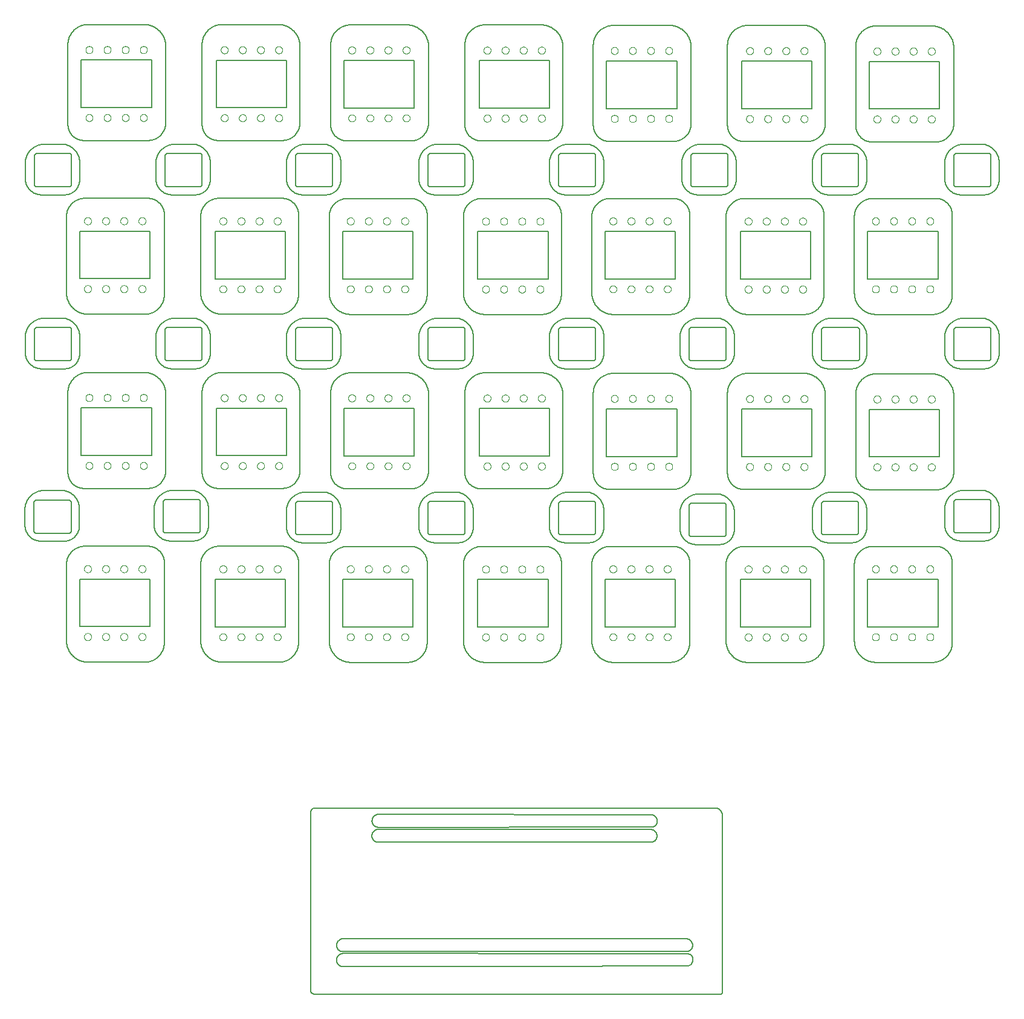
<source format=gbr>
G04 EAGLE Gerber RS-274X export*
G75*
%MOMM*%
%FSLAX34Y34*%
%LPD*%
%INStiffener_Top*%
%IPPOS*%
%AMOC8*
5,1,8,0,0,1.08239X$1,22.5*%
G01*
%ADD10C,0.152400*%
%ADD11C,0.101600*%
%ADD12C,0.203200*%


D10*
X423990Y246634D02*
X423990Y313309D01*
X522415Y313309D02*
X522415Y246634D01*
X423990Y246634D01*
X423990Y313309D02*
X522415Y313309D01*
D11*
X506282Y232347D02*
X506284Y232488D01*
X506290Y232630D01*
X506300Y232771D01*
X506314Y232912D01*
X506332Y233052D01*
X506354Y233192D01*
X506379Y233331D01*
X506409Y233469D01*
X506443Y233606D01*
X506480Y233743D01*
X506521Y233878D01*
X506566Y234012D01*
X506615Y234145D01*
X506668Y234276D01*
X506724Y234406D01*
X506784Y234534D01*
X506847Y234661D01*
X506914Y234785D01*
X506984Y234908D01*
X507058Y235028D01*
X507135Y235147D01*
X507216Y235263D01*
X507300Y235377D01*
X507387Y235489D01*
X507477Y235598D01*
X507570Y235704D01*
X507666Y235808D01*
X507765Y235909D01*
X507867Y236007D01*
X507971Y236103D01*
X508078Y236195D01*
X508188Y236284D01*
X508300Y236371D01*
X508415Y236454D01*
X508531Y236533D01*
X508650Y236610D01*
X508772Y236683D01*
X508895Y236752D01*
X509020Y236818D01*
X509147Y236881D01*
X509275Y236940D01*
X509405Y236995D01*
X509537Y237047D01*
X509670Y237094D01*
X509805Y237138D01*
X509940Y237179D01*
X510077Y237215D01*
X510215Y237248D01*
X510353Y237276D01*
X510492Y237301D01*
X510632Y237322D01*
X510773Y237339D01*
X510913Y237352D01*
X511055Y237361D01*
X511196Y237366D01*
X511337Y237367D01*
X511479Y237364D01*
X511620Y237357D01*
X511761Y237346D01*
X511902Y237331D01*
X512042Y237312D01*
X512181Y237289D01*
X512320Y237263D01*
X512458Y237232D01*
X512596Y237197D01*
X512732Y237159D01*
X512867Y237117D01*
X513000Y237071D01*
X513133Y237021D01*
X513264Y236968D01*
X513393Y236911D01*
X513521Y236850D01*
X513647Y236786D01*
X513771Y236718D01*
X513893Y236647D01*
X514013Y236572D01*
X514131Y236494D01*
X514247Y236412D01*
X514360Y236328D01*
X514471Y236240D01*
X514580Y236149D01*
X514685Y236055D01*
X514789Y235959D01*
X514889Y235859D01*
X514986Y235757D01*
X515081Y235651D01*
X515173Y235544D01*
X515261Y235433D01*
X515347Y235321D01*
X515429Y235205D01*
X515508Y235088D01*
X515583Y234968D01*
X515655Y234847D01*
X515724Y234723D01*
X515789Y234598D01*
X515851Y234470D01*
X515909Y234341D01*
X515963Y234211D01*
X516014Y234079D01*
X516061Y233945D01*
X516104Y233811D01*
X516143Y233675D01*
X516179Y233538D01*
X516210Y233400D01*
X516238Y233261D01*
X516262Y233122D01*
X516282Y232982D01*
X516298Y232841D01*
X516310Y232700D01*
X516318Y232559D01*
X516322Y232418D01*
X516322Y232276D01*
X516318Y232135D01*
X516310Y231994D01*
X516298Y231853D01*
X516282Y231712D01*
X516262Y231572D01*
X516238Y231433D01*
X516210Y231294D01*
X516179Y231156D01*
X516143Y231019D01*
X516104Y230883D01*
X516061Y230749D01*
X516014Y230615D01*
X515963Y230483D01*
X515909Y230353D01*
X515851Y230224D01*
X515789Y230096D01*
X515724Y229971D01*
X515655Y229847D01*
X515583Y229726D01*
X515508Y229606D01*
X515429Y229489D01*
X515347Y229373D01*
X515261Y229261D01*
X515173Y229150D01*
X515081Y229043D01*
X514986Y228937D01*
X514889Y228835D01*
X514789Y228735D01*
X514685Y228639D01*
X514580Y228545D01*
X514471Y228454D01*
X514360Y228366D01*
X514247Y228282D01*
X514131Y228200D01*
X514013Y228122D01*
X513893Y228047D01*
X513771Y227976D01*
X513647Y227908D01*
X513521Y227844D01*
X513393Y227783D01*
X513264Y227726D01*
X513133Y227673D01*
X513000Y227623D01*
X512867Y227577D01*
X512732Y227535D01*
X512596Y227497D01*
X512458Y227462D01*
X512320Y227431D01*
X512181Y227405D01*
X512042Y227382D01*
X511902Y227363D01*
X511761Y227348D01*
X511620Y227337D01*
X511479Y227330D01*
X511337Y227327D01*
X511196Y227328D01*
X511055Y227333D01*
X510913Y227342D01*
X510773Y227355D01*
X510632Y227372D01*
X510492Y227393D01*
X510353Y227418D01*
X510215Y227446D01*
X510077Y227479D01*
X509940Y227515D01*
X509805Y227556D01*
X509670Y227600D01*
X509537Y227647D01*
X509405Y227699D01*
X509275Y227754D01*
X509147Y227813D01*
X509020Y227876D01*
X508895Y227942D01*
X508772Y228011D01*
X508650Y228084D01*
X508531Y228161D01*
X508415Y228240D01*
X508300Y228323D01*
X508188Y228410D01*
X508078Y228499D01*
X507971Y228591D01*
X507867Y228687D01*
X507765Y228785D01*
X507666Y228886D01*
X507570Y228990D01*
X507477Y229096D01*
X507387Y229205D01*
X507300Y229317D01*
X507216Y229431D01*
X507135Y229547D01*
X507058Y229666D01*
X506984Y229786D01*
X506914Y229909D01*
X506847Y230033D01*
X506784Y230160D01*
X506724Y230288D01*
X506668Y230418D01*
X506615Y230549D01*
X506566Y230682D01*
X506521Y230816D01*
X506480Y230951D01*
X506443Y231088D01*
X506409Y231225D01*
X506379Y231363D01*
X506354Y231502D01*
X506332Y231642D01*
X506314Y231782D01*
X506300Y231923D01*
X506290Y232064D01*
X506284Y232206D01*
X506282Y232347D01*
X480882Y232347D02*
X480884Y232488D01*
X480890Y232630D01*
X480900Y232771D01*
X480914Y232912D01*
X480932Y233052D01*
X480954Y233192D01*
X480979Y233331D01*
X481009Y233469D01*
X481043Y233606D01*
X481080Y233743D01*
X481121Y233878D01*
X481166Y234012D01*
X481215Y234145D01*
X481268Y234276D01*
X481324Y234406D01*
X481384Y234534D01*
X481447Y234661D01*
X481514Y234785D01*
X481584Y234908D01*
X481658Y235028D01*
X481735Y235147D01*
X481816Y235263D01*
X481900Y235377D01*
X481987Y235489D01*
X482077Y235598D01*
X482170Y235704D01*
X482266Y235808D01*
X482365Y235909D01*
X482467Y236007D01*
X482571Y236103D01*
X482678Y236195D01*
X482788Y236284D01*
X482900Y236371D01*
X483015Y236454D01*
X483131Y236533D01*
X483250Y236610D01*
X483372Y236683D01*
X483495Y236752D01*
X483620Y236818D01*
X483747Y236881D01*
X483875Y236940D01*
X484005Y236995D01*
X484137Y237047D01*
X484270Y237094D01*
X484405Y237138D01*
X484540Y237179D01*
X484677Y237215D01*
X484815Y237248D01*
X484953Y237276D01*
X485092Y237301D01*
X485232Y237322D01*
X485373Y237339D01*
X485513Y237352D01*
X485655Y237361D01*
X485796Y237366D01*
X485937Y237367D01*
X486079Y237364D01*
X486220Y237357D01*
X486361Y237346D01*
X486502Y237331D01*
X486642Y237312D01*
X486781Y237289D01*
X486920Y237263D01*
X487058Y237232D01*
X487196Y237197D01*
X487332Y237159D01*
X487467Y237117D01*
X487600Y237071D01*
X487733Y237021D01*
X487864Y236968D01*
X487993Y236911D01*
X488121Y236850D01*
X488247Y236786D01*
X488371Y236718D01*
X488493Y236647D01*
X488613Y236572D01*
X488731Y236494D01*
X488847Y236412D01*
X488960Y236328D01*
X489071Y236240D01*
X489180Y236149D01*
X489285Y236055D01*
X489389Y235959D01*
X489489Y235859D01*
X489586Y235757D01*
X489681Y235651D01*
X489773Y235544D01*
X489861Y235433D01*
X489947Y235321D01*
X490029Y235205D01*
X490108Y235088D01*
X490183Y234968D01*
X490255Y234847D01*
X490324Y234723D01*
X490389Y234598D01*
X490451Y234470D01*
X490509Y234341D01*
X490563Y234211D01*
X490614Y234079D01*
X490661Y233945D01*
X490704Y233811D01*
X490743Y233675D01*
X490779Y233538D01*
X490810Y233400D01*
X490838Y233261D01*
X490862Y233122D01*
X490882Y232982D01*
X490898Y232841D01*
X490910Y232700D01*
X490918Y232559D01*
X490922Y232418D01*
X490922Y232276D01*
X490918Y232135D01*
X490910Y231994D01*
X490898Y231853D01*
X490882Y231712D01*
X490862Y231572D01*
X490838Y231433D01*
X490810Y231294D01*
X490779Y231156D01*
X490743Y231019D01*
X490704Y230883D01*
X490661Y230749D01*
X490614Y230615D01*
X490563Y230483D01*
X490509Y230353D01*
X490451Y230224D01*
X490389Y230096D01*
X490324Y229971D01*
X490255Y229847D01*
X490183Y229726D01*
X490108Y229606D01*
X490029Y229489D01*
X489947Y229373D01*
X489861Y229261D01*
X489773Y229150D01*
X489681Y229043D01*
X489586Y228937D01*
X489489Y228835D01*
X489389Y228735D01*
X489285Y228639D01*
X489180Y228545D01*
X489071Y228454D01*
X488960Y228366D01*
X488847Y228282D01*
X488731Y228200D01*
X488613Y228122D01*
X488493Y228047D01*
X488371Y227976D01*
X488247Y227908D01*
X488121Y227844D01*
X487993Y227783D01*
X487864Y227726D01*
X487733Y227673D01*
X487600Y227623D01*
X487467Y227577D01*
X487332Y227535D01*
X487196Y227497D01*
X487058Y227462D01*
X486920Y227431D01*
X486781Y227405D01*
X486642Y227382D01*
X486502Y227363D01*
X486361Y227348D01*
X486220Y227337D01*
X486079Y227330D01*
X485937Y227327D01*
X485796Y227328D01*
X485655Y227333D01*
X485513Y227342D01*
X485373Y227355D01*
X485232Y227372D01*
X485092Y227393D01*
X484953Y227418D01*
X484815Y227446D01*
X484677Y227479D01*
X484540Y227515D01*
X484405Y227556D01*
X484270Y227600D01*
X484137Y227647D01*
X484005Y227699D01*
X483875Y227754D01*
X483747Y227813D01*
X483620Y227876D01*
X483495Y227942D01*
X483372Y228011D01*
X483250Y228084D01*
X483131Y228161D01*
X483015Y228240D01*
X482900Y228323D01*
X482788Y228410D01*
X482678Y228499D01*
X482571Y228591D01*
X482467Y228687D01*
X482365Y228785D01*
X482266Y228886D01*
X482170Y228990D01*
X482077Y229096D01*
X481987Y229205D01*
X481900Y229317D01*
X481816Y229431D01*
X481735Y229547D01*
X481658Y229666D01*
X481584Y229786D01*
X481514Y229909D01*
X481447Y230033D01*
X481384Y230160D01*
X481324Y230288D01*
X481268Y230418D01*
X481215Y230549D01*
X481166Y230682D01*
X481121Y230816D01*
X481080Y230951D01*
X481043Y231088D01*
X481009Y231225D01*
X480979Y231363D01*
X480954Y231502D01*
X480932Y231642D01*
X480914Y231782D01*
X480900Y231923D01*
X480890Y232064D01*
X480884Y232206D01*
X480882Y232347D01*
X455482Y232347D02*
X455484Y232488D01*
X455490Y232630D01*
X455500Y232771D01*
X455514Y232912D01*
X455532Y233052D01*
X455554Y233192D01*
X455579Y233331D01*
X455609Y233469D01*
X455643Y233606D01*
X455680Y233743D01*
X455721Y233878D01*
X455766Y234012D01*
X455815Y234145D01*
X455868Y234276D01*
X455924Y234406D01*
X455984Y234534D01*
X456047Y234661D01*
X456114Y234785D01*
X456184Y234908D01*
X456258Y235028D01*
X456335Y235147D01*
X456416Y235263D01*
X456500Y235377D01*
X456587Y235489D01*
X456677Y235598D01*
X456770Y235704D01*
X456866Y235808D01*
X456965Y235909D01*
X457067Y236007D01*
X457171Y236103D01*
X457278Y236195D01*
X457388Y236284D01*
X457500Y236371D01*
X457615Y236454D01*
X457731Y236533D01*
X457850Y236610D01*
X457972Y236683D01*
X458095Y236752D01*
X458220Y236818D01*
X458347Y236881D01*
X458475Y236940D01*
X458605Y236995D01*
X458737Y237047D01*
X458870Y237094D01*
X459005Y237138D01*
X459140Y237179D01*
X459277Y237215D01*
X459415Y237248D01*
X459553Y237276D01*
X459692Y237301D01*
X459832Y237322D01*
X459973Y237339D01*
X460113Y237352D01*
X460255Y237361D01*
X460396Y237366D01*
X460537Y237367D01*
X460679Y237364D01*
X460820Y237357D01*
X460961Y237346D01*
X461102Y237331D01*
X461242Y237312D01*
X461381Y237289D01*
X461520Y237263D01*
X461658Y237232D01*
X461796Y237197D01*
X461932Y237159D01*
X462067Y237117D01*
X462200Y237071D01*
X462333Y237021D01*
X462464Y236968D01*
X462593Y236911D01*
X462721Y236850D01*
X462847Y236786D01*
X462971Y236718D01*
X463093Y236647D01*
X463213Y236572D01*
X463331Y236494D01*
X463447Y236412D01*
X463560Y236328D01*
X463671Y236240D01*
X463780Y236149D01*
X463885Y236055D01*
X463989Y235959D01*
X464089Y235859D01*
X464186Y235757D01*
X464281Y235651D01*
X464373Y235544D01*
X464461Y235433D01*
X464547Y235321D01*
X464629Y235205D01*
X464708Y235088D01*
X464783Y234968D01*
X464855Y234847D01*
X464924Y234723D01*
X464989Y234598D01*
X465051Y234470D01*
X465109Y234341D01*
X465163Y234211D01*
X465214Y234079D01*
X465261Y233945D01*
X465304Y233811D01*
X465343Y233675D01*
X465379Y233538D01*
X465410Y233400D01*
X465438Y233261D01*
X465462Y233122D01*
X465482Y232982D01*
X465498Y232841D01*
X465510Y232700D01*
X465518Y232559D01*
X465522Y232418D01*
X465522Y232276D01*
X465518Y232135D01*
X465510Y231994D01*
X465498Y231853D01*
X465482Y231712D01*
X465462Y231572D01*
X465438Y231433D01*
X465410Y231294D01*
X465379Y231156D01*
X465343Y231019D01*
X465304Y230883D01*
X465261Y230749D01*
X465214Y230615D01*
X465163Y230483D01*
X465109Y230353D01*
X465051Y230224D01*
X464989Y230096D01*
X464924Y229971D01*
X464855Y229847D01*
X464783Y229726D01*
X464708Y229606D01*
X464629Y229489D01*
X464547Y229373D01*
X464461Y229261D01*
X464373Y229150D01*
X464281Y229043D01*
X464186Y228937D01*
X464089Y228835D01*
X463989Y228735D01*
X463885Y228639D01*
X463780Y228545D01*
X463671Y228454D01*
X463560Y228366D01*
X463447Y228282D01*
X463331Y228200D01*
X463213Y228122D01*
X463093Y228047D01*
X462971Y227976D01*
X462847Y227908D01*
X462721Y227844D01*
X462593Y227783D01*
X462464Y227726D01*
X462333Y227673D01*
X462200Y227623D01*
X462067Y227577D01*
X461932Y227535D01*
X461796Y227497D01*
X461658Y227462D01*
X461520Y227431D01*
X461381Y227405D01*
X461242Y227382D01*
X461102Y227363D01*
X460961Y227348D01*
X460820Y227337D01*
X460679Y227330D01*
X460537Y227327D01*
X460396Y227328D01*
X460255Y227333D01*
X460113Y227342D01*
X459973Y227355D01*
X459832Y227372D01*
X459692Y227393D01*
X459553Y227418D01*
X459415Y227446D01*
X459277Y227479D01*
X459140Y227515D01*
X459005Y227556D01*
X458870Y227600D01*
X458737Y227647D01*
X458605Y227699D01*
X458475Y227754D01*
X458347Y227813D01*
X458220Y227876D01*
X458095Y227942D01*
X457972Y228011D01*
X457850Y228084D01*
X457731Y228161D01*
X457615Y228240D01*
X457500Y228323D01*
X457388Y228410D01*
X457278Y228499D01*
X457171Y228591D01*
X457067Y228687D01*
X456965Y228785D01*
X456866Y228886D01*
X456770Y228990D01*
X456677Y229096D01*
X456587Y229205D01*
X456500Y229317D01*
X456416Y229431D01*
X456335Y229547D01*
X456258Y229666D01*
X456184Y229786D01*
X456114Y229909D01*
X456047Y230033D01*
X455984Y230160D01*
X455924Y230288D01*
X455868Y230418D01*
X455815Y230549D01*
X455766Y230682D01*
X455721Y230816D01*
X455680Y230951D01*
X455643Y231088D01*
X455609Y231225D01*
X455579Y231363D01*
X455554Y231502D01*
X455532Y231642D01*
X455514Y231782D01*
X455500Y231923D01*
X455490Y232064D01*
X455484Y232206D01*
X455482Y232347D01*
X430082Y232347D02*
X430084Y232488D01*
X430090Y232630D01*
X430100Y232771D01*
X430114Y232912D01*
X430132Y233052D01*
X430154Y233192D01*
X430179Y233331D01*
X430209Y233469D01*
X430243Y233606D01*
X430280Y233743D01*
X430321Y233878D01*
X430366Y234012D01*
X430415Y234145D01*
X430468Y234276D01*
X430524Y234406D01*
X430584Y234534D01*
X430647Y234661D01*
X430714Y234785D01*
X430784Y234908D01*
X430858Y235028D01*
X430935Y235147D01*
X431016Y235263D01*
X431100Y235377D01*
X431187Y235489D01*
X431277Y235598D01*
X431370Y235704D01*
X431466Y235808D01*
X431565Y235909D01*
X431667Y236007D01*
X431771Y236103D01*
X431878Y236195D01*
X431988Y236284D01*
X432100Y236371D01*
X432215Y236454D01*
X432331Y236533D01*
X432450Y236610D01*
X432572Y236683D01*
X432695Y236752D01*
X432820Y236818D01*
X432947Y236881D01*
X433075Y236940D01*
X433205Y236995D01*
X433337Y237047D01*
X433470Y237094D01*
X433605Y237138D01*
X433740Y237179D01*
X433877Y237215D01*
X434015Y237248D01*
X434153Y237276D01*
X434292Y237301D01*
X434432Y237322D01*
X434573Y237339D01*
X434713Y237352D01*
X434855Y237361D01*
X434996Y237366D01*
X435137Y237367D01*
X435279Y237364D01*
X435420Y237357D01*
X435561Y237346D01*
X435702Y237331D01*
X435842Y237312D01*
X435981Y237289D01*
X436120Y237263D01*
X436258Y237232D01*
X436396Y237197D01*
X436532Y237159D01*
X436667Y237117D01*
X436800Y237071D01*
X436933Y237021D01*
X437064Y236968D01*
X437193Y236911D01*
X437321Y236850D01*
X437447Y236786D01*
X437571Y236718D01*
X437693Y236647D01*
X437813Y236572D01*
X437931Y236494D01*
X438047Y236412D01*
X438160Y236328D01*
X438271Y236240D01*
X438380Y236149D01*
X438485Y236055D01*
X438589Y235959D01*
X438689Y235859D01*
X438786Y235757D01*
X438881Y235651D01*
X438973Y235544D01*
X439061Y235433D01*
X439147Y235321D01*
X439229Y235205D01*
X439308Y235088D01*
X439383Y234968D01*
X439455Y234847D01*
X439524Y234723D01*
X439589Y234598D01*
X439651Y234470D01*
X439709Y234341D01*
X439763Y234211D01*
X439814Y234079D01*
X439861Y233945D01*
X439904Y233811D01*
X439943Y233675D01*
X439979Y233538D01*
X440010Y233400D01*
X440038Y233261D01*
X440062Y233122D01*
X440082Y232982D01*
X440098Y232841D01*
X440110Y232700D01*
X440118Y232559D01*
X440122Y232418D01*
X440122Y232276D01*
X440118Y232135D01*
X440110Y231994D01*
X440098Y231853D01*
X440082Y231712D01*
X440062Y231572D01*
X440038Y231433D01*
X440010Y231294D01*
X439979Y231156D01*
X439943Y231019D01*
X439904Y230883D01*
X439861Y230749D01*
X439814Y230615D01*
X439763Y230483D01*
X439709Y230353D01*
X439651Y230224D01*
X439589Y230096D01*
X439524Y229971D01*
X439455Y229847D01*
X439383Y229726D01*
X439308Y229606D01*
X439229Y229489D01*
X439147Y229373D01*
X439061Y229261D01*
X438973Y229150D01*
X438881Y229043D01*
X438786Y228937D01*
X438689Y228835D01*
X438589Y228735D01*
X438485Y228639D01*
X438380Y228545D01*
X438271Y228454D01*
X438160Y228366D01*
X438047Y228282D01*
X437931Y228200D01*
X437813Y228122D01*
X437693Y228047D01*
X437571Y227976D01*
X437447Y227908D01*
X437321Y227844D01*
X437193Y227783D01*
X437064Y227726D01*
X436933Y227673D01*
X436800Y227623D01*
X436667Y227577D01*
X436532Y227535D01*
X436396Y227497D01*
X436258Y227462D01*
X436120Y227431D01*
X435981Y227405D01*
X435842Y227382D01*
X435702Y227363D01*
X435561Y227348D01*
X435420Y227337D01*
X435279Y227330D01*
X435137Y227327D01*
X434996Y227328D01*
X434855Y227333D01*
X434713Y227342D01*
X434573Y227355D01*
X434432Y227372D01*
X434292Y227393D01*
X434153Y227418D01*
X434015Y227446D01*
X433877Y227479D01*
X433740Y227515D01*
X433605Y227556D01*
X433470Y227600D01*
X433337Y227647D01*
X433205Y227699D01*
X433075Y227754D01*
X432947Y227813D01*
X432820Y227876D01*
X432695Y227942D01*
X432572Y228011D01*
X432450Y228084D01*
X432331Y228161D01*
X432215Y228240D01*
X432100Y228323D01*
X431988Y228410D01*
X431878Y228499D01*
X431771Y228591D01*
X431667Y228687D01*
X431565Y228785D01*
X431466Y228886D01*
X431370Y228990D01*
X431277Y229096D01*
X431187Y229205D01*
X431100Y229317D01*
X431016Y229431D01*
X430935Y229547D01*
X430858Y229666D01*
X430784Y229786D01*
X430714Y229909D01*
X430647Y230033D01*
X430584Y230160D01*
X430524Y230288D01*
X430468Y230418D01*
X430415Y230549D01*
X430366Y230682D01*
X430321Y230816D01*
X430280Y230951D01*
X430243Y231088D01*
X430209Y231225D01*
X430179Y231363D01*
X430154Y231502D01*
X430132Y231642D01*
X430114Y231782D01*
X430100Y231923D01*
X430090Y232064D01*
X430084Y232206D01*
X430082Y232347D01*
X506282Y327597D02*
X506284Y327738D01*
X506290Y327880D01*
X506300Y328021D01*
X506314Y328162D01*
X506332Y328302D01*
X506354Y328442D01*
X506379Y328581D01*
X506409Y328719D01*
X506443Y328856D01*
X506480Y328993D01*
X506521Y329128D01*
X506566Y329262D01*
X506615Y329395D01*
X506668Y329526D01*
X506724Y329656D01*
X506784Y329784D01*
X506847Y329911D01*
X506914Y330035D01*
X506984Y330158D01*
X507058Y330278D01*
X507135Y330397D01*
X507216Y330513D01*
X507300Y330627D01*
X507387Y330739D01*
X507477Y330848D01*
X507570Y330954D01*
X507666Y331058D01*
X507765Y331159D01*
X507867Y331257D01*
X507971Y331353D01*
X508078Y331445D01*
X508188Y331534D01*
X508300Y331621D01*
X508415Y331704D01*
X508531Y331783D01*
X508650Y331860D01*
X508772Y331933D01*
X508895Y332002D01*
X509020Y332068D01*
X509147Y332131D01*
X509275Y332190D01*
X509405Y332245D01*
X509537Y332297D01*
X509670Y332344D01*
X509805Y332388D01*
X509940Y332429D01*
X510077Y332465D01*
X510215Y332498D01*
X510353Y332526D01*
X510492Y332551D01*
X510632Y332572D01*
X510773Y332589D01*
X510913Y332602D01*
X511055Y332611D01*
X511196Y332616D01*
X511337Y332617D01*
X511479Y332614D01*
X511620Y332607D01*
X511761Y332596D01*
X511902Y332581D01*
X512042Y332562D01*
X512181Y332539D01*
X512320Y332513D01*
X512458Y332482D01*
X512596Y332447D01*
X512732Y332409D01*
X512867Y332367D01*
X513000Y332321D01*
X513133Y332271D01*
X513264Y332218D01*
X513393Y332161D01*
X513521Y332100D01*
X513647Y332036D01*
X513771Y331968D01*
X513893Y331897D01*
X514013Y331822D01*
X514131Y331744D01*
X514247Y331662D01*
X514360Y331578D01*
X514471Y331490D01*
X514580Y331399D01*
X514685Y331305D01*
X514789Y331209D01*
X514889Y331109D01*
X514986Y331007D01*
X515081Y330901D01*
X515173Y330794D01*
X515261Y330683D01*
X515347Y330571D01*
X515429Y330455D01*
X515508Y330338D01*
X515583Y330218D01*
X515655Y330097D01*
X515724Y329973D01*
X515789Y329848D01*
X515851Y329720D01*
X515909Y329591D01*
X515963Y329461D01*
X516014Y329329D01*
X516061Y329195D01*
X516104Y329061D01*
X516143Y328925D01*
X516179Y328788D01*
X516210Y328650D01*
X516238Y328511D01*
X516262Y328372D01*
X516282Y328232D01*
X516298Y328091D01*
X516310Y327950D01*
X516318Y327809D01*
X516322Y327668D01*
X516322Y327526D01*
X516318Y327385D01*
X516310Y327244D01*
X516298Y327103D01*
X516282Y326962D01*
X516262Y326822D01*
X516238Y326683D01*
X516210Y326544D01*
X516179Y326406D01*
X516143Y326269D01*
X516104Y326133D01*
X516061Y325999D01*
X516014Y325865D01*
X515963Y325733D01*
X515909Y325603D01*
X515851Y325474D01*
X515789Y325346D01*
X515724Y325221D01*
X515655Y325097D01*
X515583Y324976D01*
X515508Y324856D01*
X515429Y324739D01*
X515347Y324623D01*
X515261Y324511D01*
X515173Y324400D01*
X515081Y324293D01*
X514986Y324187D01*
X514889Y324085D01*
X514789Y323985D01*
X514685Y323889D01*
X514580Y323795D01*
X514471Y323704D01*
X514360Y323616D01*
X514247Y323532D01*
X514131Y323450D01*
X514013Y323372D01*
X513893Y323297D01*
X513771Y323226D01*
X513647Y323158D01*
X513521Y323094D01*
X513393Y323033D01*
X513264Y322976D01*
X513133Y322923D01*
X513000Y322873D01*
X512867Y322827D01*
X512732Y322785D01*
X512596Y322747D01*
X512458Y322712D01*
X512320Y322681D01*
X512181Y322655D01*
X512042Y322632D01*
X511902Y322613D01*
X511761Y322598D01*
X511620Y322587D01*
X511479Y322580D01*
X511337Y322577D01*
X511196Y322578D01*
X511055Y322583D01*
X510913Y322592D01*
X510773Y322605D01*
X510632Y322622D01*
X510492Y322643D01*
X510353Y322668D01*
X510215Y322696D01*
X510077Y322729D01*
X509940Y322765D01*
X509805Y322806D01*
X509670Y322850D01*
X509537Y322897D01*
X509405Y322949D01*
X509275Y323004D01*
X509147Y323063D01*
X509020Y323126D01*
X508895Y323192D01*
X508772Y323261D01*
X508650Y323334D01*
X508531Y323411D01*
X508415Y323490D01*
X508300Y323573D01*
X508188Y323660D01*
X508078Y323749D01*
X507971Y323841D01*
X507867Y323937D01*
X507765Y324035D01*
X507666Y324136D01*
X507570Y324240D01*
X507477Y324346D01*
X507387Y324455D01*
X507300Y324567D01*
X507216Y324681D01*
X507135Y324797D01*
X507058Y324916D01*
X506984Y325036D01*
X506914Y325159D01*
X506847Y325283D01*
X506784Y325410D01*
X506724Y325538D01*
X506668Y325668D01*
X506615Y325799D01*
X506566Y325932D01*
X506521Y326066D01*
X506480Y326201D01*
X506443Y326338D01*
X506409Y326475D01*
X506379Y326613D01*
X506354Y326752D01*
X506332Y326892D01*
X506314Y327032D01*
X506300Y327173D01*
X506290Y327314D01*
X506284Y327456D01*
X506282Y327597D01*
X480882Y327597D02*
X480884Y327738D01*
X480890Y327880D01*
X480900Y328021D01*
X480914Y328162D01*
X480932Y328302D01*
X480954Y328442D01*
X480979Y328581D01*
X481009Y328719D01*
X481043Y328856D01*
X481080Y328993D01*
X481121Y329128D01*
X481166Y329262D01*
X481215Y329395D01*
X481268Y329526D01*
X481324Y329656D01*
X481384Y329784D01*
X481447Y329911D01*
X481514Y330035D01*
X481584Y330158D01*
X481658Y330278D01*
X481735Y330397D01*
X481816Y330513D01*
X481900Y330627D01*
X481987Y330739D01*
X482077Y330848D01*
X482170Y330954D01*
X482266Y331058D01*
X482365Y331159D01*
X482467Y331257D01*
X482571Y331353D01*
X482678Y331445D01*
X482788Y331534D01*
X482900Y331621D01*
X483015Y331704D01*
X483131Y331783D01*
X483250Y331860D01*
X483372Y331933D01*
X483495Y332002D01*
X483620Y332068D01*
X483747Y332131D01*
X483875Y332190D01*
X484005Y332245D01*
X484137Y332297D01*
X484270Y332344D01*
X484405Y332388D01*
X484540Y332429D01*
X484677Y332465D01*
X484815Y332498D01*
X484953Y332526D01*
X485092Y332551D01*
X485232Y332572D01*
X485373Y332589D01*
X485513Y332602D01*
X485655Y332611D01*
X485796Y332616D01*
X485937Y332617D01*
X486079Y332614D01*
X486220Y332607D01*
X486361Y332596D01*
X486502Y332581D01*
X486642Y332562D01*
X486781Y332539D01*
X486920Y332513D01*
X487058Y332482D01*
X487196Y332447D01*
X487332Y332409D01*
X487467Y332367D01*
X487600Y332321D01*
X487733Y332271D01*
X487864Y332218D01*
X487993Y332161D01*
X488121Y332100D01*
X488247Y332036D01*
X488371Y331968D01*
X488493Y331897D01*
X488613Y331822D01*
X488731Y331744D01*
X488847Y331662D01*
X488960Y331578D01*
X489071Y331490D01*
X489180Y331399D01*
X489285Y331305D01*
X489389Y331209D01*
X489489Y331109D01*
X489586Y331007D01*
X489681Y330901D01*
X489773Y330794D01*
X489861Y330683D01*
X489947Y330571D01*
X490029Y330455D01*
X490108Y330338D01*
X490183Y330218D01*
X490255Y330097D01*
X490324Y329973D01*
X490389Y329848D01*
X490451Y329720D01*
X490509Y329591D01*
X490563Y329461D01*
X490614Y329329D01*
X490661Y329195D01*
X490704Y329061D01*
X490743Y328925D01*
X490779Y328788D01*
X490810Y328650D01*
X490838Y328511D01*
X490862Y328372D01*
X490882Y328232D01*
X490898Y328091D01*
X490910Y327950D01*
X490918Y327809D01*
X490922Y327668D01*
X490922Y327526D01*
X490918Y327385D01*
X490910Y327244D01*
X490898Y327103D01*
X490882Y326962D01*
X490862Y326822D01*
X490838Y326683D01*
X490810Y326544D01*
X490779Y326406D01*
X490743Y326269D01*
X490704Y326133D01*
X490661Y325999D01*
X490614Y325865D01*
X490563Y325733D01*
X490509Y325603D01*
X490451Y325474D01*
X490389Y325346D01*
X490324Y325221D01*
X490255Y325097D01*
X490183Y324976D01*
X490108Y324856D01*
X490029Y324739D01*
X489947Y324623D01*
X489861Y324511D01*
X489773Y324400D01*
X489681Y324293D01*
X489586Y324187D01*
X489489Y324085D01*
X489389Y323985D01*
X489285Y323889D01*
X489180Y323795D01*
X489071Y323704D01*
X488960Y323616D01*
X488847Y323532D01*
X488731Y323450D01*
X488613Y323372D01*
X488493Y323297D01*
X488371Y323226D01*
X488247Y323158D01*
X488121Y323094D01*
X487993Y323033D01*
X487864Y322976D01*
X487733Y322923D01*
X487600Y322873D01*
X487467Y322827D01*
X487332Y322785D01*
X487196Y322747D01*
X487058Y322712D01*
X486920Y322681D01*
X486781Y322655D01*
X486642Y322632D01*
X486502Y322613D01*
X486361Y322598D01*
X486220Y322587D01*
X486079Y322580D01*
X485937Y322577D01*
X485796Y322578D01*
X485655Y322583D01*
X485513Y322592D01*
X485373Y322605D01*
X485232Y322622D01*
X485092Y322643D01*
X484953Y322668D01*
X484815Y322696D01*
X484677Y322729D01*
X484540Y322765D01*
X484405Y322806D01*
X484270Y322850D01*
X484137Y322897D01*
X484005Y322949D01*
X483875Y323004D01*
X483747Y323063D01*
X483620Y323126D01*
X483495Y323192D01*
X483372Y323261D01*
X483250Y323334D01*
X483131Y323411D01*
X483015Y323490D01*
X482900Y323573D01*
X482788Y323660D01*
X482678Y323749D01*
X482571Y323841D01*
X482467Y323937D01*
X482365Y324035D01*
X482266Y324136D01*
X482170Y324240D01*
X482077Y324346D01*
X481987Y324455D01*
X481900Y324567D01*
X481816Y324681D01*
X481735Y324797D01*
X481658Y324916D01*
X481584Y325036D01*
X481514Y325159D01*
X481447Y325283D01*
X481384Y325410D01*
X481324Y325538D01*
X481268Y325668D01*
X481215Y325799D01*
X481166Y325932D01*
X481121Y326066D01*
X481080Y326201D01*
X481043Y326338D01*
X481009Y326475D01*
X480979Y326613D01*
X480954Y326752D01*
X480932Y326892D01*
X480914Y327032D01*
X480900Y327173D01*
X480890Y327314D01*
X480884Y327456D01*
X480882Y327597D01*
X455482Y327597D02*
X455484Y327738D01*
X455490Y327880D01*
X455500Y328021D01*
X455514Y328162D01*
X455532Y328302D01*
X455554Y328442D01*
X455579Y328581D01*
X455609Y328719D01*
X455643Y328856D01*
X455680Y328993D01*
X455721Y329128D01*
X455766Y329262D01*
X455815Y329395D01*
X455868Y329526D01*
X455924Y329656D01*
X455984Y329784D01*
X456047Y329911D01*
X456114Y330035D01*
X456184Y330158D01*
X456258Y330278D01*
X456335Y330397D01*
X456416Y330513D01*
X456500Y330627D01*
X456587Y330739D01*
X456677Y330848D01*
X456770Y330954D01*
X456866Y331058D01*
X456965Y331159D01*
X457067Y331257D01*
X457171Y331353D01*
X457278Y331445D01*
X457388Y331534D01*
X457500Y331621D01*
X457615Y331704D01*
X457731Y331783D01*
X457850Y331860D01*
X457972Y331933D01*
X458095Y332002D01*
X458220Y332068D01*
X458347Y332131D01*
X458475Y332190D01*
X458605Y332245D01*
X458737Y332297D01*
X458870Y332344D01*
X459005Y332388D01*
X459140Y332429D01*
X459277Y332465D01*
X459415Y332498D01*
X459553Y332526D01*
X459692Y332551D01*
X459832Y332572D01*
X459973Y332589D01*
X460113Y332602D01*
X460255Y332611D01*
X460396Y332616D01*
X460537Y332617D01*
X460679Y332614D01*
X460820Y332607D01*
X460961Y332596D01*
X461102Y332581D01*
X461242Y332562D01*
X461381Y332539D01*
X461520Y332513D01*
X461658Y332482D01*
X461796Y332447D01*
X461932Y332409D01*
X462067Y332367D01*
X462200Y332321D01*
X462333Y332271D01*
X462464Y332218D01*
X462593Y332161D01*
X462721Y332100D01*
X462847Y332036D01*
X462971Y331968D01*
X463093Y331897D01*
X463213Y331822D01*
X463331Y331744D01*
X463447Y331662D01*
X463560Y331578D01*
X463671Y331490D01*
X463780Y331399D01*
X463885Y331305D01*
X463989Y331209D01*
X464089Y331109D01*
X464186Y331007D01*
X464281Y330901D01*
X464373Y330794D01*
X464461Y330683D01*
X464547Y330571D01*
X464629Y330455D01*
X464708Y330338D01*
X464783Y330218D01*
X464855Y330097D01*
X464924Y329973D01*
X464989Y329848D01*
X465051Y329720D01*
X465109Y329591D01*
X465163Y329461D01*
X465214Y329329D01*
X465261Y329195D01*
X465304Y329061D01*
X465343Y328925D01*
X465379Y328788D01*
X465410Y328650D01*
X465438Y328511D01*
X465462Y328372D01*
X465482Y328232D01*
X465498Y328091D01*
X465510Y327950D01*
X465518Y327809D01*
X465522Y327668D01*
X465522Y327526D01*
X465518Y327385D01*
X465510Y327244D01*
X465498Y327103D01*
X465482Y326962D01*
X465462Y326822D01*
X465438Y326683D01*
X465410Y326544D01*
X465379Y326406D01*
X465343Y326269D01*
X465304Y326133D01*
X465261Y325999D01*
X465214Y325865D01*
X465163Y325733D01*
X465109Y325603D01*
X465051Y325474D01*
X464989Y325346D01*
X464924Y325221D01*
X464855Y325097D01*
X464783Y324976D01*
X464708Y324856D01*
X464629Y324739D01*
X464547Y324623D01*
X464461Y324511D01*
X464373Y324400D01*
X464281Y324293D01*
X464186Y324187D01*
X464089Y324085D01*
X463989Y323985D01*
X463885Y323889D01*
X463780Y323795D01*
X463671Y323704D01*
X463560Y323616D01*
X463447Y323532D01*
X463331Y323450D01*
X463213Y323372D01*
X463093Y323297D01*
X462971Y323226D01*
X462847Y323158D01*
X462721Y323094D01*
X462593Y323033D01*
X462464Y322976D01*
X462333Y322923D01*
X462200Y322873D01*
X462067Y322827D01*
X461932Y322785D01*
X461796Y322747D01*
X461658Y322712D01*
X461520Y322681D01*
X461381Y322655D01*
X461242Y322632D01*
X461102Y322613D01*
X460961Y322598D01*
X460820Y322587D01*
X460679Y322580D01*
X460537Y322577D01*
X460396Y322578D01*
X460255Y322583D01*
X460113Y322592D01*
X459973Y322605D01*
X459832Y322622D01*
X459692Y322643D01*
X459553Y322668D01*
X459415Y322696D01*
X459277Y322729D01*
X459140Y322765D01*
X459005Y322806D01*
X458870Y322850D01*
X458737Y322897D01*
X458605Y322949D01*
X458475Y323004D01*
X458347Y323063D01*
X458220Y323126D01*
X458095Y323192D01*
X457972Y323261D01*
X457850Y323334D01*
X457731Y323411D01*
X457615Y323490D01*
X457500Y323573D01*
X457388Y323660D01*
X457278Y323749D01*
X457171Y323841D01*
X457067Y323937D01*
X456965Y324035D01*
X456866Y324136D01*
X456770Y324240D01*
X456677Y324346D01*
X456587Y324455D01*
X456500Y324567D01*
X456416Y324681D01*
X456335Y324797D01*
X456258Y324916D01*
X456184Y325036D01*
X456114Y325159D01*
X456047Y325283D01*
X455984Y325410D01*
X455924Y325538D01*
X455868Y325668D01*
X455815Y325799D01*
X455766Y325932D01*
X455721Y326066D01*
X455680Y326201D01*
X455643Y326338D01*
X455609Y326475D01*
X455579Y326613D01*
X455554Y326752D01*
X455532Y326892D01*
X455514Y327032D01*
X455500Y327173D01*
X455490Y327314D01*
X455484Y327456D01*
X455482Y327597D01*
X430082Y327597D02*
X430084Y327738D01*
X430090Y327880D01*
X430100Y328021D01*
X430114Y328162D01*
X430132Y328302D01*
X430154Y328442D01*
X430179Y328581D01*
X430209Y328719D01*
X430243Y328856D01*
X430280Y328993D01*
X430321Y329128D01*
X430366Y329262D01*
X430415Y329395D01*
X430468Y329526D01*
X430524Y329656D01*
X430584Y329784D01*
X430647Y329911D01*
X430714Y330035D01*
X430784Y330158D01*
X430858Y330278D01*
X430935Y330397D01*
X431016Y330513D01*
X431100Y330627D01*
X431187Y330739D01*
X431277Y330848D01*
X431370Y330954D01*
X431466Y331058D01*
X431565Y331159D01*
X431667Y331257D01*
X431771Y331353D01*
X431878Y331445D01*
X431988Y331534D01*
X432100Y331621D01*
X432215Y331704D01*
X432331Y331783D01*
X432450Y331860D01*
X432572Y331933D01*
X432695Y332002D01*
X432820Y332068D01*
X432947Y332131D01*
X433075Y332190D01*
X433205Y332245D01*
X433337Y332297D01*
X433470Y332344D01*
X433605Y332388D01*
X433740Y332429D01*
X433877Y332465D01*
X434015Y332498D01*
X434153Y332526D01*
X434292Y332551D01*
X434432Y332572D01*
X434573Y332589D01*
X434713Y332602D01*
X434855Y332611D01*
X434996Y332616D01*
X435137Y332617D01*
X435279Y332614D01*
X435420Y332607D01*
X435561Y332596D01*
X435702Y332581D01*
X435842Y332562D01*
X435981Y332539D01*
X436120Y332513D01*
X436258Y332482D01*
X436396Y332447D01*
X436532Y332409D01*
X436667Y332367D01*
X436800Y332321D01*
X436933Y332271D01*
X437064Y332218D01*
X437193Y332161D01*
X437321Y332100D01*
X437447Y332036D01*
X437571Y331968D01*
X437693Y331897D01*
X437813Y331822D01*
X437931Y331744D01*
X438047Y331662D01*
X438160Y331578D01*
X438271Y331490D01*
X438380Y331399D01*
X438485Y331305D01*
X438589Y331209D01*
X438689Y331109D01*
X438786Y331007D01*
X438881Y330901D01*
X438973Y330794D01*
X439061Y330683D01*
X439147Y330571D01*
X439229Y330455D01*
X439308Y330338D01*
X439383Y330218D01*
X439455Y330097D01*
X439524Y329973D01*
X439589Y329848D01*
X439651Y329720D01*
X439709Y329591D01*
X439763Y329461D01*
X439814Y329329D01*
X439861Y329195D01*
X439904Y329061D01*
X439943Y328925D01*
X439979Y328788D01*
X440010Y328650D01*
X440038Y328511D01*
X440062Y328372D01*
X440082Y328232D01*
X440098Y328091D01*
X440110Y327950D01*
X440118Y327809D01*
X440122Y327668D01*
X440122Y327526D01*
X440118Y327385D01*
X440110Y327244D01*
X440098Y327103D01*
X440082Y326962D01*
X440062Y326822D01*
X440038Y326683D01*
X440010Y326544D01*
X439979Y326406D01*
X439943Y326269D01*
X439904Y326133D01*
X439861Y325999D01*
X439814Y325865D01*
X439763Y325733D01*
X439709Y325603D01*
X439651Y325474D01*
X439589Y325346D01*
X439524Y325221D01*
X439455Y325097D01*
X439383Y324976D01*
X439308Y324856D01*
X439229Y324739D01*
X439147Y324623D01*
X439061Y324511D01*
X438973Y324400D01*
X438881Y324293D01*
X438786Y324187D01*
X438689Y324085D01*
X438589Y323985D01*
X438485Y323889D01*
X438380Y323795D01*
X438271Y323704D01*
X438160Y323616D01*
X438047Y323532D01*
X437931Y323450D01*
X437813Y323372D01*
X437693Y323297D01*
X437571Y323226D01*
X437447Y323158D01*
X437321Y323094D01*
X437193Y323033D01*
X437064Y322976D01*
X436933Y322923D01*
X436800Y322873D01*
X436667Y322827D01*
X436532Y322785D01*
X436396Y322747D01*
X436258Y322712D01*
X436120Y322681D01*
X435981Y322655D01*
X435842Y322632D01*
X435702Y322613D01*
X435561Y322598D01*
X435420Y322587D01*
X435279Y322580D01*
X435137Y322577D01*
X434996Y322578D01*
X434855Y322583D01*
X434713Y322592D01*
X434573Y322605D01*
X434432Y322622D01*
X434292Y322643D01*
X434153Y322668D01*
X434015Y322696D01*
X433877Y322729D01*
X433740Y322765D01*
X433605Y322806D01*
X433470Y322850D01*
X433337Y322897D01*
X433205Y322949D01*
X433075Y323004D01*
X432947Y323063D01*
X432820Y323126D01*
X432695Y323192D01*
X432572Y323261D01*
X432450Y323334D01*
X432331Y323411D01*
X432215Y323490D01*
X432100Y323573D01*
X431988Y323660D01*
X431878Y323749D01*
X431771Y323841D01*
X431667Y323937D01*
X431565Y324035D01*
X431466Y324136D01*
X431370Y324240D01*
X431277Y324346D01*
X431187Y324455D01*
X431100Y324567D01*
X431016Y324681D01*
X430935Y324797D01*
X430858Y324916D01*
X430784Y325036D01*
X430714Y325159D01*
X430647Y325283D01*
X430584Y325410D01*
X430524Y325538D01*
X430468Y325668D01*
X430415Y325799D01*
X430366Y325932D01*
X430321Y326066D01*
X430280Y326201D01*
X430243Y326338D01*
X430209Y326475D01*
X430179Y326613D01*
X430154Y326752D01*
X430132Y326892D01*
X430114Y327032D01*
X430100Y327173D01*
X430090Y327314D01*
X430084Y327456D01*
X430082Y327597D01*
D10*
X234506Y313563D02*
X234506Y246888D01*
X332931Y246888D02*
X332931Y313563D01*
X332931Y246888D02*
X234506Y246888D01*
X234506Y313563D02*
X332931Y313563D01*
D11*
X316798Y232601D02*
X316800Y232742D01*
X316806Y232884D01*
X316816Y233025D01*
X316830Y233166D01*
X316848Y233306D01*
X316870Y233446D01*
X316895Y233585D01*
X316925Y233723D01*
X316959Y233860D01*
X316996Y233997D01*
X317037Y234132D01*
X317082Y234266D01*
X317131Y234399D01*
X317184Y234530D01*
X317240Y234660D01*
X317300Y234788D01*
X317363Y234915D01*
X317430Y235039D01*
X317500Y235162D01*
X317574Y235282D01*
X317651Y235401D01*
X317732Y235517D01*
X317816Y235631D01*
X317903Y235743D01*
X317993Y235852D01*
X318086Y235958D01*
X318182Y236062D01*
X318281Y236163D01*
X318383Y236261D01*
X318487Y236357D01*
X318594Y236449D01*
X318704Y236538D01*
X318816Y236625D01*
X318931Y236708D01*
X319047Y236787D01*
X319166Y236864D01*
X319288Y236937D01*
X319411Y237006D01*
X319536Y237072D01*
X319663Y237135D01*
X319791Y237194D01*
X319921Y237249D01*
X320053Y237301D01*
X320186Y237348D01*
X320321Y237392D01*
X320456Y237433D01*
X320593Y237469D01*
X320731Y237502D01*
X320869Y237530D01*
X321008Y237555D01*
X321148Y237576D01*
X321289Y237593D01*
X321429Y237606D01*
X321571Y237615D01*
X321712Y237620D01*
X321853Y237621D01*
X321995Y237618D01*
X322136Y237611D01*
X322277Y237600D01*
X322418Y237585D01*
X322558Y237566D01*
X322697Y237543D01*
X322836Y237517D01*
X322974Y237486D01*
X323112Y237451D01*
X323248Y237413D01*
X323383Y237371D01*
X323516Y237325D01*
X323649Y237275D01*
X323780Y237222D01*
X323909Y237165D01*
X324037Y237104D01*
X324163Y237040D01*
X324287Y236972D01*
X324409Y236901D01*
X324529Y236826D01*
X324647Y236748D01*
X324763Y236666D01*
X324876Y236582D01*
X324987Y236494D01*
X325096Y236403D01*
X325201Y236309D01*
X325305Y236213D01*
X325405Y236113D01*
X325502Y236011D01*
X325597Y235905D01*
X325689Y235798D01*
X325777Y235687D01*
X325863Y235575D01*
X325945Y235459D01*
X326024Y235342D01*
X326099Y235222D01*
X326171Y235101D01*
X326240Y234977D01*
X326305Y234852D01*
X326367Y234724D01*
X326425Y234595D01*
X326479Y234465D01*
X326530Y234333D01*
X326577Y234199D01*
X326620Y234065D01*
X326659Y233929D01*
X326695Y233792D01*
X326726Y233654D01*
X326754Y233515D01*
X326778Y233376D01*
X326798Y233236D01*
X326814Y233095D01*
X326826Y232954D01*
X326834Y232813D01*
X326838Y232672D01*
X326838Y232530D01*
X326834Y232389D01*
X326826Y232248D01*
X326814Y232107D01*
X326798Y231966D01*
X326778Y231826D01*
X326754Y231687D01*
X326726Y231548D01*
X326695Y231410D01*
X326659Y231273D01*
X326620Y231137D01*
X326577Y231003D01*
X326530Y230869D01*
X326479Y230737D01*
X326425Y230607D01*
X326367Y230478D01*
X326305Y230350D01*
X326240Y230225D01*
X326171Y230101D01*
X326099Y229980D01*
X326024Y229860D01*
X325945Y229743D01*
X325863Y229627D01*
X325777Y229515D01*
X325689Y229404D01*
X325597Y229297D01*
X325502Y229191D01*
X325405Y229089D01*
X325305Y228989D01*
X325201Y228893D01*
X325096Y228799D01*
X324987Y228708D01*
X324876Y228620D01*
X324763Y228536D01*
X324647Y228454D01*
X324529Y228376D01*
X324409Y228301D01*
X324287Y228230D01*
X324163Y228162D01*
X324037Y228098D01*
X323909Y228037D01*
X323780Y227980D01*
X323649Y227927D01*
X323516Y227877D01*
X323383Y227831D01*
X323248Y227789D01*
X323112Y227751D01*
X322974Y227716D01*
X322836Y227685D01*
X322697Y227659D01*
X322558Y227636D01*
X322418Y227617D01*
X322277Y227602D01*
X322136Y227591D01*
X321995Y227584D01*
X321853Y227581D01*
X321712Y227582D01*
X321571Y227587D01*
X321429Y227596D01*
X321289Y227609D01*
X321148Y227626D01*
X321008Y227647D01*
X320869Y227672D01*
X320731Y227700D01*
X320593Y227733D01*
X320456Y227769D01*
X320321Y227810D01*
X320186Y227854D01*
X320053Y227901D01*
X319921Y227953D01*
X319791Y228008D01*
X319663Y228067D01*
X319536Y228130D01*
X319411Y228196D01*
X319288Y228265D01*
X319166Y228338D01*
X319047Y228415D01*
X318931Y228494D01*
X318816Y228577D01*
X318704Y228664D01*
X318594Y228753D01*
X318487Y228845D01*
X318383Y228941D01*
X318281Y229039D01*
X318182Y229140D01*
X318086Y229244D01*
X317993Y229350D01*
X317903Y229459D01*
X317816Y229571D01*
X317732Y229685D01*
X317651Y229801D01*
X317574Y229920D01*
X317500Y230040D01*
X317430Y230163D01*
X317363Y230287D01*
X317300Y230414D01*
X317240Y230542D01*
X317184Y230672D01*
X317131Y230803D01*
X317082Y230936D01*
X317037Y231070D01*
X316996Y231205D01*
X316959Y231342D01*
X316925Y231479D01*
X316895Y231617D01*
X316870Y231756D01*
X316848Y231896D01*
X316830Y232036D01*
X316816Y232177D01*
X316806Y232318D01*
X316800Y232460D01*
X316798Y232601D01*
X291398Y232601D02*
X291400Y232742D01*
X291406Y232884D01*
X291416Y233025D01*
X291430Y233166D01*
X291448Y233306D01*
X291470Y233446D01*
X291495Y233585D01*
X291525Y233723D01*
X291559Y233860D01*
X291596Y233997D01*
X291637Y234132D01*
X291682Y234266D01*
X291731Y234399D01*
X291784Y234530D01*
X291840Y234660D01*
X291900Y234788D01*
X291963Y234915D01*
X292030Y235039D01*
X292100Y235162D01*
X292174Y235282D01*
X292251Y235401D01*
X292332Y235517D01*
X292416Y235631D01*
X292503Y235743D01*
X292593Y235852D01*
X292686Y235958D01*
X292782Y236062D01*
X292881Y236163D01*
X292983Y236261D01*
X293087Y236357D01*
X293194Y236449D01*
X293304Y236538D01*
X293416Y236625D01*
X293531Y236708D01*
X293647Y236787D01*
X293766Y236864D01*
X293888Y236937D01*
X294011Y237006D01*
X294136Y237072D01*
X294263Y237135D01*
X294391Y237194D01*
X294521Y237249D01*
X294653Y237301D01*
X294786Y237348D01*
X294921Y237392D01*
X295056Y237433D01*
X295193Y237469D01*
X295331Y237502D01*
X295469Y237530D01*
X295608Y237555D01*
X295748Y237576D01*
X295889Y237593D01*
X296029Y237606D01*
X296171Y237615D01*
X296312Y237620D01*
X296453Y237621D01*
X296595Y237618D01*
X296736Y237611D01*
X296877Y237600D01*
X297018Y237585D01*
X297158Y237566D01*
X297297Y237543D01*
X297436Y237517D01*
X297574Y237486D01*
X297712Y237451D01*
X297848Y237413D01*
X297983Y237371D01*
X298116Y237325D01*
X298249Y237275D01*
X298380Y237222D01*
X298509Y237165D01*
X298637Y237104D01*
X298763Y237040D01*
X298887Y236972D01*
X299009Y236901D01*
X299129Y236826D01*
X299247Y236748D01*
X299363Y236666D01*
X299476Y236582D01*
X299587Y236494D01*
X299696Y236403D01*
X299801Y236309D01*
X299905Y236213D01*
X300005Y236113D01*
X300102Y236011D01*
X300197Y235905D01*
X300289Y235798D01*
X300377Y235687D01*
X300463Y235575D01*
X300545Y235459D01*
X300624Y235342D01*
X300699Y235222D01*
X300771Y235101D01*
X300840Y234977D01*
X300905Y234852D01*
X300967Y234724D01*
X301025Y234595D01*
X301079Y234465D01*
X301130Y234333D01*
X301177Y234199D01*
X301220Y234065D01*
X301259Y233929D01*
X301295Y233792D01*
X301326Y233654D01*
X301354Y233515D01*
X301378Y233376D01*
X301398Y233236D01*
X301414Y233095D01*
X301426Y232954D01*
X301434Y232813D01*
X301438Y232672D01*
X301438Y232530D01*
X301434Y232389D01*
X301426Y232248D01*
X301414Y232107D01*
X301398Y231966D01*
X301378Y231826D01*
X301354Y231687D01*
X301326Y231548D01*
X301295Y231410D01*
X301259Y231273D01*
X301220Y231137D01*
X301177Y231003D01*
X301130Y230869D01*
X301079Y230737D01*
X301025Y230607D01*
X300967Y230478D01*
X300905Y230350D01*
X300840Y230225D01*
X300771Y230101D01*
X300699Y229980D01*
X300624Y229860D01*
X300545Y229743D01*
X300463Y229627D01*
X300377Y229515D01*
X300289Y229404D01*
X300197Y229297D01*
X300102Y229191D01*
X300005Y229089D01*
X299905Y228989D01*
X299801Y228893D01*
X299696Y228799D01*
X299587Y228708D01*
X299476Y228620D01*
X299363Y228536D01*
X299247Y228454D01*
X299129Y228376D01*
X299009Y228301D01*
X298887Y228230D01*
X298763Y228162D01*
X298637Y228098D01*
X298509Y228037D01*
X298380Y227980D01*
X298249Y227927D01*
X298116Y227877D01*
X297983Y227831D01*
X297848Y227789D01*
X297712Y227751D01*
X297574Y227716D01*
X297436Y227685D01*
X297297Y227659D01*
X297158Y227636D01*
X297018Y227617D01*
X296877Y227602D01*
X296736Y227591D01*
X296595Y227584D01*
X296453Y227581D01*
X296312Y227582D01*
X296171Y227587D01*
X296029Y227596D01*
X295889Y227609D01*
X295748Y227626D01*
X295608Y227647D01*
X295469Y227672D01*
X295331Y227700D01*
X295193Y227733D01*
X295056Y227769D01*
X294921Y227810D01*
X294786Y227854D01*
X294653Y227901D01*
X294521Y227953D01*
X294391Y228008D01*
X294263Y228067D01*
X294136Y228130D01*
X294011Y228196D01*
X293888Y228265D01*
X293766Y228338D01*
X293647Y228415D01*
X293531Y228494D01*
X293416Y228577D01*
X293304Y228664D01*
X293194Y228753D01*
X293087Y228845D01*
X292983Y228941D01*
X292881Y229039D01*
X292782Y229140D01*
X292686Y229244D01*
X292593Y229350D01*
X292503Y229459D01*
X292416Y229571D01*
X292332Y229685D01*
X292251Y229801D01*
X292174Y229920D01*
X292100Y230040D01*
X292030Y230163D01*
X291963Y230287D01*
X291900Y230414D01*
X291840Y230542D01*
X291784Y230672D01*
X291731Y230803D01*
X291682Y230936D01*
X291637Y231070D01*
X291596Y231205D01*
X291559Y231342D01*
X291525Y231479D01*
X291495Y231617D01*
X291470Y231756D01*
X291448Y231896D01*
X291430Y232036D01*
X291416Y232177D01*
X291406Y232318D01*
X291400Y232460D01*
X291398Y232601D01*
X265998Y232601D02*
X266000Y232742D01*
X266006Y232884D01*
X266016Y233025D01*
X266030Y233166D01*
X266048Y233306D01*
X266070Y233446D01*
X266095Y233585D01*
X266125Y233723D01*
X266159Y233860D01*
X266196Y233997D01*
X266237Y234132D01*
X266282Y234266D01*
X266331Y234399D01*
X266384Y234530D01*
X266440Y234660D01*
X266500Y234788D01*
X266563Y234915D01*
X266630Y235039D01*
X266700Y235162D01*
X266774Y235282D01*
X266851Y235401D01*
X266932Y235517D01*
X267016Y235631D01*
X267103Y235743D01*
X267193Y235852D01*
X267286Y235958D01*
X267382Y236062D01*
X267481Y236163D01*
X267583Y236261D01*
X267687Y236357D01*
X267794Y236449D01*
X267904Y236538D01*
X268016Y236625D01*
X268131Y236708D01*
X268247Y236787D01*
X268366Y236864D01*
X268488Y236937D01*
X268611Y237006D01*
X268736Y237072D01*
X268863Y237135D01*
X268991Y237194D01*
X269121Y237249D01*
X269253Y237301D01*
X269386Y237348D01*
X269521Y237392D01*
X269656Y237433D01*
X269793Y237469D01*
X269931Y237502D01*
X270069Y237530D01*
X270208Y237555D01*
X270348Y237576D01*
X270489Y237593D01*
X270629Y237606D01*
X270771Y237615D01*
X270912Y237620D01*
X271053Y237621D01*
X271195Y237618D01*
X271336Y237611D01*
X271477Y237600D01*
X271618Y237585D01*
X271758Y237566D01*
X271897Y237543D01*
X272036Y237517D01*
X272174Y237486D01*
X272312Y237451D01*
X272448Y237413D01*
X272583Y237371D01*
X272716Y237325D01*
X272849Y237275D01*
X272980Y237222D01*
X273109Y237165D01*
X273237Y237104D01*
X273363Y237040D01*
X273487Y236972D01*
X273609Y236901D01*
X273729Y236826D01*
X273847Y236748D01*
X273963Y236666D01*
X274076Y236582D01*
X274187Y236494D01*
X274296Y236403D01*
X274401Y236309D01*
X274505Y236213D01*
X274605Y236113D01*
X274702Y236011D01*
X274797Y235905D01*
X274889Y235798D01*
X274977Y235687D01*
X275063Y235575D01*
X275145Y235459D01*
X275224Y235342D01*
X275299Y235222D01*
X275371Y235101D01*
X275440Y234977D01*
X275505Y234852D01*
X275567Y234724D01*
X275625Y234595D01*
X275679Y234465D01*
X275730Y234333D01*
X275777Y234199D01*
X275820Y234065D01*
X275859Y233929D01*
X275895Y233792D01*
X275926Y233654D01*
X275954Y233515D01*
X275978Y233376D01*
X275998Y233236D01*
X276014Y233095D01*
X276026Y232954D01*
X276034Y232813D01*
X276038Y232672D01*
X276038Y232530D01*
X276034Y232389D01*
X276026Y232248D01*
X276014Y232107D01*
X275998Y231966D01*
X275978Y231826D01*
X275954Y231687D01*
X275926Y231548D01*
X275895Y231410D01*
X275859Y231273D01*
X275820Y231137D01*
X275777Y231003D01*
X275730Y230869D01*
X275679Y230737D01*
X275625Y230607D01*
X275567Y230478D01*
X275505Y230350D01*
X275440Y230225D01*
X275371Y230101D01*
X275299Y229980D01*
X275224Y229860D01*
X275145Y229743D01*
X275063Y229627D01*
X274977Y229515D01*
X274889Y229404D01*
X274797Y229297D01*
X274702Y229191D01*
X274605Y229089D01*
X274505Y228989D01*
X274401Y228893D01*
X274296Y228799D01*
X274187Y228708D01*
X274076Y228620D01*
X273963Y228536D01*
X273847Y228454D01*
X273729Y228376D01*
X273609Y228301D01*
X273487Y228230D01*
X273363Y228162D01*
X273237Y228098D01*
X273109Y228037D01*
X272980Y227980D01*
X272849Y227927D01*
X272716Y227877D01*
X272583Y227831D01*
X272448Y227789D01*
X272312Y227751D01*
X272174Y227716D01*
X272036Y227685D01*
X271897Y227659D01*
X271758Y227636D01*
X271618Y227617D01*
X271477Y227602D01*
X271336Y227591D01*
X271195Y227584D01*
X271053Y227581D01*
X270912Y227582D01*
X270771Y227587D01*
X270629Y227596D01*
X270489Y227609D01*
X270348Y227626D01*
X270208Y227647D01*
X270069Y227672D01*
X269931Y227700D01*
X269793Y227733D01*
X269656Y227769D01*
X269521Y227810D01*
X269386Y227854D01*
X269253Y227901D01*
X269121Y227953D01*
X268991Y228008D01*
X268863Y228067D01*
X268736Y228130D01*
X268611Y228196D01*
X268488Y228265D01*
X268366Y228338D01*
X268247Y228415D01*
X268131Y228494D01*
X268016Y228577D01*
X267904Y228664D01*
X267794Y228753D01*
X267687Y228845D01*
X267583Y228941D01*
X267481Y229039D01*
X267382Y229140D01*
X267286Y229244D01*
X267193Y229350D01*
X267103Y229459D01*
X267016Y229571D01*
X266932Y229685D01*
X266851Y229801D01*
X266774Y229920D01*
X266700Y230040D01*
X266630Y230163D01*
X266563Y230287D01*
X266500Y230414D01*
X266440Y230542D01*
X266384Y230672D01*
X266331Y230803D01*
X266282Y230936D01*
X266237Y231070D01*
X266196Y231205D01*
X266159Y231342D01*
X266125Y231479D01*
X266095Y231617D01*
X266070Y231756D01*
X266048Y231896D01*
X266030Y232036D01*
X266016Y232177D01*
X266006Y232318D01*
X266000Y232460D01*
X265998Y232601D01*
X240598Y232601D02*
X240600Y232742D01*
X240606Y232884D01*
X240616Y233025D01*
X240630Y233166D01*
X240648Y233306D01*
X240670Y233446D01*
X240695Y233585D01*
X240725Y233723D01*
X240759Y233860D01*
X240796Y233997D01*
X240837Y234132D01*
X240882Y234266D01*
X240931Y234399D01*
X240984Y234530D01*
X241040Y234660D01*
X241100Y234788D01*
X241163Y234915D01*
X241230Y235039D01*
X241300Y235162D01*
X241374Y235282D01*
X241451Y235401D01*
X241532Y235517D01*
X241616Y235631D01*
X241703Y235743D01*
X241793Y235852D01*
X241886Y235958D01*
X241982Y236062D01*
X242081Y236163D01*
X242183Y236261D01*
X242287Y236357D01*
X242394Y236449D01*
X242504Y236538D01*
X242616Y236625D01*
X242731Y236708D01*
X242847Y236787D01*
X242966Y236864D01*
X243088Y236937D01*
X243211Y237006D01*
X243336Y237072D01*
X243463Y237135D01*
X243591Y237194D01*
X243721Y237249D01*
X243853Y237301D01*
X243986Y237348D01*
X244121Y237392D01*
X244256Y237433D01*
X244393Y237469D01*
X244531Y237502D01*
X244669Y237530D01*
X244808Y237555D01*
X244948Y237576D01*
X245089Y237593D01*
X245229Y237606D01*
X245371Y237615D01*
X245512Y237620D01*
X245653Y237621D01*
X245795Y237618D01*
X245936Y237611D01*
X246077Y237600D01*
X246218Y237585D01*
X246358Y237566D01*
X246497Y237543D01*
X246636Y237517D01*
X246774Y237486D01*
X246912Y237451D01*
X247048Y237413D01*
X247183Y237371D01*
X247316Y237325D01*
X247449Y237275D01*
X247580Y237222D01*
X247709Y237165D01*
X247837Y237104D01*
X247963Y237040D01*
X248087Y236972D01*
X248209Y236901D01*
X248329Y236826D01*
X248447Y236748D01*
X248563Y236666D01*
X248676Y236582D01*
X248787Y236494D01*
X248896Y236403D01*
X249001Y236309D01*
X249105Y236213D01*
X249205Y236113D01*
X249302Y236011D01*
X249397Y235905D01*
X249489Y235798D01*
X249577Y235687D01*
X249663Y235575D01*
X249745Y235459D01*
X249824Y235342D01*
X249899Y235222D01*
X249971Y235101D01*
X250040Y234977D01*
X250105Y234852D01*
X250167Y234724D01*
X250225Y234595D01*
X250279Y234465D01*
X250330Y234333D01*
X250377Y234199D01*
X250420Y234065D01*
X250459Y233929D01*
X250495Y233792D01*
X250526Y233654D01*
X250554Y233515D01*
X250578Y233376D01*
X250598Y233236D01*
X250614Y233095D01*
X250626Y232954D01*
X250634Y232813D01*
X250638Y232672D01*
X250638Y232530D01*
X250634Y232389D01*
X250626Y232248D01*
X250614Y232107D01*
X250598Y231966D01*
X250578Y231826D01*
X250554Y231687D01*
X250526Y231548D01*
X250495Y231410D01*
X250459Y231273D01*
X250420Y231137D01*
X250377Y231003D01*
X250330Y230869D01*
X250279Y230737D01*
X250225Y230607D01*
X250167Y230478D01*
X250105Y230350D01*
X250040Y230225D01*
X249971Y230101D01*
X249899Y229980D01*
X249824Y229860D01*
X249745Y229743D01*
X249663Y229627D01*
X249577Y229515D01*
X249489Y229404D01*
X249397Y229297D01*
X249302Y229191D01*
X249205Y229089D01*
X249105Y228989D01*
X249001Y228893D01*
X248896Y228799D01*
X248787Y228708D01*
X248676Y228620D01*
X248563Y228536D01*
X248447Y228454D01*
X248329Y228376D01*
X248209Y228301D01*
X248087Y228230D01*
X247963Y228162D01*
X247837Y228098D01*
X247709Y228037D01*
X247580Y227980D01*
X247449Y227927D01*
X247316Y227877D01*
X247183Y227831D01*
X247048Y227789D01*
X246912Y227751D01*
X246774Y227716D01*
X246636Y227685D01*
X246497Y227659D01*
X246358Y227636D01*
X246218Y227617D01*
X246077Y227602D01*
X245936Y227591D01*
X245795Y227584D01*
X245653Y227581D01*
X245512Y227582D01*
X245371Y227587D01*
X245229Y227596D01*
X245089Y227609D01*
X244948Y227626D01*
X244808Y227647D01*
X244669Y227672D01*
X244531Y227700D01*
X244393Y227733D01*
X244256Y227769D01*
X244121Y227810D01*
X243986Y227854D01*
X243853Y227901D01*
X243721Y227953D01*
X243591Y228008D01*
X243463Y228067D01*
X243336Y228130D01*
X243211Y228196D01*
X243088Y228265D01*
X242966Y228338D01*
X242847Y228415D01*
X242731Y228494D01*
X242616Y228577D01*
X242504Y228664D01*
X242394Y228753D01*
X242287Y228845D01*
X242183Y228941D01*
X242081Y229039D01*
X241982Y229140D01*
X241886Y229244D01*
X241793Y229350D01*
X241703Y229459D01*
X241616Y229571D01*
X241532Y229685D01*
X241451Y229801D01*
X241374Y229920D01*
X241300Y230040D01*
X241230Y230163D01*
X241163Y230287D01*
X241100Y230414D01*
X241040Y230542D01*
X240984Y230672D01*
X240931Y230803D01*
X240882Y230936D01*
X240837Y231070D01*
X240796Y231205D01*
X240759Y231342D01*
X240725Y231479D01*
X240695Y231617D01*
X240670Y231756D01*
X240648Y231896D01*
X240630Y232036D01*
X240616Y232177D01*
X240606Y232318D01*
X240600Y232460D01*
X240598Y232601D01*
X316798Y327851D02*
X316800Y327992D01*
X316806Y328134D01*
X316816Y328275D01*
X316830Y328416D01*
X316848Y328556D01*
X316870Y328696D01*
X316895Y328835D01*
X316925Y328973D01*
X316959Y329110D01*
X316996Y329247D01*
X317037Y329382D01*
X317082Y329516D01*
X317131Y329649D01*
X317184Y329780D01*
X317240Y329910D01*
X317300Y330038D01*
X317363Y330165D01*
X317430Y330289D01*
X317500Y330412D01*
X317574Y330532D01*
X317651Y330651D01*
X317732Y330767D01*
X317816Y330881D01*
X317903Y330993D01*
X317993Y331102D01*
X318086Y331208D01*
X318182Y331312D01*
X318281Y331413D01*
X318383Y331511D01*
X318487Y331607D01*
X318594Y331699D01*
X318704Y331788D01*
X318816Y331875D01*
X318931Y331958D01*
X319047Y332037D01*
X319166Y332114D01*
X319288Y332187D01*
X319411Y332256D01*
X319536Y332322D01*
X319663Y332385D01*
X319791Y332444D01*
X319921Y332499D01*
X320053Y332551D01*
X320186Y332598D01*
X320321Y332642D01*
X320456Y332683D01*
X320593Y332719D01*
X320731Y332752D01*
X320869Y332780D01*
X321008Y332805D01*
X321148Y332826D01*
X321289Y332843D01*
X321429Y332856D01*
X321571Y332865D01*
X321712Y332870D01*
X321853Y332871D01*
X321995Y332868D01*
X322136Y332861D01*
X322277Y332850D01*
X322418Y332835D01*
X322558Y332816D01*
X322697Y332793D01*
X322836Y332767D01*
X322974Y332736D01*
X323112Y332701D01*
X323248Y332663D01*
X323383Y332621D01*
X323516Y332575D01*
X323649Y332525D01*
X323780Y332472D01*
X323909Y332415D01*
X324037Y332354D01*
X324163Y332290D01*
X324287Y332222D01*
X324409Y332151D01*
X324529Y332076D01*
X324647Y331998D01*
X324763Y331916D01*
X324876Y331832D01*
X324987Y331744D01*
X325096Y331653D01*
X325201Y331559D01*
X325305Y331463D01*
X325405Y331363D01*
X325502Y331261D01*
X325597Y331155D01*
X325689Y331048D01*
X325777Y330937D01*
X325863Y330825D01*
X325945Y330709D01*
X326024Y330592D01*
X326099Y330472D01*
X326171Y330351D01*
X326240Y330227D01*
X326305Y330102D01*
X326367Y329974D01*
X326425Y329845D01*
X326479Y329715D01*
X326530Y329583D01*
X326577Y329449D01*
X326620Y329315D01*
X326659Y329179D01*
X326695Y329042D01*
X326726Y328904D01*
X326754Y328765D01*
X326778Y328626D01*
X326798Y328486D01*
X326814Y328345D01*
X326826Y328204D01*
X326834Y328063D01*
X326838Y327922D01*
X326838Y327780D01*
X326834Y327639D01*
X326826Y327498D01*
X326814Y327357D01*
X326798Y327216D01*
X326778Y327076D01*
X326754Y326937D01*
X326726Y326798D01*
X326695Y326660D01*
X326659Y326523D01*
X326620Y326387D01*
X326577Y326253D01*
X326530Y326119D01*
X326479Y325987D01*
X326425Y325857D01*
X326367Y325728D01*
X326305Y325600D01*
X326240Y325475D01*
X326171Y325351D01*
X326099Y325230D01*
X326024Y325110D01*
X325945Y324993D01*
X325863Y324877D01*
X325777Y324765D01*
X325689Y324654D01*
X325597Y324547D01*
X325502Y324441D01*
X325405Y324339D01*
X325305Y324239D01*
X325201Y324143D01*
X325096Y324049D01*
X324987Y323958D01*
X324876Y323870D01*
X324763Y323786D01*
X324647Y323704D01*
X324529Y323626D01*
X324409Y323551D01*
X324287Y323480D01*
X324163Y323412D01*
X324037Y323348D01*
X323909Y323287D01*
X323780Y323230D01*
X323649Y323177D01*
X323516Y323127D01*
X323383Y323081D01*
X323248Y323039D01*
X323112Y323001D01*
X322974Y322966D01*
X322836Y322935D01*
X322697Y322909D01*
X322558Y322886D01*
X322418Y322867D01*
X322277Y322852D01*
X322136Y322841D01*
X321995Y322834D01*
X321853Y322831D01*
X321712Y322832D01*
X321571Y322837D01*
X321429Y322846D01*
X321289Y322859D01*
X321148Y322876D01*
X321008Y322897D01*
X320869Y322922D01*
X320731Y322950D01*
X320593Y322983D01*
X320456Y323019D01*
X320321Y323060D01*
X320186Y323104D01*
X320053Y323151D01*
X319921Y323203D01*
X319791Y323258D01*
X319663Y323317D01*
X319536Y323380D01*
X319411Y323446D01*
X319288Y323515D01*
X319166Y323588D01*
X319047Y323665D01*
X318931Y323744D01*
X318816Y323827D01*
X318704Y323914D01*
X318594Y324003D01*
X318487Y324095D01*
X318383Y324191D01*
X318281Y324289D01*
X318182Y324390D01*
X318086Y324494D01*
X317993Y324600D01*
X317903Y324709D01*
X317816Y324821D01*
X317732Y324935D01*
X317651Y325051D01*
X317574Y325170D01*
X317500Y325290D01*
X317430Y325413D01*
X317363Y325537D01*
X317300Y325664D01*
X317240Y325792D01*
X317184Y325922D01*
X317131Y326053D01*
X317082Y326186D01*
X317037Y326320D01*
X316996Y326455D01*
X316959Y326592D01*
X316925Y326729D01*
X316895Y326867D01*
X316870Y327006D01*
X316848Y327146D01*
X316830Y327286D01*
X316816Y327427D01*
X316806Y327568D01*
X316800Y327710D01*
X316798Y327851D01*
X291398Y327851D02*
X291400Y327992D01*
X291406Y328134D01*
X291416Y328275D01*
X291430Y328416D01*
X291448Y328556D01*
X291470Y328696D01*
X291495Y328835D01*
X291525Y328973D01*
X291559Y329110D01*
X291596Y329247D01*
X291637Y329382D01*
X291682Y329516D01*
X291731Y329649D01*
X291784Y329780D01*
X291840Y329910D01*
X291900Y330038D01*
X291963Y330165D01*
X292030Y330289D01*
X292100Y330412D01*
X292174Y330532D01*
X292251Y330651D01*
X292332Y330767D01*
X292416Y330881D01*
X292503Y330993D01*
X292593Y331102D01*
X292686Y331208D01*
X292782Y331312D01*
X292881Y331413D01*
X292983Y331511D01*
X293087Y331607D01*
X293194Y331699D01*
X293304Y331788D01*
X293416Y331875D01*
X293531Y331958D01*
X293647Y332037D01*
X293766Y332114D01*
X293888Y332187D01*
X294011Y332256D01*
X294136Y332322D01*
X294263Y332385D01*
X294391Y332444D01*
X294521Y332499D01*
X294653Y332551D01*
X294786Y332598D01*
X294921Y332642D01*
X295056Y332683D01*
X295193Y332719D01*
X295331Y332752D01*
X295469Y332780D01*
X295608Y332805D01*
X295748Y332826D01*
X295889Y332843D01*
X296029Y332856D01*
X296171Y332865D01*
X296312Y332870D01*
X296453Y332871D01*
X296595Y332868D01*
X296736Y332861D01*
X296877Y332850D01*
X297018Y332835D01*
X297158Y332816D01*
X297297Y332793D01*
X297436Y332767D01*
X297574Y332736D01*
X297712Y332701D01*
X297848Y332663D01*
X297983Y332621D01*
X298116Y332575D01*
X298249Y332525D01*
X298380Y332472D01*
X298509Y332415D01*
X298637Y332354D01*
X298763Y332290D01*
X298887Y332222D01*
X299009Y332151D01*
X299129Y332076D01*
X299247Y331998D01*
X299363Y331916D01*
X299476Y331832D01*
X299587Y331744D01*
X299696Y331653D01*
X299801Y331559D01*
X299905Y331463D01*
X300005Y331363D01*
X300102Y331261D01*
X300197Y331155D01*
X300289Y331048D01*
X300377Y330937D01*
X300463Y330825D01*
X300545Y330709D01*
X300624Y330592D01*
X300699Y330472D01*
X300771Y330351D01*
X300840Y330227D01*
X300905Y330102D01*
X300967Y329974D01*
X301025Y329845D01*
X301079Y329715D01*
X301130Y329583D01*
X301177Y329449D01*
X301220Y329315D01*
X301259Y329179D01*
X301295Y329042D01*
X301326Y328904D01*
X301354Y328765D01*
X301378Y328626D01*
X301398Y328486D01*
X301414Y328345D01*
X301426Y328204D01*
X301434Y328063D01*
X301438Y327922D01*
X301438Y327780D01*
X301434Y327639D01*
X301426Y327498D01*
X301414Y327357D01*
X301398Y327216D01*
X301378Y327076D01*
X301354Y326937D01*
X301326Y326798D01*
X301295Y326660D01*
X301259Y326523D01*
X301220Y326387D01*
X301177Y326253D01*
X301130Y326119D01*
X301079Y325987D01*
X301025Y325857D01*
X300967Y325728D01*
X300905Y325600D01*
X300840Y325475D01*
X300771Y325351D01*
X300699Y325230D01*
X300624Y325110D01*
X300545Y324993D01*
X300463Y324877D01*
X300377Y324765D01*
X300289Y324654D01*
X300197Y324547D01*
X300102Y324441D01*
X300005Y324339D01*
X299905Y324239D01*
X299801Y324143D01*
X299696Y324049D01*
X299587Y323958D01*
X299476Y323870D01*
X299363Y323786D01*
X299247Y323704D01*
X299129Y323626D01*
X299009Y323551D01*
X298887Y323480D01*
X298763Y323412D01*
X298637Y323348D01*
X298509Y323287D01*
X298380Y323230D01*
X298249Y323177D01*
X298116Y323127D01*
X297983Y323081D01*
X297848Y323039D01*
X297712Y323001D01*
X297574Y322966D01*
X297436Y322935D01*
X297297Y322909D01*
X297158Y322886D01*
X297018Y322867D01*
X296877Y322852D01*
X296736Y322841D01*
X296595Y322834D01*
X296453Y322831D01*
X296312Y322832D01*
X296171Y322837D01*
X296029Y322846D01*
X295889Y322859D01*
X295748Y322876D01*
X295608Y322897D01*
X295469Y322922D01*
X295331Y322950D01*
X295193Y322983D01*
X295056Y323019D01*
X294921Y323060D01*
X294786Y323104D01*
X294653Y323151D01*
X294521Y323203D01*
X294391Y323258D01*
X294263Y323317D01*
X294136Y323380D01*
X294011Y323446D01*
X293888Y323515D01*
X293766Y323588D01*
X293647Y323665D01*
X293531Y323744D01*
X293416Y323827D01*
X293304Y323914D01*
X293194Y324003D01*
X293087Y324095D01*
X292983Y324191D01*
X292881Y324289D01*
X292782Y324390D01*
X292686Y324494D01*
X292593Y324600D01*
X292503Y324709D01*
X292416Y324821D01*
X292332Y324935D01*
X292251Y325051D01*
X292174Y325170D01*
X292100Y325290D01*
X292030Y325413D01*
X291963Y325537D01*
X291900Y325664D01*
X291840Y325792D01*
X291784Y325922D01*
X291731Y326053D01*
X291682Y326186D01*
X291637Y326320D01*
X291596Y326455D01*
X291559Y326592D01*
X291525Y326729D01*
X291495Y326867D01*
X291470Y327006D01*
X291448Y327146D01*
X291430Y327286D01*
X291416Y327427D01*
X291406Y327568D01*
X291400Y327710D01*
X291398Y327851D01*
X265998Y327851D02*
X266000Y327992D01*
X266006Y328134D01*
X266016Y328275D01*
X266030Y328416D01*
X266048Y328556D01*
X266070Y328696D01*
X266095Y328835D01*
X266125Y328973D01*
X266159Y329110D01*
X266196Y329247D01*
X266237Y329382D01*
X266282Y329516D01*
X266331Y329649D01*
X266384Y329780D01*
X266440Y329910D01*
X266500Y330038D01*
X266563Y330165D01*
X266630Y330289D01*
X266700Y330412D01*
X266774Y330532D01*
X266851Y330651D01*
X266932Y330767D01*
X267016Y330881D01*
X267103Y330993D01*
X267193Y331102D01*
X267286Y331208D01*
X267382Y331312D01*
X267481Y331413D01*
X267583Y331511D01*
X267687Y331607D01*
X267794Y331699D01*
X267904Y331788D01*
X268016Y331875D01*
X268131Y331958D01*
X268247Y332037D01*
X268366Y332114D01*
X268488Y332187D01*
X268611Y332256D01*
X268736Y332322D01*
X268863Y332385D01*
X268991Y332444D01*
X269121Y332499D01*
X269253Y332551D01*
X269386Y332598D01*
X269521Y332642D01*
X269656Y332683D01*
X269793Y332719D01*
X269931Y332752D01*
X270069Y332780D01*
X270208Y332805D01*
X270348Y332826D01*
X270489Y332843D01*
X270629Y332856D01*
X270771Y332865D01*
X270912Y332870D01*
X271053Y332871D01*
X271195Y332868D01*
X271336Y332861D01*
X271477Y332850D01*
X271618Y332835D01*
X271758Y332816D01*
X271897Y332793D01*
X272036Y332767D01*
X272174Y332736D01*
X272312Y332701D01*
X272448Y332663D01*
X272583Y332621D01*
X272716Y332575D01*
X272849Y332525D01*
X272980Y332472D01*
X273109Y332415D01*
X273237Y332354D01*
X273363Y332290D01*
X273487Y332222D01*
X273609Y332151D01*
X273729Y332076D01*
X273847Y331998D01*
X273963Y331916D01*
X274076Y331832D01*
X274187Y331744D01*
X274296Y331653D01*
X274401Y331559D01*
X274505Y331463D01*
X274605Y331363D01*
X274702Y331261D01*
X274797Y331155D01*
X274889Y331048D01*
X274977Y330937D01*
X275063Y330825D01*
X275145Y330709D01*
X275224Y330592D01*
X275299Y330472D01*
X275371Y330351D01*
X275440Y330227D01*
X275505Y330102D01*
X275567Y329974D01*
X275625Y329845D01*
X275679Y329715D01*
X275730Y329583D01*
X275777Y329449D01*
X275820Y329315D01*
X275859Y329179D01*
X275895Y329042D01*
X275926Y328904D01*
X275954Y328765D01*
X275978Y328626D01*
X275998Y328486D01*
X276014Y328345D01*
X276026Y328204D01*
X276034Y328063D01*
X276038Y327922D01*
X276038Y327780D01*
X276034Y327639D01*
X276026Y327498D01*
X276014Y327357D01*
X275998Y327216D01*
X275978Y327076D01*
X275954Y326937D01*
X275926Y326798D01*
X275895Y326660D01*
X275859Y326523D01*
X275820Y326387D01*
X275777Y326253D01*
X275730Y326119D01*
X275679Y325987D01*
X275625Y325857D01*
X275567Y325728D01*
X275505Y325600D01*
X275440Y325475D01*
X275371Y325351D01*
X275299Y325230D01*
X275224Y325110D01*
X275145Y324993D01*
X275063Y324877D01*
X274977Y324765D01*
X274889Y324654D01*
X274797Y324547D01*
X274702Y324441D01*
X274605Y324339D01*
X274505Y324239D01*
X274401Y324143D01*
X274296Y324049D01*
X274187Y323958D01*
X274076Y323870D01*
X273963Y323786D01*
X273847Y323704D01*
X273729Y323626D01*
X273609Y323551D01*
X273487Y323480D01*
X273363Y323412D01*
X273237Y323348D01*
X273109Y323287D01*
X272980Y323230D01*
X272849Y323177D01*
X272716Y323127D01*
X272583Y323081D01*
X272448Y323039D01*
X272312Y323001D01*
X272174Y322966D01*
X272036Y322935D01*
X271897Y322909D01*
X271758Y322886D01*
X271618Y322867D01*
X271477Y322852D01*
X271336Y322841D01*
X271195Y322834D01*
X271053Y322831D01*
X270912Y322832D01*
X270771Y322837D01*
X270629Y322846D01*
X270489Y322859D01*
X270348Y322876D01*
X270208Y322897D01*
X270069Y322922D01*
X269931Y322950D01*
X269793Y322983D01*
X269656Y323019D01*
X269521Y323060D01*
X269386Y323104D01*
X269253Y323151D01*
X269121Y323203D01*
X268991Y323258D01*
X268863Y323317D01*
X268736Y323380D01*
X268611Y323446D01*
X268488Y323515D01*
X268366Y323588D01*
X268247Y323665D01*
X268131Y323744D01*
X268016Y323827D01*
X267904Y323914D01*
X267794Y324003D01*
X267687Y324095D01*
X267583Y324191D01*
X267481Y324289D01*
X267382Y324390D01*
X267286Y324494D01*
X267193Y324600D01*
X267103Y324709D01*
X267016Y324821D01*
X266932Y324935D01*
X266851Y325051D01*
X266774Y325170D01*
X266700Y325290D01*
X266630Y325413D01*
X266563Y325537D01*
X266500Y325664D01*
X266440Y325792D01*
X266384Y325922D01*
X266331Y326053D01*
X266282Y326186D01*
X266237Y326320D01*
X266196Y326455D01*
X266159Y326592D01*
X266125Y326729D01*
X266095Y326867D01*
X266070Y327006D01*
X266048Y327146D01*
X266030Y327286D01*
X266016Y327427D01*
X266006Y327568D01*
X266000Y327710D01*
X265998Y327851D01*
X240598Y327851D02*
X240600Y327992D01*
X240606Y328134D01*
X240616Y328275D01*
X240630Y328416D01*
X240648Y328556D01*
X240670Y328696D01*
X240695Y328835D01*
X240725Y328973D01*
X240759Y329110D01*
X240796Y329247D01*
X240837Y329382D01*
X240882Y329516D01*
X240931Y329649D01*
X240984Y329780D01*
X241040Y329910D01*
X241100Y330038D01*
X241163Y330165D01*
X241230Y330289D01*
X241300Y330412D01*
X241374Y330532D01*
X241451Y330651D01*
X241532Y330767D01*
X241616Y330881D01*
X241703Y330993D01*
X241793Y331102D01*
X241886Y331208D01*
X241982Y331312D01*
X242081Y331413D01*
X242183Y331511D01*
X242287Y331607D01*
X242394Y331699D01*
X242504Y331788D01*
X242616Y331875D01*
X242731Y331958D01*
X242847Y332037D01*
X242966Y332114D01*
X243088Y332187D01*
X243211Y332256D01*
X243336Y332322D01*
X243463Y332385D01*
X243591Y332444D01*
X243721Y332499D01*
X243853Y332551D01*
X243986Y332598D01*
X244121Y332642D01*
X244256Y332683D01*
X244393Y332719D01*
X244531Y332752D01*
X244669Y332780D01*
X244808Y332805D01*
X244948Y332826D01*
X245089Y332843D01*
X245229Y332856D01*
X245371Y332865D01*
X245512Y332870D01*
X245653Y332871D01*
X245795Y332868D01*
X245936Y332861D01*
X246077Y332850D01*
X246218Y332835D01*
X246358Y332816D01*
X246497Y332793D01*
X246636Y332767D01*
X246774Y332736D01*
X246912Y332701D01*
X247048Y332663D01*
X247183Y332621D01*
X247316Y332575D01*
X247449Y332525D01*
X247580Y332472D01*
X247709Y332415D01*
X247837Y332354D01*
X247963Y332290D01*
X248087Y332222D01*
X248209Y332151D01*
X248329Y332076D01*
X248447Y331998D01*
X248563Y331916D01*
X248676Y331832D01*
X248787Y331744D01*
X248896Y331653D01*
X249001Y331559D01*
X249105Y331463D01*
X249205Y331363D01*
X249302Y331261D01*
X249397Y331155D01*
X249489Y331048D01*
X249577Y330937D01*
X249663Y330825D01*
X249745Y330709D01*
X249824Y330592D01*
X249899Y330472D01*
X249971Y330351D01*
X250040Y330227D01*
X250105Y330102D01*
X250167Y329974D01*
X250225Y329845D01*
X250279Y329715D01*
X250330Y329583D01*
X250377Y329449D01*
X250420Y329315D01*
X250459Y329179D01*
X250495Y329042D01*
X250526Y328904D01*
X250554Y328765D01*
X250578Y328626D01*
X250598Y328486D01*
X250614Y328345D01*
X250626Y328204D01*
X250634Y328063D01*
X250638Y327922D01*
X250638Y327780D01*
X250634Y327639D01*
X250626Y327498D01*
X250614Y327357D01*
X250598Y327216D01*
X250578Y327076D01*
X250554Y326937D01*
X250526Y326798D01*
X250495Y326660D01*
X250459Y326523D01*
X250420Y326387D01*
X250377Y326253D01*
X250330Y326119D01*
X250279Y325987D01*
X250225Y325857D01*
X250167Y325728D01*
X250105Y325600D01*
X250040Y325475D01*
X249971Y325351D01*
X249899Y325230D01*
X249824Y325110D01*
X249745Y324993D01*
X249663Y324877D01*
X249577Y324765D01*
X249489Y324654D01*
X249397Y324547D01*
X249302Y324441D01*
X249205Y324339D01*
X249105Y324239D01*
X249001Y324143D01*
X248896Y324049D01*
X248787Y323958D01*
X248676Y323870D01*
X248563Y323786D01*
X248447Y323704D01*
X248329Y323626D01*
X248209Y323551D01*
X248087Y323480D01*
X247963Y323412D01*
X247837Y323348D01*
X247709Y323287D01*
X247580Y323230D01*
X247449Y323177D01*
X247316Y323127D01*
X247183Y323081D01*
X247048Y323039D01*
X246912Y323001D01*
X246774Y322966D01*
X246636Y322935D01*
X246497Y322909D01*
X246358Y322886D01*
X246218Y322867D01*
X246077Y322852D01*
X245936Y322841D01*
X245795Y322834D01*
X245653Y322831D01*
X245512Y322832D01*
X245371Y322837D01*
X245229Y322846D01*
X245089Y322859D01*
X244948Y322876D01*
X244808Y322897D01*
X244669Y322922D01*
X244531Y322950D01*
X244393Y322983D01*
X244256Y323019D01*
X244121Y323060D01*
X243986Y323104D01*
X243853Y323151D01*
X243721Y323203D01*
X243591Y323258D01*
X243463Y323317D01*
X243336Y323380D01*
X243211Y323446D01*
X243088Y323515D01*
X242966Y323588D01*
X242847Y323665D01*
X242731Y323744D01*
X242616Y323827D01*
X242504Y323914D01*
X242394Y324003D01*
X242287Y324095D01*
X242183Y324191D01*
X242081Y324289D01*
X241982Y324390D01*
X241886Y324494D01*
X241793Y324600D01*
X241703Y324709D01*
X241616Y324821D01*
X241532Y324935D01*
X241451Y325051D01*
X241374Y325170D01*
X241300Y325290D01*
X241230Y325413D01*
X241163Y325537D01*
X241100Y325664D01*
X241040Y325792D01*
X240984Y325922D01*
X240931Y326053D01*
X240882Y326186D01*
X240837Y326320D01*
X240796Y326455D01*
X240759Y326592D01*
X240725Y326729D01*
X240695Y326867D01*
X240670Y327006D01*
X240648Y327146D01*
X240630Y327286D01*
X240616Y327427D01*
X240606Y327568D01*
X240600Y327710D01*
X240598Y327851D01*
D10*
X215900Y335280D02*
X215908Y335955D01*
X215933Y336630D01*
X215973Y337304D01*
X216030Y337977D01*
X216104Y338648D01*
X216193Y339317D01*
X216299Y339984D01*
X216421Y340648D01*
X216558Y341309D01*
X216712Y341966D01*
X216881Y342620D01*
X217067Y343269D01*
X217267Y343914D01*
X217484Y344554D01*
X217716Y345188D01*
X217963Y345816D01*
X218225Y346438D01*
X218502Y347054D01*
X218794Y347663D01*
X219100Y348264D01*
X219421Y348858D01*
X219757Y349444D01*
X220106Y350022D01*
X220469Y350591D01*
X220846Y351152D01*
X221236Y351703D01*
X221639Y352244D01*
X222056Y352776D01*
X222485Y353297D01*
X222927Y353808D01*
X223380Y354308D01*
X223846Y354796D01*
X224324Y355274D01*
X224812Y355740D01*
X225312Y356193D01*
X225823Y356635D01*
X226344Y357064D01*
X226876Y357481D01*
X227417Y357884D01*
X227968Y358274D01*
X228529Y358651D01*
X229098Y359014D01*
X229676Y359363D01*
X230262Y359699D01*
X230856Y360020D01*
X231457Y360326D01*
X232066Y360618D01*
X232682Y360895D01*
X233304Y361157D01*
X233932Y361404D01*
X234566Y361636D01*
X235206Y361853D01*
X235851Y362053D01*
X236500Y362239D01*
X237154Y362408D01*
X237811Y362562D01*
X238472Y362699D01*
X239136Y362821D01*
X239803Y362927D01*
X240472Y363016D01*
X241143Y363090D01*
X241816Y363147D01*
X242490Y363187D01*
X243165Y363212D01*
X243840Y363220D01*
X322580Y363220D01*
X323317Y363211D01*
X324053Y363184D01*
X324788Y363140D01*
X325522Y363078D01*
X326254Y362998D01*
X326984Y362900D01*
X327712Y362785D01*
X328436Y362652D01*
X329157Y362502D01*
X329874Y362334D01*
X330587Y362149D01*
X331296Y361947D01*
X331999Y361728D01*
X332697Y361492D01*
X333388Y361239D01*
X334074Y360970D01*
X334753Y360684D01*
X335424Y360382D01*
X336088Y360063D01*
X336745Y359729D01*
X337393Y359379D01*
X338032Y359013D01*
X338662Y358632D01*
X339283Y358236D01*
X339895Y357825D01*
X340496Y357399D01*
X341086Y356959D01*
X341666Y356504D01*
X342235Y356036D01*
X342792Y355555D01*
X343337Y355060D01*
X343871Y354551D01*
X344391Y354031D01*
X344900Y353497D01*
X345395Y352952D01*
X345876Y352395D01*
X346344Y351826D01*
X346799Y351246D01*
X347239Y350656D01*
X347665Y350055D01*
X348076Y349443D01*
X348472Y348822D01*
X348853Y348192D01*
X349219Y347553D01*
X349569Y346905D01*
X349903Y346248D01*
X350222Y345584D01*
X350524Y344913D01*
X350810Y344234D01*
X351079Y343548D01*
X351332Y342857D01*
X351568Y342159D01*
X351787Y341456D01*
X351989Y340747D01*
X352174Y340034D01*
X352342Y339317D01*
X352492Y338596D01*
X352625Y337872D01*
X352740Y337144D01*
X352838Y336414D01*
X352918Y335682D01*
X352980Y334948D01*
X353024Y334213D01*
X353051Y333477D01*
X353060Y332740D01*
X238760Y200660D02*
X238208Y200667D01*
X237656Y200687D01*
X237104Y200720D01*
X236554Y200767D01*
X236005Y200827D01*
X235457Y200900D01*
X234911Y200986D01*
X234368Y201086D01*
X233827Y201199D01*
X233289Y201324D01*
X232755Y201463D01*
X232223Y201615D01*
X231696Y201779D01*
X231173Y201956D01*
X230654Y202146D01*
X230140Y202348D01*
X229631Y202562D01*
X229127Y202789D01*
X228629Y203028D01*
X228136Y203278D01*
X227650Y203541D01*
X227171Y203815D01*
X226698Y204101D01*
X226232Y204398D01*
X225774Y204707D01*
X225323Y205026D01*
X224880Y205356D01*
X224445Y205697D01*
X224019Y206048D01*
X223601Y206409D01*
X223192Y206780D01*
X222792Y207161D01*
X222401Y207552D01*
X222020Y207952D01*
X221649Y208361D01*
X221288Y208779D01*
X220937Y209205D01*
X220596Y209640D01*
X220266Y210083D01*
X219947Y210534D01*
X219638Y210992D01*
X219341Y211458D01*
X219055Y211931D01*
X218781Y212410D01*
X218518Y212896D01*
X218268Y213389D01*
X218029Y213887D01*
X217802Y214391D01*
X217588Y214900D01*
X217386Y215414D01*
X217196Y215933D01*
X217019Y216456D01*
X216855Y216983D01*
X216703Y217515D01*
X216564Y218049D01*
X216439Y218587D01*
X216326Y219128D01*
X216226Y219671D01*
X216140Y220217D01*
X216067Y220765D01*
X216007Y221314D01*
X215960Y221864D01*
X215927Y222416D01*
X215907Y222968D01*
X215900Y223520D01*
X215900Y335280D01*
X238760Y200660D02*
X327660Y200660D01*
X328274Y200667D01*
X328887Y200690D01*
X329500Y200727D01*
X330111Y200779D01*
X330722Y200845D01*
X331330Y200927D01*
X331936Y201023D01*
X332540Y201133D01*
X333141Y201258D01*
X333739Y201398D01*
X334333Y201552D01*
X334923Y201721D01*
X335509Y201903D01*
X336090Y202100D01*
X336667Y202311D01*
X337238Y202535D01*
X337804Y202773D01*
X338364Y203025D01*
X338917Y203291D01*
X339464Y203569D01*
X340004Y203861D01*
X340537Y204166D01*
X341062Y204484D01*
X341580Y204814D01*
X342089Y205156D01*
X342590Y205511D01*
X343082Y205878D01*
X343565Y206256D01*
X344039Y206646D01*
X344503Y207048D01*
X344958Y207460D01*
X345402Y207884D01*
X345836Y208318D01*
X346260Y208762D01*
X346672Y209217D01*
X347074Y209681D01*
X347464Y210155D01*
X347842Y210638D01*
X348209Y211130D01*
X348564Y211631D01*
X348906Y212140D01*
X349236Y212658D01*
X349554Y213183D01*
X349859Y213716D01*
X350151Y214256D01*
X350429Y214803D01*
X350695Y215356D01*
X350947Y215916D01*
X351185Y216482D01*
X351409Y217053D01*
X351620Y217630D01*
X351817Y218211D01*
X351999Y218797D01*
X352168Y219387D01*
X352322Y219981D01*
X352462Y220579D01*
X352587Y221180D01*
X352697Y221784D01*
X352793Y222390D01*
X352875Y222998D01*
X352941Y223609D01*
X352993Y224220D01*
X353030Y224833D01*
X353053Y225446D01*
X353060Y226060D01*
X353060Y332740D01*
X403860Y335280D02*
X403868Y335955D01*
X403893Y336630D01*
X403933Y337304D01*
X403990Y337977D01*
X404064Y338648D01*
X404153Y339317D01*
X404259Y339984D01*
X404381Y340648D01*
X404518Y341309D01*
X404672Y341966D01*
X404841Y342620D01*
X405027Y343269D01*
X405227Y343914D01*
X405444Y344554D01*
X405676Y345188D01*
X405923Y345816D01*
X406185Y346438D01*
X406462Y347054D01*
X406754Y347663D01*
X407060Y348264D01*
X407381Y348858D01*
X407717Y349444D01*
X408066Y350022D01*
X408429Y350591D01*
X408806Y351152D01*
X409196Y351703D01*
X409599Y352244D01*
X410016Y352776D01*
X410445Y353297D01*
X410887Y353808D01*
X411340Y354308D01*
X411806Y354796D01*
X412284Y355274D01*
X412772Y355740D01*
X413272Y356193D01*
X413783Y356635D01*
X414304Y357064D01*
X414836Y357481D01*
X415377Y357884D01*
X415928Y358274D01*
X416489Y358651D01*
X417058Y359014D01*
X417636Y359363D01*
X418222Y359699D01*
X418816Y360020D01*
X419417Y360326D01*
X420026Y360618D01*
X420642Y360895D01*
X421264Y361157D01*
X421892Y361404D01*
X422526Y361636D01*
X423166Y361853D01*
X423811Y362053D01*
X424460Y362239D01*
X425114Y362408D01*
X425771Y362562D01*
X426432Y362699D01*
X427096Y362821D01*
X427763Y362927D01*
X428432Y363016D01*
X429103Y363090D01*
X429776Y363147D01*
X430450Y363187D01*
X431125Y363212D01*
X431800Y363220D01*
X510540Y363220D01*
X511277Y363211D01*
X512013Y363184D01*
X512748Y363140D01*
X513482Y363078D01*
X514214Y362998D01*
X514944Y362900D01*
X515672Y362785D01*
X516396Y362652D01*
X517117Y362502D01*
X517834Y362334D01*
X518547Y362149D01*
X519256Y361947D01*
X519959Y361728D01*
X520657Y361492D01*
X521348Y361239D01*
X522034Y360970D01*
X522713Y360684D01*
X523384Y360382D01*
X524048Y360063D01*
X524705Y359729D01*
X525353Y359379D01*
X525992Y359013D01*
X526622Y358632D01*
X527243Y358236D01*
X527855Y357825D01*
X528456Y357399D01*
X529046Y356959D01*
X529626Y356504D01*
X530195Y356036D01*
X530752Y355555D01*
X531297Y355060D01*
X531831Y354551D01*
X532351Y354031D01*
X532860Y353497D01*
X533355Y352952D01*
X533836Y352395D01*
X534304Y351826D01*
X534759Y351246D01*
X535199Y350656D01*
X535625Y350055D01*
X536036Y349443D01*
X536432Y348822D01*
X536813Y348192D01*
X537179Y347553D01*
X537529Y346905D01*
X537863Y346248D01*
X538182Y345584D01*
X538484Y344913D01*
X538770Y344234D01*
X539039Y343548D01*
X539292Y342857D01*
X539528Y342159D01*
X539747Y341456D01*
X539949Y340747D01*
X540134Y340034D01*
X540302Y339317D01*
X540452Y338596D01*
X540585Y337872D01*
X540700Y337144D01*
X540798Y336414D01*
X540878Y335682D01*
X540940Y334948D01*
X540984Y334213D01*
X541011Y333477D01*
X541020Y332740D01*
X426720Y200660D02*
X426168Y200667D01*
X425616Y200687D01*
X425064Y200720D01*
X424514Y200767D01*
X423965Y200827D01*
X423417Y200900D01*
X422871Y200986D01*
X422328Y201086D01*
X421787Y201199D01*
X421249Y201324D01*
X420715Y201463D01*
X420183Y201615D01*
X419656Y201779D01*
X419133Y201956D01*
X418614Y202146D01*
X418100Y202348D01*
X417591Y202562D01*
X417087Y202789D01*
X416589Y203028D01*
X416096Y203278D01*
X415610Y203541D01*
X415131Y203815D01*
X414658Y204101D01*
X414192Y204398D01*
X413734Y204707D01*
X413283Y205026D01*
X412840Y205356D01*
X412405Y205697D01*
X411979Y206048D01*
X411561Y206409D01*
X411152Y206780D01*
X410752Y207161D01*
X410361Y207552D01*
X409980Y207952D01*
X409609Y208361D01*
X409248Y208779D01*
X408897Y209205D01*
X408556Y209640D01*
X408226Y210083D01*
X407907Y210534D01*
X407598Y210992D01*
X407301Y211458D01*
X407015Y211931D01*
X406741Y212410D01*
X406478Y212896D01*
X406228Y213389D01*
X405989Y213887D01*
X405762Y214391D01*
X405548Y214900D01*
X405346Y215414D01*
X405156Y215933D01*
X404979Y216456D01*
X404815Y216983D01*
X404663Y217515D01*
X404524Y218049D01*
X404399Y218587D01*
X404286Y219128D01*
X404186Y219671D01*
X404100Y220217D01*
X404027Y220765D01*
X403967Y221314D01*
X403920Y221864D01*
X403887Y222416D01*
X403867Y222968D01*
X403860Y223520D01*
X403860Y335280D01*
X426720Y200660D02*
X515620Y200660D01*
X516234Y200667D01*
X516847Y200690D01*
X517460Y200727D01*
X518071Y200779D01*
X518682Y200845D01*
X519290Y200927D01*
X519896Y201023D01*
X520500Y201133D01*
X521101Y201258D01*
X521699Y201398D01*
X522293Y201552D01*
X522883Y201721D01*
X523469Y201903D01*
X524050Y202100D01*
X524627Y202311D01*
X525198Y202535D01*
X525764Y202773D01*
X526324Y203025D01*
X526877Y203291D01*
X527424Y203569D01*
X527964Y203861D01*
X528497Y204166D01*
X529022Y204484D01*
X529540Y204814D01*
X530049Y205156D01*
X530550Y205511D01*
X531042Y205878D01*
X531525Y206256D01*
X531999Y206646D01*
X532463Y207048D01*
X532918Y207460D01*
X533362Y207884D01*
X533796Y208318D01*
X534220Y208762D01*
X534632Y209217D01*
X535034Y209681D01*
X535424Y210155D01*
X535802Y210638D01*
X536169Y211130D01*
X536524Y211631D01*
X536866Y212140D01*
X537196Y212658D01*
X537514Y213183D01*
X537819Y213716D01*
X538111Y214256D01*
X538389Y214803D01*
X538655Y215356D01*
X538907Y215916D01*
X539145Y216482D01*
X539369Y217053D01*
X539580Y217630D01*
X539777Y218211D01*
X539959Y218797D01*
X540128Y219387D01*
X540282Y219981D01*
X540422Y220579D01*
X540547Y221180D01*
X540657Y221784D01*
X540753Y222390D01*
X540835Y222998D01*
X540901Y223609D01*
X540953Y224220D01*
X540990Y224833D01*
X541013Y225446D01*
X541020Y226060D01*
X541020Y332740D01*
X792036Y312801D02*
X792036Y246126D01*
X890461Y246126D02*
X890461Y312801D01*
X890461Y246126D02*
X792036Y246126D01*
X792036Y312801D02*
X890461Y312801D01*
D11*
X874328Y231839D02*
X874330Y231980D01*
X874336Y232122D01*
X874346Y232263D01*
X874360Y232404D01*
X874378Y232544D01*
X874400Y232684D01*
X874425Y232823D01*
X874455Y232961D01*
X874489Y233098D01*
X874526Y233235D01*
X874567Y233370D01*
X874612Y233504D01*
X874661Y233637D01*
X874714Y233768D01*
X874770Y233898D01*
X874830Y234026D01*
X874893Y234153D01*
X874960Y234277D01*
X875030Y234400D01*
X875104Y234520D01*
X875181Y234639D01*
X875262Y234755D01*
X875346Y234869D01*
X875433Y234981D01*
X875523Y235090D01*
X875616Y235196D01*
X875712Y235300D01*
X875811Y235401D01*
X875913Y235499D01*
X876017Y235595D01*
X876124Y235687D01*
X876234Y235776D01*
X876346Y235863D01*
X876461Y235946D01*
X876577Y236025D01*
X876696Y236102D01*
X876818Y236175D01*
X876941Y236244D01*
X877066Y236310D01*
X877193Y236373D01*
X877321Y236432D01*
X877451Y236487D01*
X877583Y236539D01*
X877716Y236586D01*
X877851Y236630D01*
X877986Y236671D01*
X878123Y236707D01*
X878261Y236740D01*
X878399Y236768D01*
X878538Y236793D01*
X878678Y236814D01*
X878819Y236831D01*
X878959Y236844D01*
X879101Y236853D01*
X879242Y236858D01*
X879383Y236859D01*
X879525Y236856D01*
X879666Y236849D01*
X879807Y236838D01*
X879948Y236823D01*
X880088Y236804D01*
X880227Y236781D01*
X880366Y236755D01*
X880504Y236724D01*
X880642Y236689D01*
X880778Y236651D01*
X880913Y236609D01*
X881046Y236563D01*
X881179Y236513D01*
X881310Y236460D01*
X881439Y236403D01*
X881567Y236342D01*
X881693Y236278D01*
X881817Y236210D01*
X881939Y236139D01*
X882059Y236064D01*
X882177Y235986D01*
X882293Y235904D01*
X882406Y235820D01*
X882517Y235732D01*
X882626Y235641D01*
X882731Y235547D01*
X882835Y235451D01*
X882935Y235351D01*
X883032Y235249D01*
X883127Y235143D01*
X883219Y235036D01*
X883307Y234925D01*
X883393Y234813D01*
X883475Y234697D01*
X883554Y234580D01*
X883629Y234460D01*
X883701Y234339D01*
X883770Y234215D01*
X883835Y234090D01*
X883897Y233962D01*
X883955Y233833D01*
X884009Y233703D01*
X884060Y233571D01*
X884107Y233437D01*
X884150Y233303D01*
X884189Y233167D01*
X884225Y233030D01*
X884256Y232892D01*
X884284Y232753D01*
X884308Y232614D01*
X884328Y232474D01*
X884344Y232333D01*
X884356Y232192D01*
X884364Y232051D01*
X884368Y231910D01*
X884368Y231768D01*
X884364Y231627D01*
X884356Y231486D01*
X884344Y231345D01*
X884328Y231204D01*
X884308Y231064D01*
X884284Y230925D01*
X884256Y230786D01*
X884225Y230648D01*
X884189Y230511D01*
X884150Y230375D01*
X884107Y230241D01*
X884060Y230107D01*
X884009Y229975D01*
X883955Y229845D01*
X883897Y229716D01*
X883835Y229588D01*
X883770Y229463D01*
X883701Y229339D01*
X883629Y229218D01*
X883554Y229098D01*
X883475Y228981D01*
X883393Y228865D01*
X883307Y228753D01*
X883219Y228642D01*
X883127Y228535D01*
X883032Y228429D01*
X882935Y228327D01*
X882835Y228227D01*
X882731Y228131D01*
X882626Y228037D01*
X882517Y227946D01*
X882406Y227858D01*
X882293Y227774D01*
X882177Y227692D01*
X882059Y227614D01*
X881939Y227539D01*
X881817Y227468D01*
X881693Y227400D01*
X881567Y227336D01*
X881439Y227275D01*
X881310Y227218D01*
X881179Y227165D01*
X881046Y227115D01*
X880913Y227069D01*
X880778Y227027D01*
X880642Y226989D01*
X880504Y226954D01*
X880366Y226923D01*
X880227Y226897D01*
X880088Y226874D01*
X879948Y226855D01*
X879807Y226840D01*
X879666Y226829D01*
X879525Y226822D01*
X879383Y226819D01*
X879242Y226820D01*
X879101Y226825D01*
X878959Y226834D01*
X878819Y226847D01*
X878678Y226864D01*
X878538Y226885D01*
X878399Y226910D01*
X878261Y226938D01*
X878123Y226971D01*
X877986Y227007D01*
X877851Y227048D01*
X877716Y227092D01*
X877583Y227139D01*
X877451Y227191D01*
X877321Y227246D01*
X877193Y227305D01*
X877066Y227368D01*
X876941Y227434D01*
X876818Y227503D01*
X876696Y227576D01*
X876577Y227653D01*
X876461Y227732D01*
X876346Y227815D01*
X876234Y227902D01*
X876124Y227991D01*
X876017Y228083D01*
X875913Y228179D01*
X875811Y228277D01*
X875712Y228378D01*
X875616Y228482D01*
X875523Y228588D01*
X875433Y228697D01*
X875346Y228809D01*
X875262Y228923D01*
X875181Y229039D01*
X875104Y229158D01*
X875030Y229278D01*
X874960Y229401D01*
X874893Y229525D01*
X874830Y229652D01*
X874770Y229780D01*
X874714Y229910D01*
X874661Y230041D01*
X874612Y230174D01*
X874567Y230308D01*
X874526Y230443D01*
X874489Y230580D01*
X874455Y230717D01*
X874425Y230855D01*
X874400Y230994D01*
X874378Y231134D01*
X874360Y231274D01*
X874346Y231415D01*
X874336Y231556D01*
X874330Y231698D01*
X874328Y231839D01*
X848928Y231839D02*
X848930Y231980D01*
X848936Y232122D01*
X848946Y232263D01*
X848960Y232404D01*
X848978Y232544D01*
X849000Y232684D01*
X849025Y232823D01*
X849055Y232961D01*
X849089Y233098D01*
X849126Y233235D01*
X849167Y233370D01*
X849212Y233504D01*
X849261Y233637D01*
X849314Y233768D01*
X849370Y233898D01*
X849430Y234026D01*
X849493Y234153D01*
X849560Y234277D01*
X849630Y234400D01*
X849704Y234520D01*
X849781Y234639D01*
X849862Y234755D01*
X849946Y234869D01*
X850033Y234981D01*
X850123Y235090D01*
X850216Y235196D01*
X850312Y235300D01*
X850411Y235401D01*
X850513Y235499D01*
X850617Y235595D01*
X850724Y235687D01*
X850834Y235776D01*
X850946Y235863D01*
X851061Y235946D01*
X851177Y236025D01*
X851296Y236102D01*
X851418Y236175D01*
X851541Y236244D01*
X851666Y236310D01*
X851793Y236373D01*
X851921Y236432D01*
X852051Y236487D01*
X852183Y236539D01*
X852316Y236586D01*
X852451Y236630D01*
X852586Y236671D01*
X852723Y236707D01*
X852861Y236740D01*
X852999Y236768D01*
X853138Y236793D01*
X853278Y236814D01*
X853419Y236831D01*
X853559Y236844D01*
X853701Y236853D01*
X853842Y236858D01*
X853983Y236859D01*
X854125Y236856D01*
X854266Y236849D01*
X854407Y236838D01*
X854548Y236823D01*
X854688Y236804D01*
X854827Y236781D01*
X854966Y236755D01*
X855104Y236724D01*
X855242Y236689D01*
X855378Y236651D01*
X855513Y236609D01*
X855646Y236563D01*
X855779Y236513D01*
X855910Y236460D01*
X856039Y236403D01*
X856167Y236342D01*
X856293Y236278D01*
X856417Y236210D01*
X856539Y236139D01*
X856659Y236064D01*
X856777Y235986D01*
X856893Y235904D01*
X857006Y235820D01*
X857117Y235732D01*
X857226Y235641D01*
X857331Y235547D01*
X857435Y235451D01*
X857535Y235351D01*
X857632Y235249D01*
X857727Y235143D01*
X857819Y235036D01*
X857907Y234925D01*
X857993Y234813D01*
X858075Y234697D01*
X858154Y234580D01*
X858229Y234460D01*
X858301Y234339D01*
X858370Y234215D01*
X858435Y234090D01*
X858497Y233962D01*
X858555Y233833D01*
X858609Y233703D01*
X858660Y233571D01*
X858707Y233437D01*
X858750Y233303D01*
X858789Y233167D01*
X858825Y233030D01*
X858856Y232892D01*
X858884Y232753D01*
X858908Y232614D01*
X858928Y232474D01*
X858944Y232333D01*
X858956Y232192D01*
X858964Y232051D01*
X858968Y231910D01*
X858968Y231768D01*
X858964Y231627D01*
X858956Y231486D01*
X858944Y231345D01*
X858928Y231204D01*
X858908Y231064D01*
X858884Y230925D01*
X858856Y230786D01*
X858825Y230648D01*
X858789Y230511D01*
X858750Y230375D01*
X858707Y230241D01*
X858660Y230107D01*
X858609Y229975D01*
X858555Y229845D01*
X858497Y229716D01*
X858435Y229588D01*
X858370Y229463D01*
X858301Y229339D01*
X858229Y229218D01*
X858154Y229098D01*
X858075Y228981D01*
X857993Y228865D01*
X857907Y228753D01*
X857819Y228642D01*
X857727Y228535D01*
X857632Y228429D01*
X857535Y228327D01*
X857435Y228227D01*
X857331Y228131D01*
X857226Y228037D01*
X857117Y227946D01*
X857006Y227858D01*
X856893Y227774D01*
X856777Y227692D01*
X856659Y227614D01*
X856539Y227539D01*
X856417Y227468D01*
X856293Y227400D01*
X856167Y227336D01*
X856039Y227275D01*
X855910Y227218D01*
X855779Y227165D01*
X855646Y227115D01*
X855513Y227069D01*
X855378Y227027D01*
X855242Y226989D01*
X855104Y226954D01*
X854966Y226923D01*
X854827Y226897D01*
X854688Y226874D01*
X854548Y226855D01*
X854407Y226840D01*
X854266Y226829D01*
X854125Y226822D01*
X853983Y226819D01*
X853842Y226820D01*
X853701Y226825D01*
X853559Y226834D01*
X853419Y226847D01*
X853278Y226864D01*
X853138Y226885D01*
X852999Y226910D01*
X852861Y226938D01*
X852723Y226971D01*
X852586Y227007D01*
X852451Y227048D01*
X852316Y227092D01*
X852183Y227139D01*
X852051Y227191D01*
X851921Y227246D01*
X851793Y227305D01*
X851666Y227368D01*
X851541Y227434D01*
X851418Y227503D01*
X851296Y227576D01*
X851177Y227653D01*
X851061Y227732D01*
X850946Y227815D01*
X850834Y227902D01*
X850724Y227991D01*
X850617Y228083D01*
X850513Y228179D01*
X850411Y228277D01*
X850312Y228378D01*
X850216Y228482D01*
X850123Y228588D01*
X850033Y228697D01*
X849946Y228809D01*
X849862Y228923D01*
X849781Y229039D01*
X849704Y229158D01*
X849630Y229278D01*
X849560Y229401D01*
X849493Y229525D01*
X849430Y229652D01*
X849370Y229780D01*
X849314Y229910D01*
X849261Y230041D01*
X849212Y230174D01*
X849167Y230308D01*
X849126Y230443D01*
X849089Y230580D01*
X849055Y230717D01*
X849025Y230855D01*
X849000Y230994D01*
X848978Y231134D01*
X848960Y231274D01*
X848946Y231415D01*
X848936Y231556D01*
X848930Y231698D01*
X848928Y231839D01*
X823528Y231839D02*
X823530Y231980D01*
X823536Y232122D01*
X823546Y232263D01*
X823560Y232404D01*
X823578Y232544D01*
X823600Y232684D01*
X823625Y232823D01*
X823655Y232961D01*
X823689Y233098D01*
X823726Y233235D01*
X823767Y233370D01*
X823812Y233504D01*
X823861Y233637D01*
X823914Y233768D01*
X823970Y233898D01*
X824030Y234026D01*
X824093Y234153D01*
X824160Y234277D01*
X824230Y234400D01*
X824304Y234520D01*
X824381Y234639D01*
X824462Y234755D01*
X824546Y234869D01*
X824633Y234981D01*
X824723Y235090D01*
X824816Y235196D01*
X824912Y235300D01*
X825011Y235401D01*
X825113Y235499D01*
X825217Y235595D01*
X825324Y235687D01*
X825434Y235776D01*
X825546Y235863D01*
X825661Y235946D01*
X825777Y236025D01*
X825896Y236102D01*
X826018Y236175D01*
X826141Y236244D01*
X826266Y236310D01*
X826393Y236373D01*
X826521Y236432D01*
X826651Y236487D01*
X826783Y236539D01*
X826916Y236586D01*
X827051Y236630D01*
X827186Y236671D01*
X827323Y236707D01*
X827461Y236740D01*
X827599Y236768D01*
X827738Y236793D01*
X827878Y236814D01*
X828019Y236831D01*
X828159Y236844D01*
X828301Y236853D01*
X828442Y236858D01*
X828583Y236859D01*
X828725Y236856D01*
X828866Y236849D01*
X829007Y236838D01*
X829148Y236823D01*
X829288Y236804D01*
X829427Y236781D01*
X829566Y236755D01*
X829704Y236724D01*
X829842Y236689D01*
X829978Y236651D01*
X830113Y236609D01*
X830246Y236563D01*
X830379Y236513D01*
X830510Y236460D01*
X830639Y236403D01*
X830767Y236342D01*
X830893Y236278D01*
X831017Y236210D01*
X831139Y236139D01*
X831259Y236064D01*
X831377Y235986D01*
X831493Y235904D01*
X831606Y235820D01*
X831717Y235732D01*
X831826Y235641D01*
X831931Y235547D01*
X832035Y235451D01*
X832135Y235351D01*
X832232Y235249D01*
X832327Y235143D01*
X832419Y235036D01*
X832507Y234925D01*
X832593Y234813D01*
X832675Y234697D01*
X832754Y234580D01*
X832829Y234460D01*
X832901Y234339D01*
X832970Y234215D01*
X833035Y234090D01*
X833097Y233962D01*
X833155Y233833D01*
X833209Y233703D01*
X833260Y233571D01*
X833307Y233437D01*
X833350Y233303D01*
X833389Y233167D01*
X833425Y233030D01*
X833456Y232892D01*
X833484Y232753D01*
X833508Y232614D01*
X833528Y232474D01*
X833544Y232333D01*
X833556Y232192D01*
X833564Y232051D01*
X833568Y231910D01*
X833568Y231768D01*
X833564Y231627D01*
X833556Y231486D01*
X833544Y231345D01*
X833528Y231204D01*
X833508Y231064D01*
X833484Y230925D01*
X833456Y230786D01*
X833425Y230648D01*
X833389Y230511D01*
X833350Y230375D01*
X833307Y230241D01*
X833260Y230107D01*
X833209Y229975D01*
X833155Y229845D01*
X833097Y229716D01*
X833035Y229588D01*
X832970Y229463D01*
X832901Y229339D01*
X832829Y229218D01*
X832754Y229098D01*
X832675Y228981D01*
X832593Y228865D01*
X832507Y228753D01*
X832419Y228642D01*
X832327Y228535D01*
X832232Y228429D01*
X832135Y228327D01*
X832035Y228227D01*
X831931Y228131D01*
X831826Y228037D01*
X831717Y227946D01*
X831606Y227858D01*
X831493Y227774D01*
X831377Y227692D01*
X831259Y227614D01*
X831139Y227539D01*
X831017Y227468D01*
X830893Y227400D01*
X830767Y227336D01*
X830639Y227275D01*
X830510Y227218D01*
X830379Y227165D01*
X830246Y227115D01*
X830113Y227069D01*
X829978Y227027D01*
X829842Y226989D01*
X829704Y226954D01*
X829566Y226923D01*
X829427Y226897D01*
X829288Y226874D01*
X829148Y226855D01*
X829007Y226840D01*
X828866Y226829D01*
X828725Y226822D01*
X828583Y226819D01*
X828442Y226820D01*
X828301Y226825D01*
X828159Y226834D01*
X828019Y226847D01*
X827878Y226864D01*
X827738Y226885D01*
X827599Y226910D01*
X827461Y226938D01*
X827323Y226971D01*
X827186Y227007D01*
X827051Y227048D01*
X826916Y227092D01*
X826783Y227139D01*
X826651Y227191D01*
X826521Y227246D01*
X826393Y227305D01*
X826266Y227368D01*
X826141Y227434D01*
X826018Y227503D01*
X825896Y227576D01*
X825777Y227653D01*
X825661Y227732D01*
X825546Y227815D01*
X825434Y227902D01*
X825324Y227991D01*
X825217Y228083D01*
X825113Y228179D01*
X825011Y228277D01*
X824912Y228378D01*
X824816Y228482D01*
X824723Y228588D01*
X824633Y228697D01*
X824546Y228809D01*
X824462Y228923D01*
X824381Y229039D01*
X824304Y229158D01*
X824230Y229278D01*
X824160Y229401D01*
X824093Y229525D01*
X824030Y229652D01*
X823970Y229780D01*
X823914Y229910D01*
X823861Y230041D01*
X823812Y230174D01*
X823767Y230308D01*
X823726Y230443D01*
X823689Y230580D01*
X823655Y230717D01*
X823625Y230855D01*
X823600Y230994D01*
X823578Y231134D01*
X823560Y231274D01*
X823546Y231415D01*
X823536Y231556D01*
X823530Y231698D01*
X823528Y231839D01*
X798128Y231839D02*
X798130Y231980D01*
X798136Y232122D01*
X798146Y232263D01*
X798160Y232404D01*
X798178Y232544D01*
X798200Y232684D01*
X798225Y232823D01*
X798255Y232961D01*
X798289Y233098D01*
X798326Y233235D01*
X798367Y233370D01*
X798412Y233504D01*
X798461Y233637D01*
X798514Y233768D01*
X798570Y233898D01*
X798630Y234026D01*
X798693Y234153D01*
X798760Y234277D01*
X798830Y234400D01*
X798904Y234520D01*
X798981Y234639D01*
X799062Y234755D01*
X799146Y234869D01*
X799233Y234981D01*
X799323Y235090D01*
X799416Y235196D01*
X799512Y235300D01*
X799611Y235401D01*
X799713Y235499D01*
X799817Y235595D01*
X799924Y235687D01*
X800034Y235776D01*
X800146Y235863D01*
X800261Y235946D01*
X800377Y236025D01*
X800496Y236102D01*
X800618Y236175D01*
X800741Y236244D01*
X800866Y236310D01*
X800993Y236373D01*
X801121Y236432D01*
X801251Y236487D01*
X801383Y236539D01*
X801516Y236586D01*
X801651Y236630D01*
X801786Y236671D01*
X801923Y236707D01*
X802061Y236740D01*
X802199Y236768D01*
X802338Y236793D01*
X802478Y236814D01*
X802619Y236831D01*
X802759Y236844D01*
X802901Y236853D01*
X803042Y236858D01*
X803183Y236859D01*
X803325Y236856D01*
X803466Y236849D01*
X803607Y236838D01*
X803748Y236823D01*
X803888Y236804D01*
X804027Y236781D01*
X804166Y236755D01*
X804304Y236724D01*
X804442Y236689D01*
X804578Y236651D01*
X804713Y236609D01*
X804846Y236563D01*
X804979Y236513D01*
X805110Y236460D01*
X805239Y236403D01*
X805367Y236342D01*
X805493Y236278D01*
X805617Y236210D01*
X805739Y236139D01*
X805859Y236064D01*
X805977Y235986D01*
X806093Y235904D01*
X806206Y235820D01*
X806317Y235732D01*
X806426Y235641D01*
X806531Y235547D01*
X806635Y235451D01*
X806735Y235351D01*
X806832Y235249D01*
X806927Y235143D01*
X807019Y235036D01*
X807107Y234925D01*
X807193Y234813D01*
X807275Y234697D01*
X807354Y234580D01*
X807429Y234460D01*
X807501Y234339D01*
X807570Y234215D01*
X807635Y234090D01*
X807697Y233962D01*
X807755Y233833D01*
X807809Y233703D01*
X807860Y233571D01*
X807907Y233437D01*
X807950Y233303D01*
X807989Y233167D01*
X808025Y233030D01*
X808056Y232892D01*
X808084Y232753D01*
X808108Y232614D01*
X808128Y232474D01*
X808144Y232333D01*
X808156Y232192D01*
X808164Y232051D01*
X808168Y231910D01*
X808168Y231768D01*
X808164Y231627D01*
X808156Y231486D01*
X808144Y231345D01*
X808128Y231204D01*
X808108Y231064D01*
X808084Y230925D01*
X808056Y230786D01*
X808025Y230648D01*
X807989Y230511D01*
X807950Y230375D01*
X807907Y230241D01*
X807860Y230107D01*
X807809Y229975D01*
X807755Y229845D01*
X807697Y229716D01*
X807635Y229588D01*
X807570Y229463D01*
X807501Y229339D01*
X807429Y229218D01*
X807354Y229098D01*
X807275Y228981D01*
X807193Y228865D01*
X807107Y228753D01*
X807019Y228642D01*
X806927Y228535D01*
X806832Y228429D01*
X806735Y228327D01*
X806635Y228227D01*
X806531Y228131D01*
X806426Y228037D01*
X806317Y227946D01*
X806206Y227858D01*
X806093Y227774D01*
X805977Y227692D01*
X805859Y227614D01*
X805739Y227539D01*
X805617Y227468D01*
X805493Y227400D01*
X805367Y227336D01*
X805239Y227275D01*
X805110Y227218D01*
X804979Y227165D01*
X804846Y227115D01*
X804713Y227069D01*
X804578Y227027D01*
X804442Y226989D01*
X804304Y226954D01*
X804166Y226923D01*
X804027Y226897D01*
X803888Y226874D01*
X803748Y226855D01*
X803607Y226840D01*
X803466Y226829D01*
X803325Y226822D01*
X803183Y226819D01*
X803042Y226820D01*
X802901Y226825D01*
X802759Y226834D01*
X802619Y226847D01*
X802478Y226864D01*
X802338Y226885D01*
X802199Y226910D01*
X802061Y226938D01*
X801923Y226971D01*
X801786Y227007D01*
X801651Y227048D01*
X801516Y227092D01*
X801383Y227139D01*
X801251Y227191D01*
X801121Y227246D01*
X800993Y227305D01*
X800866Y227368D01*
X800741Y227434D01*
X800618Y227503D01*
X800496Y227576D01*
X800377Y227653D01*
X800261Y227732D01*
X800146Y227815D01*
X800034Y227902D01*
X799924Y227991D01*
X799817Y228083D01*
X799713Y228179D01*
X799611Y228277D01*
X799512Y228378D01*
X799416Y228482D01*
X799323Y228588D01*
X799233Y228697D01*
X799146Y228809D01*
X799062Y228923D01*
X798981Y229039D01*
X798904Y229158D01*
X798830Y229278D01*
X798760Y229401D01*
X798693Y229525D01*
X798630Y229652D01*
X798570Y229780D01*
X798514Y229910D01*
X798461Y230041D01*
X798412Y230174D01*
X798367Y230308D01*
X798326Y230443D01*
X798289Y230580D01*
X798255Y230717D01*
X798225Y230855D01*
X798200Y230994D01*
X798178Y231134D01*
X798160Y231274D01*
X798146Y231415D01*
X798136Y231556D01*
X798130Y231698D01*
X798128Y231839D01*
X874328Y327089D02*
X874330Y327230D01*
X874336Y327372D01*
X874346Y327513D01*
X874360Y327654D01*
X874378Y327794D01*
X874400Y327934D01*
X874425Y328073D01*
X874455Y328211D01*
X874489Y328348D01*
X874526Y328485D01*
X874567Y328620D01*
X874612Y328754D01*
X874661Y328887D01*
X874714Y329018D01*
X874770Y329148D01*
X874830Y329276D01*
X874893Y329403D01*
X874960Y329527D01*
X875030Y329650D01*
X875104Y329770D01*
X875181Y329889D01*
X875262Y330005D01*
X875346Y330119D01*
X875433Y330231D01*
X875523Y330340D01*
X875616Y330446D01*
X875712Y330550D01*
X875811Y330651D01*
X875913Y330749D01*
X876017Y330845D01*
X876124Y330937D01*
X876234Y331026D01*
X876346Y331113D01*
X876461Y331196D01*
X876577Y331275D01*
X876696Y331352D01*
X876818Y331425D01*
X876941Y331494D01*
X877066Y331560D01*
X877193Y331623D01*
X877321Y331682D01*
X877451Y331737D01*
X877583Y331789D01*
X877716Y331836D01*
X877851Y331880D01*
X877986Y331921D01*
X878123Y331957D01*
X878261Y331990D01*
X878399Y332018D01*
X878538Y332043D01*
X878678Y332064D01*
X878819Y332081D01*
X878959Y332094D01*
X879101Y332103D01*
X879242Y332108D01*
X879383Y332109D01*
X879525Y332106D01*
X879666Y332099D01*
X879807Y332088D01*
X879948Y332073D01*
X880088Y332054D01*
X880227Y332031D01*
X880366Y332005D01*
X880504Y331974D01*
X880642Y331939D01*
X880778Y331901D01*
X880913Y331859D01*
X881046Y331813D01*
X881179Y331763D01*
X881310Y331710D01*
X881439Y331653D01*
X881567Y331592D01*
X881693Y331528D01*
X881817Y331460D01*
X881939Y331389D01*
X882059Y331314D01*
X882177Y331236D01*
X882293Y331154D01*
X882406Y331070D01*
X882517Y330982D01*
X882626Y330891D01*
X882731Y330797D01*
X882835Y330701D01*
X882935Y330601D01*
X883032Y330499D01*
X883127Y330393D01*
X883219Y330286D01*
X883307Y330175D01*
X883393Y330063D01*
X883475Y329947D01*
X883554Y329830D01*
X883629Y329710D01*
X883701Y329589D01*
X883770Y329465D01*
X883835Y329340D01*
X883897Y329212D01*
X883955Y329083D01*
X884009Y328953D01*
X884060Y328821D01*
X884107Y328687D01*
X884150Y328553D01*
X884189Y328417D01*
X884225Y328280D01*
X884256Y328142D01*
X884284Y328003D01*
X884308Y327864D01*
X884328Y327724D01*
X884344Y327583D01*
X884356Y327442D01*
X884364Y327301D01*
X884368Y327160D01*
X884368Y327018D01*
X884364Y326877D01*
X884356Y326736D01*
X884344Y326595D01*
X884328Y326454D01*
X884308Y326314D01*
X884284Y326175D01*
X884256Y326036D01*
X884225Y325898D01*
X884189Y325761D01*
X884150Y325625D01*
X884107Y325491D01*
X884060Y325357D01*
X884009Y325225D01*
X883955Y325095D01*
X883897Y324966D01*
X883835Y324838D01*
X883770Y324713D01*
X883701Y324589D01*
X883629Y324468D01*
X883554Y324348D01*
X883475Y324231D01*
X883393Y324115D01*
X883307Y324003D01*
X883219Y323892D01*
X883127Y323785D01*
X883032Y323679D01*
X882935Y323577D01*
X882835Y323477D01*
X882731Y323381D01*
X882626Y323287D01*
X882517Y323196D01*
X882406Y323108D01*
X882293Y323024D01*
X882177Y322942D01*
X882059Y322864D01*
X881939Y322789D01*
X881817Y322718D01*
X881693Y322650D01*
X881567Y322586D01*
X881439Y322525D01*
X881310Y322468D01*
X881179Y322415D01*
X881046Y322365D01*
X880913Y322319D01*
X880778Y322277D01*
X880642Y322239D01*
X880504Y322204D01*
X880366Y322173D01*
X880227Y322147D01*
X880088Y322124D01*
X879948Y322105D01*
X879807Y322090D01*
X879666Y322079D01*
X879525Y322072D01*
X879383Y322069D01*
X879242Y322070D01*
X879101Y322075D01*
X878959Y322084D01*
X878819Y322097D01*
X878678Y322114D01*
X878538Y322135D01*
X878399Y322160D01*
X878261Y322188D01*
X878123Y322221D01*
X877986Y322257D01*
X877851Y322298D01*
X877716Y322342D01*
X877583Y322389D01*
X877451Y322441D01*
X877321Y322496D01*
X877193Y322555D01*
X877066Y322618D01*
X876941Y322684D01*
X876818Y322753D01*
X876696Y322826D01*
X876577Y322903D01*
X876461Y322982D01*
X876346Y323065D01*
X876234Y323152D01*
X876124Y323241D01*
X876017Y323333D01*
X875913Y323429D01*
X875811Y323527D01*
X875712Y323628D01*
X875616Y323732D01*
X875523Y323838D01*
X875433Y323947D01*
X875346Y324059D01*
X875262Y324173D01*
X875181Y324289D01*
X875104Y324408D01*
X875030Y324528D01*
X874960Y324651D01*
X874893Y324775D01*
X874830Y324902D01*
X874770Y325030D01*
X874714Y325160D01*
X874661Y325291D01*
X874612Y325424D01*
X874567Y325558D01*
X874526Y325693D01*
X874489Y325830D01*
X874455Y325967D01*
X874425Y326105D01*
X874400Y326244D01*
X874378Y326384D01*
X874360Y326524D01*
X874346Y326665D01*
X874336Y326806D01*
X874330Y326948D01*
X874328Y327089D01*
X848928Y327089D02*
X848930Y327230D01*
X848936Y327372D01*
X848946Y327513D01*
X848960Y327654D01*
X848978Y327794D01*
X849000Y327934D01*
X849025Y328073D01*
X849055Y328211D01*
X849089Y328348D01*
X849126Y328485D01*
X849167Y328620D01*
X849212Y328754D01*
X849261Y328887D01*
X849314Y329018D01*
X849370Y329148D01*
X849430Y329276D01*
X849493Y329403D01*
X849560Y329527D01*
X849630Y329650D01*
X849704Y329770D01*
X849781Y329889D01*
X849862Y330005D01*
X849946Y330119D01*
X850033Y330231D01*
X850123Y330340D01*
X850216Y330446D01*
X850312Y330550D01*
X850411Y330651D01*
X850513Y330749D01*
X850617Y330845D01*
X850724Y330937D01*
X850834Y331026D01*
X850946Y331113D01*
X851061Y331196D01*
X851177Y331275D01*
X851296Y331352D01*
X851418Y331425D01*
X851541Y331494D01*
X851666Y331560D01*
X851793Y331623D01*
X851921Y331682D01*
X852051Y331737D01*
X852183Y331789D01*
X852316Y331836D01*
X852451Y331880D01*
X852586Y331921D01*
X852723Y331957D01*
X852861Y331990D01*
X852999Y332018D01*
X853138Y332043D01*
X853278Y332064D01*
X853419Y332081D01*
X853559Y332094D01*
X853701Y332103D01*
X853842Y332108D01*
X853983Y332109D01*
X854125Y332106D01*
X854266Y332099D01*
X854407Y332088D01*
X854548Y332073D01*
X854688Y332054D01*
X854827Y332031D01*
X854966Y332005D01*
X855104Y331974D01*
X855242Y331939D01*
X855378Y331901D01*
X855513Y331859D01*
X855646Y331813D01*
X855779Y331763D01*
X855910Y331710D01*
X856039Y331653D01*
X856167Y331592D01*
X856293Y331528D01*
X856417Y331460D01*
X856539Y331389D01*
X856659Y331314D01*
X856777Y331236D01*
X856893Y331154D01*
X857006Y331070D01*
X857117Y330982D01*
X857226Y330891D01*
X857331Y330797D01*
X857435Y330701D01*
X857535Y330601D01*
X857632Y330499D01*
X857727Y330393D01*
X857819Y330286D01*
X857907Y330175D01*
X857993Y330063D01*
X858075Y329947D01*
X858154Y329830D01*
X858229Y329710D01*
X858301Y329589D01*
X858370Y329465D01*
X858435Y329340D01*
X858497Y329212D01*
X858555Y329083D01*
X858609Y328953D01*
X858660Y328821D01*
X858707Y328687D01*
X858750Y328553D01*
X858789Y328417D01*
X858825Y328280D01*
X858856Y328142D01*
X858884Y328003D01*
X858908Y327864D01*
X858928Y327724D01*
X858944Y327583D01*
X858956Y327442D01*
X858964Y327301D01*
X858968Y327160D01*
X858968Y327018D01*
X858964Y326877D01*
X858956Y326736D01*
X858944Y326595D01*
X858928Y326454D01*
X858908Y326314D01*
X858884Y326175D01*
X858856Y326036D01*
X858825Y325898D01*
X858789Y325761D01*
X858750Y325625D01*
X858707Y325491D01*
X858660Y325357D01*
X858609Y325225D01*
X858555Y325095D01*
X858497Y324966D01*
X858435Y324838D01*
X858370Y324713D01*
X858301Y324589D01*
X858229Y324468D01*
X858154Y324348D01*
X858075Y324231D01*
X857993Y324115D01*
X857907Y324003D01*
X857819Y323892D01*
X857727Y323785D01*
X857632Y323679D01*
X857535Y323577D01*
X857435Y323477D01*
X857331Y323381D01*
X857226Y323287D01*
X857117Y323196D01*
X857006Y323108D01*
X856893Y323024D01*
X856777Y322942D01*
X856659Y322864D01*
X856539Y322789D01*
X856417Y322718D01*
X856293Y322650D01*
X856167Y322586D01*
X856039Y322525D01*
X855910Y322468D01*
X855779Y322415D01*
X855646Y322365D01*
X855513Y322319D01*
X855378Y322277D01*
X855242Y322239D01*
X855104Y322204D01*
X854966Y322173D01*
X854827Y322147D01*
X854688Y322124D01*
X854548Y322105D01*
X854407Y322090D01*
X854266Y322079D01*
X854125Y322072D01*
X853983Y322069D01*
X853842Y322070D01*
X853701Y322075D01*
X853559Y322084D01*
X853419Y322097D01*
X853278Y322114D01*
X853138Y322135D01*
X852999Y322160D01*
X852861Y322188D01*
X852723Y322221D01*
X852586Y322257D01*
X852451Y322298D01*
X852316Y322342D01*
X852183Y322389D01*
X852051Y322441D01*
X851921Y322496D01*
X851793Y322555D01*
X851666Y322618D01*
X851541Y322684D01*
X851418Y322753D01*
X851296Y322826D01*
X851177Y322903D01*
X851061Y322982D01*
X850946Y323065D01*
X850834Y323152D01*
X850724Y323241D01*
X850617Y323333D01*
X850513Y323429D01*
X850411Y323527D01*
X850312Y323628D01*
X850216Y323732D01*
X850123Y323838D01*
X850033Y323947D01*
X849946Y324059D01*
X849862Y324173D01*
X849781Y324289D01*
X849704Y324408D01*
X849630Y324528D01*
X849560Y324651D01*
X849493Y324775D01*
X849430Y324902D01*
X849370Y325030D01*
X849314Y325160D01*
X849261Y325291D01*
X849212Y325424D01*
X849167Y325558D01*
X849126Y325693D01*
X849089Y325830D01*
X849055Y325967D01*
X849025Y326105D01*
X849000Y326244D01*
X848978Y326384D01*
X848960Y326524D01*
X848946Y326665D01*
X848936Y326806D01*
X848930Y326948D01*
X848928Y327089D01*
X823528Y327089D02*
X823530Y327230D01*
X823536Y327372D01*
X823546Y327513D01*
X823560Y327654D01*
X823578Y327794D01*
X823600Y327934D01*
X823625Y328073D01*
X823655Y328211D01*
X823689Y328348D01*
X823726Y328485D01*
X823767Y328620D01*
X823812Y328754D01*
X823861Y328887D01*
X823914Y329018D01*
X823970Y329148D01*
X824030Y329276D01*
X824093Y329403D01*
X824160Y329527D01*
X824230Y329650D01*
X824304Y329770D01*
X824381Y329889D01*
X824462Y330005D01*
X824546Y330119D01*
X824633Y330231D01*
X824723Y330340D01*
X824816Y330446D01*
X824912Y330550D01*
X825011Y330651D01*
X825113Y330749D01*
X825217Y330845D01*
X825324Y330937D01*
X825434Y331026D01*
X825546Y331113D01*
X825661Y331196D01*
X825777Y331275D01*
X825896Y331352D01*
X826018Y331425D01*
X826141Y331494D01*
X826266Y331560D01*
X826393Y331623D01*
X826521Y331682D01*
X826651Y331737D01*
X826783Y331789D01*
X826916Y331836D01*
X827051Y331880D01*
X827186Y331921D01*
X827323Y331957D01*
X827461Y331990D01*
X827599Y332018D01*
X827738Y332043D01*
X827878Y332064D01*
X828019Y332081D01*
X828159Y332094D01*
X828301Y332103D01*
X828442Y332108D01*
X828583Y332109D01*
X828725Y332106D01*
X828866Y332099D01*
X829007Y332088D01*
X829148Y332073D01*
X829288Y332054D01*
X829427Y332031D01*
X829566Y332005D01*
X829704Y331974D01*
X829842Y331939D01*
X829978Y331901D01*
X830113Y331859D01*
X830246Y331813D01*
X830379Y331763D01*
X830510Y331710D01*
X830639Y331653D01*
X830767Y331592D01*
X830893Y331528D01*
X831017Y331460D01*
X831139Y331389D01*
X831259Y331314D01*
X831377Y331236D01*
X831493Y331154D01*
X831606Y331070D01*
X831717Y330982D01*
X831826Y330891D01*
X831931Y330797D01*
X832035Y330701D01*
X832135Y330601D01*
X832232Y330499D01*
X832327Y330393D01*
X832419Y330286D01*
X832507Y330175D01*
X832593Y330063D01*
X832675Y329947D01*
X832754Y329830D01*
X832829Y329710D01*
X832901Y329589D01*
X832970Y329465D01*
X833035Y329340D01*
X833097Y329212D01*
X833155Y329083D01*
X833209Y328953D01*
X833260Y328821D01*
X833307Y328687D01*
X833350Y328553D01*
X833389Y328417D01*
X833425Y328280D01*
X833456Y328142D01*
X833484Y328003D01*
X833508Y327864D01*
X833528Y327724D01*
X833544Y327583D01*
X833556Y327442D01*
X833564Y327301D01*
X833568Y327160D01*
X833568Y327018D01*
X833564Y326877D01*
X833556Y326736D01*
X833544Y326595D01*
X833528Y326454D01*
X833508Y326314D01*
X833484Y326175D01*
X833456Y326036D01*
X833425Y325898D01*
X833389Y325761D01*
X833350Y325625D01*
X833307Y325491D01*
X833260Y325357D01*
X833209Y325225D01*
X833155Y325095D01*
X833097Y324966D01*
X833035Y324838D01*
X832970Y324713D01*
X832901Y324589D01*
X832829Y324468D01*
X832754Y324348D01*
X832675Y324231D01*
X832593Y324115D01*
X832507Y324003D01*
X832419Y323892D01*
X832327Y323785D01*
X832232Y323679D01*
X832135Y323577D01*
X832035Y323477D01*
X831931Y323381D01*
X831826Y323287D01*
X831717Y323196D01*
X831606Y323108D01*
X831493Y323024D01*
X831377Y322942D01*
X831259Y322864D01*
X831139Y322789D01*
X831017Y322718D01*
X830893Y322650D01*
X830767Y322586D01*
X830639Y322525D01*
X830510Y322468D01*
X830379Y322415D01*
X830246Y322365D01*
X830113Y322319D01*
X829978Y322277D01*
X829842Y322239D01*
X829704Y322204D01*
X829566Y322173D01*
X829427Y322147D01*
X829288Y322124D01*
X829148Y322105D01*
X829007Y322090D01*
X828866Y322079D01*
X828725Y322072D01*
X828583Y322069D01*
X828442Y322070D01*
X828301Y322075D01*
X828159Y322084D01*
X828019Y322097D01*
X827878Y322114D01*
X827738Y322135D01*
X827599Y322160D01*
X827461Y322188D01*
X827323Y322221D01*
X827186Y322257D01*
X827051Y322298D01*
X826916Y322342D01*
X826783Y322389D01*
X826651Y322441D01*
X826521Y322496D01*
X826393Y322555D01*
X826266Y322618D01*
X826141Y322684D01*
X826018Y322753D01*
X825896Y322826D01*
X825777Y322903D01*
X825661Y322982D01*
X825546Y323065D01*
X825434Y323152D01*
X825324Y323241D01*
X825217Y323333D01*
X825113Y323429D01*
X825011Y323527D01*
X824912Y323628D01*
X824816Y323732D01*
X824723Y323838D01*
X824633Y323947D01*
X824546Y324059D01*
X824462Y324173D01*
X824381Y324289D01*
X824304Y324408D01*
X824230Y324528D01*
X824160Y324651D01*
X824093Y324775D01*
X824030Y324902D01*
X823970Y325030D01*
X823914Y325160D01*
X823861Y325291D01*
X823812Y325424D01*
X823767Y325558D01*
X823726Y325693D01*
X823689Y325830D01*
X823655Y325967D01*
X823625Y326105D01*
X823600Y326244D01*
X823578Y326384D01*
X823560Y326524D01*
X823546Y326665D01*
X823536Y326806D01*
X823530Y326948D01*
X823528Y327089D01*
X798128Y327089D02*
X798130Y327230D01*
X798136Y327372D01*
X798146Y327513D01*
X798160Y327654D01*
X798178Y327794D01*
X798200Y327934D01*
X798225Y328073D01*
X798255Y328211D01*
X798289Y328348D01*
X798326Y328485D01*
X798367Y328620D01*
X798412Y328754D01*
X798461Y328887D01*
X798514Y329018D01*
X798570Y329148D01*
X798630Y329276D01*
X798693Y329403D01*
X798760Y329527D01*
X798830Y329650D01*
X798904Y329770D01*
X798981Y329889D01*
X799062Y330005D01*
X799146Y330119D01*
X799233Y330231D01*
X799323Y330340D01*
X799416Y330446D01*
X799512Y330550D01*
X799611Y330651D01*
X799713Y330749D01*
X799817Y330845D01*
X799924Y330937D01*
X800034Y331026D01*
X800146Y331113D01*
X800261Y331196D01*
X800377Y331275D01*
X800496Y331352D01*
X800618Y331425D01*
X800741Y331494D01*
X800866Y331560D01*
X800993Y331623D01*
X801121Y331682D01*
X801251Y331737D01*
X801383Y331789D01*
X801516Y331836D01*
X801651Y331880D01*
X801786Y331921D01*
X801923Y331957D01*
X802061Y331990D01*
X802199Y332018D01*
X802338Y332043D01*
X802478Y332064D01*
X802619Y332081D01*
X802759Y332094D01*
X802901Y332103D01*
X803042Y332108D01*
X803183Y332109D01*
X803325Y332106D01*
X803466Y332099D01*
X803607Y332088D01*
X803748Y332073D01*
X803888Y332054D01*
X804027Y332031D01*
X804166Y332005D01*
X804304Y331974D01*
X804442Y331939D01*
X804578Y331901D01*
X804713Y331859D01*
X804846Y331813D01*
X804979Y331763D01*
X805110Y331710D01*
X805239Y331653D01*
X805367Y331592D01*
X805493Y331528D01*
X805617Y331460D01*
X805739Y331389D01*
X805859Y331314D01*
X805977Y331236D01*
X806093Y331154D01*
X806206Y331070D01*
X806317Y330982D01*
X806426Y330891D01*
X806531Y330797D01*
X806635Y330701D01*
X806735Y330601D01*
X806832Y330499D01*
X806927Y330393D01*
X807019Y330286D01*
X807107Y330175D01*
X807193Y330063D01*
X807275Y329947D01*
X807354Y329830D01*
X807429Y329710D01*
X807501Y329589D01*
X807570Y329465D01*
X807635Y329340D01*
X807697Y329212D01*
X807755Y329083D01*
X807809Y328953D01*
X807860Y328821D01*
X807907Y328687D01*
X807950Y328553D01*
X807989Y328417D01*
X808025Y328280D01*
X808056Y328142D01*
X808084Y328003D01*
X808108Y327864D01*
X808128Y327724D01*
X808144Y327583D01*
X808156Y327442D01*
X808164Y327301D01*
X808168Y327160D01*
X808168Y327018D01*
X808164Y326877D01*
X808156Y326736D01*
X808144Y326595D01*
X808128Y326454D01*
X808108Y326314D01*
X808084Y326175D01*
X808056Y326036D01*
X808025Y325898D01*
X807989Y325761D01*
X807950Y325625D01*
X807907Y325491D01*
X807860Y325357D01*
X807809Y325225D01*
X807755Y325095D01*
X807697Y324966D01*
X807635Y324838D01*
X807570Y324713D01*
X807501Y324589D01*
X807429Y324468D01*
X807354Y324348D01*
X807275Y324231D01*
X807193Y324115D01*
X807107Y324003D01*
X807019Y323892D01*
X806927Y323785D01*
X806832Y323679D01*
X806735Y323577D01*
X806635Y323477D01*
X806531Y323381D01*
X806426Y323287D01*
X806317Y323196D01*
X806206Y323108D01*
X806093Y323024D01*
X805977Y322942D01*
X805859Y322864D01*
X805739Y322789D01*
X805617Y322718D01*
X805493Y322650D01*
X805367Y322586D01*
X805239Y322525D01*
X805110Y322468D01*
X804979Y322415D01*
X804846Y322365D01*
X804713Y322319D01*
X804578Y322277D01*
X804442Y322239D01*
X804304Y322204D01*
X804166Y322173D01*
X804027Y322147D01*
X803888Y322124D01*
X803748Y322105D01*
X803607Y322090D01*
X803466Y322079D01*
X803325Y322072D01*
X803183Y322069D01*
X803042Y322070D01*
X802901Y322075D01*
X802759Y322084D01*
X802619Y322097D01*
X802478Y322114D01*
X802338Y322135D01*
X802199Y322160D01*
X802061Y322188D01*
X801923Y322221D01*
X801786Y322257D01*
X801651Y322298D01*
X801516Y322342D01*
X801383Y322389D01*
X801251Y322441D01*
X801121Y322496D01*
X800993Y322555D01*
X800866Y322618D01*
X800741Y322684D01*
X800618Y322753D01*
X800496Y322826D01*
X800377Y322903D01*
X800261Y322982D01*
X800146Y323065D01*
X800034Y323152D01*
X799924Y323241D01*
X799817Y323333D01*
X799713Y323429D01*
X799611Y323527D01*
X799512Y323628D01*
X799416Y323732D01*
X799323Y323838D01*
X799233Y323947D01*
X799146Y324059D01*
X799062Y324173D01*
X798981Y324289D01*
X798904Y324408D01*
X798830Y324528D01*
X798760Y324651D01*
X798693Y324775D01*
X798630Y324902D01*
X798570Y325030D01*
X798514Y325160D01*
X798461Y325291D01*
X798412Y325424D01*
X798367Y325558D01*
X798326Y325693D01*
X798289Y325830D01*
X798255Y325967D01*
X798225Y326105D01*
X798200Y326244D01*
X798178Y326384D01*
X798160Y326524D01*
X798146Y326665D01*
X798136Y326806D01*
X798130Y326948D01*
X798128Y327089D01*
D10*
X602552Y313055D02*
X602552Y246380D01*
X700977Y246380D02*
X700977Y313055D01*
X700977Y246380D02*
X602552Y246380D01*
X602552Y313055D02*
X700977Y313055D01*
D11*
X684844Y232093D02*
X684846Y232234D01*
X684852Y232376D01*
X684862Y232517D01*
X684876Y232658D01*
X684894Y232798D01*
X684916Y232938D01*
X684941Y233077D01*
X684971Y233215D01*
X685005Y233352D01*
X685042Y233489D01*
X685083Y233624D01*
X685128Y233758D01*
X685177Y233891D01*
X685230Y234022D01*
X685286Y234152D01*
X685346Y234280D01*
X685409Y234407D01*
X685476Y234531D01*
X685546Y234654D01*
X685620Y234774D01*
X685697Y234893D01*
X685778Y235009D01*
X685862Y235123D01*
X685949Y235235D01*
X686039Y235344D01*
X686132Y235450D01*
X686228Y235554D01*
X686327Y235655D01*
X686429Y235753D01*
X686533Y235849D01*
X686640Y235941D01*
X686750Y236030D01*
X686862Y236117D01*
X686977Y236200D01*
X687093Y236279D01*
X687212Y236356D01*
X687334Y236429D01*
X687457Y236498D01*
X687582Y236564D01*
X687709Y236627D01*
X687837Y236686D01*
X687967Y236741D01*
X688099Y236793D01*
X688232Y236840D01*
X688367Y236884D01*
X688502Y236925D01*
X688639Y236961D01*
X688777Y236994D01*
X688915Y237022D01*
X689054Y237047D01*
X689194Y237068D01*
X689335Y237085D01*
X689475Y237098D01*
X689617Y237107D01*
X689758Y237112D01*
X689899Y237113D01*
X690041Y237110D01*
X690182Y237103D01*
X690323Y237092D01*
X690464Y237077D01*
X690604Y237058D01*
X690743Y237035D01*
X690882Y237009D01*
X691020Y236978D01*
X691158Y236943D01*
X691294Y236905D01*
X691429Y236863D01*
X691562Y236817D01*
X691695Y236767D01*
X691826Y236714D01*
X691955Y236657D01*
X692083Y236596D01*
X692209Y236532D01*
X692333Y236464D01*
X692455Y236393D01*
X692575Y236318D01*
X692693Y236240D01*
X692809Y236158D01*
X692922Y236074D01*
X693033Y235986D01*
X693142Y235895D01*
X693247Y235801D01*
X693351Y235705D01*
X693451Y235605D01*
X693548Y235503D01*
X693643Y235397D01*
X693735Y235290D01*
X693823Y235179D01*
X693909Y235067D01*
X693991Y234951D01*
X694070Y234834D01*
X694145Y234714D01*
X694217Y234593D01*
X694286Y234469D01*
X694351Y234344D01*
X694413Y234216D01*
X694471Y234087D01*
X694525Y233957D01*
X694576Y233825D01*
X694623Y233691D01*
X694666Y233557D01*
X694705Y233421D01*
X694741Y233284D01*
X694772Y233146D01*
X694800Y233007D01*
X694824Y232868D01*
X694844Y232728D01*
X694860Y232587D01*
X694872Y232446D01*
X694880Y232305D01*
X694884Y232164D01*
X694884Y232022D01*
X694880Y231881D01*
X694872Y231740D01*
X694860Y231599D01*
X694844Y231458D01*
X694824Y231318D01*
X694800Y231179D01*
X694772Y231040D01*
X694741Y230902D01*
X694705Y230765D01*
X694666Y230629D01*
X694623Y230495D01*
X694576Y230361D01*
X694525Y230229D01*
X694471Y230099D01*
X694413Y229970D01*
X694351Y229842D01*
X694286Y229717D01*
X694217Y229593D01*
X694145Y229472D01*
X694070Y229352D01*
X693991Y229235D01*
X693909Y229119D01*
X693823Y229007D01*
X693735Y228896D01*
X693643Y228789D01*
X693548Y228683D01*
X693451Y228581D01*
X693351Y228481D01*
X693247Y228385D01*
X693142Y228291D01*
X693033Y228200D01*
X692922Y228112D01*
X692809Y228028D01*
X692693Y227946D01*
X692575Y227868D01*
X692455Y227793D01*
X692333Y227722D01*
X692209Y227654D01*
X692083Y227590D01*
X691955Y227529D01*
X691826Y227472D01*
X691695Y227419D01*
X691562Y227369D01*
X691429Y227323D01*
X691294Y227281D01*
X691158Y227243D01*
X691020Y227208D01*
X690882Y227177D01*
X690743Y227151D01*
X690604Y227128D01*
X690464Y227109D01*
X690323Y227094D01*
X690182Y227083D01*
X690041Y227076D01*
X689899Y227073D01*
X689758Y227074D01*
X689617Y227079D01*
X689475Y227088D01*
X689335Y227101D01*
X689194Y227118D01*
X689054Y227139D01*
X688915Y227164D01*
X688777Y227192D01*
X688639Y227225D01*
X688502Y227261D01*
X688367Y227302D01*
X688232Y227346D01*
X688099Y227393D01*
X687967Y227445D01*
X687837Y227500D01*
X687709Y227559D01*
X687582Y227622D01*
X687457Y227688D01*
X687334Y227757D01*
X687212Y227830D01*
X687093Y227907D01*
X686977Y227986D01*
X686862Y228069D01*
X686750Y228156D01*
X686640Y228245D01*
X686533Y228337D01*
X686429Y228433D01*
X686327Y228531D01*
X686228Y228632D01*
X686132Y228736D01*
X686039Y228842D01*
X685949Y228951D01*
X685862Y229063D01*
X685778Y229177D01*
X685697Y229293D01*
X685620Y229412D01*
X685546Y229532D01*
X685476Y229655D01*
X685409Y229779D01*
X685346Y229906D01*
X685286Y230034D01*
X685230Y230164D01*
X685177Y230295D01*
X685128Y230428D01*
X685083Y230562D01*
X685042Y230697D01*
X685005Y230834D01*
X684971Y230971D01*
X684941Y231109D01*
X684916Y231248D01*
X684894Y231388D01*
X684876Y231528D01*
X684862Y231669D01*
X684852Y231810D01*
X684846Y231952D01*
X684844Y232093D01*
X659444Y232093D02*
X659446Y232234D01*
X659452Y232376D01*
X659462Y232517D01*
X659476Y232658D01*
X659494Y232798D01*
X659516Y232938D01*
X659541Y233077D01*
X659571Y233215D01*
X659605Y233352D01*
X659642Y233489D01*
X659683Y233624D01*
X659728Y233758D01*
X659777Y233891D01*
X659830Y234022D01*
X659886Y234152D01*
X659946Y234280D01*
X660009Y234407D01*
X660076Y234531D01*
X660146Y234654D01*
X660220Y234774D01*
X660297Y234893D01*
X660378Y235009D01*
X660462Y235123D01*
X660549Y235235D01*
X660639Y235344D01*
X660732Y235450D01*
X660828Y235554D01*
X660927Y235655D01*
X661029Y235753D01*
X661133Y235849D01*
X661240Y235941D01*
X661350Y236030D01*
X661462Y236117D01*
X661577Y236200D01*
X661693Y236279D01*
X661812Y236356D01*
X661934Y236429D01*
X662057Y236498D01*
X662182Y236564D01*
X662309Y236627D01*
X662437Y236686D01*
X662567Y236741D01*
X662699Y236793D01*
X662832Y236840D01*
X662967Y236884D01*
X663102Y236925D01*
X663239Y236961D01*
X663377Y236994D01*
X663515Y237022D01*
X663654Y237047D01*
X663794Y237068D01*
X663935Y237085D01*
X664075Y237098D01*
X664217Y237107D01*
X664358Y237112D01*
X664499Y237113D01*
X664641Y237110D01*
X664782Y237103D01*
X664923Y237092D01*
X665064Y237077D01*
X665204Y237058D01*
X665343Y237035D01*
X665482Y237009D01*
X665620Y236978D01*
X665758Y236943D01*
X665894Y236905D01*
X666029Y236863D01*
X666162Y236817D01*
X666295Y236767D01*
X666426Y236714D01*
X666555Y236657D01*
X666683Y236596D01*
X666809Y236532D01*
X666933Y236464D01*
X667055Y236393D01*
X667175Y236318D01*
X667293Y236240D01*
X667409Y236158D01*
X667522Y236074D01*
X667633Y235986D01*
X667742Y235895D01*
X667847Y235801D01*
X667951Y235705D01*
X668051Y235605D01*
X668148Y235503D01*
X668243Y235397D01*
X668335Y235290D01*
X668423Y235179D01*
X668509Y235067D01*
X668591Y234951D01*
X668670Y234834D01*
X668745Y234714D01*
X668817Y234593D01*
X668886Y234469D01*
X668951Y234344D01*
X669013Y234216D01*
X669071Y234087D01*
X669125Y233957D01*
X669176Y233825D01*
X669223Y233691D01*
X669266Y233557D01*
X669305Y233421D01*
X669341Y233284D01*
X669372Y233146D01*
X669400Y233007D01*
X669424Y232868D01*
X669444Y232728D01*
X669460Y232587D01*
X669472Y232446D01*
X669480Y232305D01*
X669484Y232164D01*
X669484Y232022D01*
X669480Y231881D01*
X669472Y231740D01*
X669460Y231599D01*
X669444Y231458D01*
X669424Y231318D01*
X669400Y231179D01*
X669372Y231040D01*
X669341Y230902D01*
X669305Y230765D01*
X669266Y230629D01*
X669223Y230495D01*
X669176Y230361D01*
X669125Y230229D01*
X669071Y230099D01*
X669013Y229970D01*
X668951Y229842D01*
X668886Y229717D01*
X668817Y229593D01*
X668745Y229472D01*
X668670Y229352D01*
X668591Y229235D01*
X668509Y229119D01*
X668423Y229007D01*
X668335Y228896D01*
X668243Y228789D01*
X668148Y228683D01*
X668051Y228581D01*
X667951Y228481D01*
X667847Y228385D01*
X667742Y228291D01*
X667633Y228200D01*
X667522Y228112D01*
X667409Y228028D01*
X667293Y227946D01*
X667175Y227868D01*
X667055Y227793D01*
X666933Y227722D01*
X666809Y227654D01*
X666683Y227590D01*
X666555Y227529D01*
X666426Y227472D01*
X666295Y227419D01*
X666162Y227369D01*
X666029Y227323D01*
X665894Y227281D01*
X665758Y227243D01*
X665620Y227208D01*
X665482Y227177D01*
X665343Y227151D01*
X665204Y227128D01*
X665064Y227109D01*
X664923Y227094D01*
X664782Y227083D01*
X664641Y227076D01*
X664499Y227073D01*
X664358Y227074D01*
X664217Y227079D01*
X664075Y227088D01*
X663935Y227101D01*
X663794Y227118D01*
X663654Y227139D01*
X663515Y227164D01*
X663377Y227192D01*
X663239Y227225D01*
X663102Y227261D01*
X662967Y227302D01*
X662832Y227346D01*
X662699Y227393D01*
X662567Y227445D01*
X662437Y227500D01*
X662309Y227559D01*
X662182Y227622D01*
X662057Y227688D01*
X661934Y227757D01*
X661812Y227830D01*
X661693Y227907D01*
X661577Y227986D01*
X661462Y228069D01*
X661350Y228156D01*
X661240Y228245D01*
X661133Y228337D01*
X661029Y228433D01*
X660927Y228531D01*
X660828Y228632D01*
X660732Y228736D01*
X660639Y228842D01*
X660549Y228951D01*
X660462Y229063D01*
X660378Y229177D01*
X660297Y229293D01*
X660220Y229412D01*
X660146Y229532D01*
X660076Y229655D01*
X660009Y229779D01*
X659946Y229906D01*
X659886Y230034D01*
X659830Y230164D01*
X659777Y230295D01*
X659728Y230428D01*
X659683Y230562D01*
X659642Y230697D01*
X659605Y230834D01*
X659571Y230971D01*
X659541Y231109D01*
X659516Y231248D01*
X659494Y231388D01*
X659476Y231528D01*
X659462Y231669D01*
X659452Y231810D01*
X659446Y231952D01*
X659444Y232093D01*
X634044Y232093D02*
X634046Y232234D01*
X634052Y232376D01*
X634062Y232517D01*
X634076Y232658D01*
X634094Y232798D01*
X634116Y232938D01*
X634141Y233077D01*
X634171Y233215D01*
X634205Y233352D01*
X634242Y233489D01*
X634283Y233624D01*
X634328Y233758D01*
X634377Y233891D01*
X634430Y234022D01*
X634486Y234152D01*
X634546Y234280D01*
X634609Y234407D01*
X634676Y234531D01*
X634746Y234654D01*
X634820Y234774D01*
X634897Y234893D01*
X634978Y235009D01*
X635062Y235123D01*
X635149Y235235D01*
X635239Y235344D01*
X635332Y235450D01*
X635428Y235554D01*
X635527Y235655D01*
X635629Y235753D01*
X635733Y235849D01*
X635840Y235941D01*
X635950Y236030D01*
X636062Y236117D01*
X636177Y236200D01*
X636293Y236279D01*
X636412Y236356D01*
X636534Y236429D01*
X636657Y236498D01*
X636782Y236564D01*
X636909Y236627D01*
X637037Y236686D01*
X637167Y236741D01*
X637299Y236793D01*
X637432Y236840D01*
X637567Y236884D01*
X637702Y236925D01*
X637839Y236961D01*
X637977Y236994D01*
X638115Y237022D01*
X638254Y237047D01*
X638394Y237068D01*
X638535Y237085D01*
X638675Y237098D01*
X638817Y237107D01*
X638958Y237112D01*
X639099Y237113D01*
X639241Y237110D01*
X639382Y237103D01*
X639523Y237092D01*
X639664Y237077D01*
X639804Y237058D01*
X639943Y237035D01*
X640082Y237009D01*
X640220Y236978D01*
X640358Y236943D01*
X640494Y236905D01*
X640629Y236863D01*
X640762Y236817D01*
X640895Y236767D01*
X641026Y236714D01*
X641155Y236657D01*
X641283Y236596D01*
X641409Y236532D01*
X641533Y236464D01*
X641655Y236393D01*
X641775Y236318D01*
X641893Y236240D01*
X642009Y236158D01*
X642122Y236074D01*
X642233Y235986D01*
X642342Y235895D01*
X642447Y235801D01*
X642551Y235705D01*
X642651Y235605D01*
X642748Y235503D01*
X642843Y235397D01*
X642935Y235290D01*
X643023Y235179D01*
X643109Y235067D01*
X643191Y234951D01*
X643270Y234834D01*
X643345Y234714D01*
X643417Y234593D01*
X643486Y234469D01*
X643551Y234344D01*
X643613Y234216D01*
X643671Y234087D01*
X643725Y233957D01*
X643776Y233825D01*
X643823Y233691D01*
X643866Y233557D01*
X643905Y233421D01*
X643941Y233284D01*
X643972Y233146D01*
X644000Y233007D01*
X644024Y232868D01*
X644044Y232728D01*
X644060Y232587D01*
X644072Y232446D01*
X644080Y232305D01*
X644084Y232164D01*
X644084Y232022D01*
X644080Y231881D01*
X644072Y231740D01*
X644060Y231599D01*
X644044Y231458D01*
X644024Y231318D01*
X644000Y231179D01*
X643972Y231040D01*
X643941Y230902D01*
X643905Y230765D01*
X643866Y230629D01*
X643823Y230495D01*
X643776Y230361D01*
X643725Y230229D01*
X643671Y230099D01*
X643613Y229970D01*
X643551Y229842D01*
X643486Y229717D01*
X643417Y229593D01*
X643345Y229472D01*
X643270Y229352D01*
X643191Y229235D01*
X643109Y229119D01*
X643023Y229007D01*
X642935Y228896D01*
X642843Y228789D01*
X642748Y228683D01*
X642651Y228581D01*
X642551Y228481D01*
X642447Y228385D01*
X642342Y228291D01*
X642233Y228200D01*
X642122Y228112D01*
X642009Y228028D01*
X641893Y227946D01*
X641775Y227868D01*
X641655Y227793D01*
X641533Y227722D01*
X641409Y227654D01*
X641283Y227590D01*
X641155Y227529D01*
X641026Y227472D01*
X640895Y227419D01*
X640762Y227369D01*
X640629Y227323D01*
X640494Y227281D01*
X640358Y227243D01*
X640220Y227208D01*
X640082Y227177D01*
X639943Y227151D01*
X639804Y227128D01*
X639664Y227109D01*
X639523Y227094D01*
X639382Y227083D01*
X639241Y227076D01*
X639099Y227073D01*
X638958Y227074D01*
X638817Y227079D01*
X638675Y227088D01*
X638535Y227101D01*
X638394Y227118D01*
X638254Y227139D01*
X638115Y227164D01*
X637977Y227192D01*
X637839Y227225D01*
X637702Y227261D01*
X637567Y227302D01*
X637432Y227346D01*
X637299Y227393D01*
X637167Y227445D01*
X637037Y227500D01*
X636909Y227559D01*
X636782Y227622D01*
X636657Y227688D01*
X636534Y227757D01*
X636412Y227830D01*
X636293Y227907D01*
X636177Y227986D01*
X636062Y228069D01*
X635950Y228156D01*
X635840Y228245D01*
X635733Y228337D01*
X635629Y228433D01*
X635527Y228531D01*
X635428Y228632D01*
X635332Y228736D01*
X635239Y228842D01*
X635149Y228951D01*
X635062Y229063D01*
X634978Y229177D01*
X634897Y229293D01*
X634820Y229412D01*
X634746Y229532D01*
X634676Y229655D01*
X634609Y229779D01*
X634546Y229906D01*
X634486Y230034D01*
X634430Y230164D01*
X634377Y230295D01*
X634328Y230428D01*
X634283Y230562D01*
X634242Y230697D01*
X634205Y230834D01*
X634171Y230971D01*
X634141Y231109D01*
X634116Y231248D01*
X634094Y231388D01*
X634076Y231528D01*
X634062Y231669D01*
X634052Y231810D01*
X634046Y231952D01*
X634044Y232093D01*
X608644Y232093D02*
X608646Y232234D01*
X608652Y232376D01*
X608662Y232517D01*
X608676Y232658D01*
X608694Y232798D01*
X608716Y232938D01*
X608741Y233077D01*
X608771Y233215D01*
X608805Y233352D01*
X608842Y233489D01*
X608883Y233624D01*
X608928Y233758D01*
X608977Y233891D01*
X609030Y234022D01*
X609086Y234152D01*
X609146Y234280D01*
X609209Y234407D01*
X609276Y234531D01*
X609346Y234654D01*
X609420Y234774D01*
X609497Y234893D01*
X609578Y235009D01*
X609662Y235123D01*
X609749Y235235D01*
X609839Y235344D01*
X609932Y235450D01*
X610028Y235554D01*
X610127Y235655D01*
X610229Y235753D01*
X610333Y235849D01*
X610440Y235941D01*
X610550Y236030D01*
X610662Y236117D01*
X610777Y236200D01*
X610893Y236279D01*
X611012Y236356D01*
X611134Y236429D01*
X611257Y236498D01*
X611382Y236564D01*
X611509Y236627D01*
X611637Y236686D01*
X611767Y236741D01*
X611899Y236793D01*
X612032Y236840D01*
X612167Y236884D01*
X612302Y236925D01*
X612439Y236961D01*
X612577Y236994D01*
X612715Y237022D01*
X612854Y237047D01*
X612994Y237068D01*
X613135Y237085D01*
X613275Y237098D01*
X613417Y237107D01*
X613558Y237112D01*
X613699Y237113D01*
X613841Y237110D01*
X613982Y237103D01*
X614123Y237092D01*
X614264Y237077D01*
X614404Y237058D01*
X614543Y237035D01*
X614682Y237009D01*
X614820Y236978D01*
X614958Y236943D01*
X615094Y236905D01*
X615229Y236863D01*
X615362Y236817D01*
X615495Y236767D01*
X615626Y236714D01*
X615755Y236657D01*
X615883Y236596D01*
X616009Y236532D01*
X616133Y236464D01*
X616255Y236393D01*
X616375Y236318D01*
X616493Y236240D01*
X616609Y236158D01*
X616722Y236074D01*
X616833Y235986D01*
X616942Y235895D01*
X617047Y235801D01*
X617151Y235705D01*
X617251Y235605D01*
X617348Y235503D01*
X617443Y235397D01*
X617535Y235290D01*
X617623Y235179D01*
X617709Y235067D01*
X617791Y234951D01*
X617870Y234834D01*
X617945Y234714D01*
X618017Y234593D01*
X618086Y234469D01*
X618151Y234344D01*
X618213Y234216D01*
X618271Y234087D01*
X618325Y233957D01*
X618376Y233825D01*
X618423Y233691D01*
X618466Y233557D01*
X618505Y233421D01*
X618541Y233284D01*
X618572Y233146D01*
X618600Y233007D01*
X618624Y232868D01*
X618644Y232728D01*
X618660Y232587D01*
X618672Y232446D01*
X618680Y232305D01*
X618684Y232164D01*
X618684Y232022D01*
X618680Y231881D01*
X618672Y231740D01*
X618660Y231599D01*
X618644Y231458D01*
X618624Y231318D01*
X618600Y231179D01*
X618572Y231040D01*
X618541Y230902D01*
X618505Y230765D01*
X618466Y230629D01*
X618423Y230495D01*
X618376Y230361D01*
X618325Y230229D01*
X618271Y230099D01*
X618213Y229970D01*
X618151Y229842D01*
X618086Y229717D01*
X618017Y229593D01*
X617945Y229472D01*
X617870Y229352D01*
X617791Y229235D01*
X617709Y229119D01*
X617623Y229007D01*
X617535Y228896D01*
X617443Y228789D01*
X617348Y228683D01*
X617251Y228581D01*
X617151Y228481D01*
X617047Y228385D01*
X616942Y228291D01*
X616833Y228200D01*
X616722Y228112D01*
X616609Y228028D01*
X616493Y227946D01*
X616375Y227868D01*
X616255Y227793D01*
X616133Y227722D01*
X616009Y227654D01*
X615883Y227590D01*
X615755Y227529D01*
X615626Y227472D01*
X615495Y227419D01*
X615362Y227369D01*
X615229Y227323D01*
X615094Y227281D01*
X614958Y227243D01*
X614820Y227208D01*
X614682Y227177D01*
X614543Y227151D01*
X614404Y227128D01*
X614264Y227109D01*
X614123Y227094D01*
X613982Y227083D01*
X613841Y227076D01*
X613699Y227073D01*
X613558Y227074D01*
X613417Y227079D01*
X613275Y227088D01*
X613135Y227101D01*
X612994Y227118D01*
X612854Y227139D01*
X612715Y227164D01*
X612577Y227192D01*
X612439Y227225D01*
X612302Y227261D01*
X612167Y227302D01*
X612032Y227346D01*
X611899Y227393D01*
X611767Y227445D01*
X611637Y227500D01*
X611509Y227559D01*
X611382Y227622D01*
X611257Y227688D01*
X611134Y227757D01*
X611012Y227830D01*
X610893Y227907D01*
X610777Y227986D01*
X610662Y228069D01*
X610550Y228156D01*
X610440Y228245D01*
X610333Y228337D01*
X610229Y228433D01*
X610127Y228531D01*
X610028Y228632D01*
X609932Y228736D01*
X609839Y228842D01*
X609749Y228951D01*
X609662Y229063D01*
X609578Y229177D01*
X609497Y229293D01*
X609420Y229412D01*
X609346Y229532D01*
X609276Y229655D01*
X609209Y229779D01*
X609146Y229906D01*
X609086Y230034D01*
X609030Y230164D01*
X608977Y230295D01*
X608928Y230428D01*
X608883Y230562D01*
X608842Y230697D01*
X608805Y230834D01*
X608771Y230971D01*
X608741Y231109D01*
X608716Y231248D01*
X608694Y231388D01*
X608676Y231528D01*
X608662Y231669D01*
X608652Y231810D01*
X608646Y231952D01*
X608644Y232093D01*
X684844Y327343D02*
X684846Y327484D01*
X684852Y327626D01*
X684862Y327767D01*
X684876Y327908D01*
X684894Y328048D01*
X684916Y328188D01*
X684941Y328327D01*
X684971Y328465D01*
X685005Y328602D01*
X685042Y328739D01*
X685083Y328874D01*
X685128Y329008D01*
X685177Y329141D01*
X685230Y329272D01*
X685286Y329402D01*
X685346Y329530D01*
X685409Y329657D01*
X685476Y329781D01*
X685546Y329904D01*
X685620Y330024D01*
X685697Y330143D01*
X685778Y330259D01*
X685862Y330373D01*
X685949Y330485D01*
X686039Y330594D01*
X686132Y330700D01*
X686228Y330804D01*
X686327Y330905D01*
X686429Y331003D01*
X686533Y331099D01*
X686640Y331191D01*
X686750Y331280D01*
X686862Y331367D01*
X686977Y331450D01*
X687093Y331529D01*
X687212Y331606D01*
X687334Y331679D01*
X687457Y331748D01*
X687582Y331814D01*
X687709Y331877D01*
X687837Y331936D01*
X687967Y331991D01*
X688099Y332043D01*
X688232Y332090D01*
X688367Y332134D01*
X688502Y332175D01*
X688639Y332211D01*
X688777Y332244D01*
X688915Y332272D01*
X689054Y332297D01*
X689194Y332318D01*
X689335Y332335D01*
X689475Y332348D01*
X689617Y332357D01*
X689758Y332362D01*
X689899Y332363D01*
X690041Y332360D01*
X690182Y332353D01*
X690323Y332342D01*
X690464Y332327D01*
X690604Y332308D01*
X690743Y332285D01*
X690882Y332259D01*
X691020Y332228D01*
X691158Y332193D01*
X691294Y332155D01*
X691429Y332113D01*
X691562Y332067D01*
X691695Y332017D01*
X691826Y331964D01*
X691955Y331907D01*
X692083Y331846D01*
X692209Y331782D01*
X692333Y331714D01*
X692455Y331643D01*
X692575Y331568D01*
X692693Y331490D01*
X692809Y331408D01*
X692922Y331324D01*
X693033Y331236D01*
X693142Y331145D01*
X693247Y331051D01*
X693351Y330955D01*
X693451Y330855D01*
X693548Y330753D01*
X693643Y330647D01*
X693735Y330540D01*
X693823Y330429D01*
X693909Y330317D01*
X693991Y330201D01*
X694070Y330084D01*
X694145Y329964D01*
X694217Y329843D01*
X694286Y329719D01*
X694351Y329594D01*
X694413Y329466D01*
X694471Y329337D01*
X694525Y329207D01*
X694576Y329075D01*
X694623Y328941D01*
X694666Y328807D01*
X694705Y328671D01*
X694741Y328534D01*
X694772Y328396D01*
X694800Y328257D01*
X694824Y328118D01*
X694844Y327978D01*
X694860Y327837D01*
X694872Y327696D01*
X694880Y327555D01*
X694884Y327414D01*
X694884Y327272D01*
X694880Y327131D01*
X694872Y326990D01*
X694860Y326849D01*
X694844Y326708D01*
X694824Y326568D01*
X694800Y326429D01*
X694772Y326290D01*
X694741Y326152D01*
X694705Y326015D01*
X694666Y325879D01*
X694623Y325745D01*
X694576Y325611D01*
X694525Y325479D01*
X694471Y325349D01*
X694413Y325220D01*
X694351Y325092D01*
X694286Y324967D01*
X694217Y324843D01*
X694145Y324722D01*
X694070Y324602D01*
X693991Y324485D01*
X693909Y324369D01*
X693823Y324257D01*
X693735Y324146D01*
X693643Y324039D01*
X693548Y323933D01*
X693451Y323831D01*
X693351Y323731D01*
X693247Y323635D01*
X693142Y323541D01*
X693033Y323450D01*
X692922Y323362D01*
X692809Y323278D01*
X692693Y323196D01*
X692575Y323118D01*
X692455Y323043D01*
X692333Y322972D01*
X692209Y322904D01*
X692083Y322840D01*
X691955Y322779D01*
X691826Y322722D01*
X691695Y322669D01*
X691562Y322619D01*
X691429Y322573D01*
X691294Y322531D01*
X691158Y322493D01*
X691020Y322458D01*
X690882Y322427D01*
X690743Y322401D01*
X690604Y322378D01*
X690464Y322359D01*
X690323Y322344D01*
X690182Y322333D01*
X690041Y322326D01*
X689899Y322323D01*
X689758Y322324D01*
X689617Y322329D01*
X689475Y322338D01*
X689335Y322351D01*
X689194Y322368D01*
X689054Y322389D01*
X688915Y322414D01*
X688777Y322442D01*
X688639Y322475D01*
X688502Y322511D01*
X688367Y322552D01*
X688232Y322596D01*
X688099Y322643D01*
X687967Y322695D01*
X687837Y322750D01*
X687709Y322809D01*
X687582Y322872D01*
X687457Y322938D01*
X687334Y323007D01*
X687212Y323080D01*
X687093Y323157D01*
X686977Y323236D01*
X686862Y323319D01*
X686750Y323406D01*
X686640Y323495D01*
X686533Y323587D01*
X686429Y323683D01*
X686327Y323781D01*
X686228Y323882D01*
X686132Y323986D01*
X686039Y324092D01*
X685949Y324201D01*
X685862Y324313D01*
X685778Y324427D01*
X685697Y324543D01*
X685620Y324662D01*
X685546Y324782D01*
X685476Y324905D01*
X685409Y325029D01*
X685346Y325156D01*
X685286Y325284D01*
X685230Y325414D01*
X685177Y325545D01*
X685128Y325678D01*
X685083Y325812D01*
X685042Y325947D01*
X685005Y326084D01*
X684971Y326221D01*
X684941Y326359D01*
X684916Y326498D01*
X684894Y326638D01*
X684876Y326778D01*
X684862Y326919D01*
X684852Y327060D01*
X684846Y327202D01*
X684844Y327343D01*
X659444Y327343D02*
X659446Y327484D01*
X659452Y327626D01*
X659462Y327767D01*
X659476Y327908D01*
X659494Y328048D01*
X659516Y328188D01*
X659541Y328327D01*
X659571Y328465D01*
X659605Y328602D01*
X659642Y328739D01*
X659683Y328874D01*
X659728Y329008D01*
X659777Y329141D01*
X659830Y329272D01*
X659886Y329402D01*
X659946Y329530D01*
X660009Y329657D01*
X660076Y329781D01*
X660146Y329904D01*
X660220Y330024D01*
X660297Y330143D01*
X660378Y330259D01*
X660462Y330373D01*
X660549Y330485D01*
X660639Y330594D01*
X660732Y330700D01*
X660828Y330804D01*
X660927Y330905D01*
X661029Y331003D01*
X661133Y331099D01*
X661240Y331191D01*
X661350Y331280D01*
X661462Y331367D01*
X661577Y331450D01*
X661693Y331529D01*
X661812Y331606D01*
X661934Y331679D01*
X662057Y331748D01*
X662182Y331814D01*
X662309Y331877D01*
X662437Y331936D01*
X662567Y331991D01*
X662699Y332043D01*
X662832Y332090D01*
X662967Y332134D01*
X663102Y332175D01*
X663239Y332211D01*
X663377Y332244D01*
X663515Y332272D01*
X663654Y332297D01*
X663794Y332318D01*
X663935Y332335D01*
X664075Y332348D01*
X664217Y332357D01*
X664358Y332362D01*
X664499Y332363D01*
X664641Y332360D01*
X664782Y332353D01*
X664923Y332342D01*
X665064Y332327D01*
X665204Y332308D01*
X665343Y332285D01*
X665482Y332259D01*
X665620Y332228D01*
X665758Y332193D01*
X665894Y332155D01*
X666029Y332113D01*
X666162Y332067D01*
X666295Y332017D01*
X666426Y331964D01*
X666555Y331907D01*
X666683Y331846D01*
X666809Y331782D01*
X666933Y331714D01*
X667055Y331643D01*
X667175Y331568D01*
X667293Y331490D01*
X667409Y331408D01*
X667522Y331324D01*
X667633Y331236D01*
X667742Y331145D01*
X667847Y331051D01*
X667951Y330955D01*
X668051Y330855D01*
X668148Y330753D01*
X668243Y330647D01*
X668335Y330540D01*
X668423Y330429D01*
X668509Y330317D01*
X668591Y330201D01*
X668670Y330084D01*
X668745Y329964D01*
X668817Y329843D01*
X668886Y329719D01*
X668951Y329594D01*
X669013Y329466D01*
X669071Y329337D01*
X669125Y329207D01*
X669176Y329075D01*
X669223Y328941D01*
X669266Y328807D01*
X669305Y328671D01*
X669341Y328534D01*
X669372Y328396D01*
X669400Y328257D01*
X669424Y328118D01*
X669444Y327978D01*
X669460Y327837D01*
X669472Y327696D01*
X669480Y327555D01*
X669484Y327414D01*
X669484Y327272D01*
X669480Y327131D01*
X669472Y326990D01*
X669460Y326849D01*
X669444Y326708D01*
X669424Y326568D01*
X669400Y326429D01*
X669372Y326290D01*
X669341Y326152D01*
X669305Y326015D01*
X669266Y325879D01*
X669223Y325745D01*
X669176Y325611D01*
X669125Y325479D01*
X669071Y325349D01*
X669013Y325220D01*
X668951Y325092D01*
X668886Y324967D01*
X668817Y324843D01*
X668745Y324722D01*
X668670Y324602D01*
X668591Y324485D01*
X668509Y324369D01*
X668423Y324257D01*
X668335Y324146D01*
X668243Y324039D01*
X668148Y323933D01*
X668051Y323831D01*
X667951Y323731D01*
X667847Y323635D01*
X667742Y323541D01*
X667633Y323450D01*
X667522Y323362D01*
X667409Y323278D01*
X667293Y323196D01*
X667175Y323118D01*
X667055Y323043D01*
X666933Y322972D01*
X666809Y322904D01*
X666683Y322840D01*
X666555Y322779D01*
X666426Y322722D01*
X666295Y322669D01*
X666162Y322619D01*
X666029Y322573D01*
X665894Y322531D01*
X665758Y322493D01*
X665620Y322458D01*
X665482Y322427D01*
X665343Y322401D01*
X665204Y322378D01*
X665064Y322359D01*
X664923Y322344D01*
X664782Y322333D01*
X664641Y322326D01*
X664499Y322323D01*
X664358Y322324D01*
X664217Y322329D01*
X664075Y322338D01*
X663935Y322351D01*
X663794Y322368D01*
X663654Y322389D01*
X663515Y322414D01*
X663377Y322442D01*
X663239Y322475D01*
X663102Y322511D01*
X662967Y322552D01*
X662832Y322596D01*
X662699Y322643D01*
X662567Y322695D01*
X662437Y322750D01*
X662309Y322809D01*
X662182Y322872D01*
X662057Y322938D01*
X661934Y323007D01*
X661812Y323080D01*
X661693Y323157D01*
X661577Y323236D01*
X661462Y323319D01*
X661350Y323406D01*
X661240Y323495D01*
X661133Y323587D01*
X661029Y323683D01*
X660927Y323781D01*
X660828Y323882D01*
X660732Y323986D01*
X660639Y324092D01*
X660549Y324201D01*
X660462Y324313D01*
X660378Y324427D01*
X660297Y324543D01*
X660220Y324662D01*
X660146Y324782D01*
X660076Y324905D01*
X660009Y325029D01*
X659946Y325156D01*
X659886Y325284D01*
X659830Y325414D01*
X659777Y325545D01*
X659728Y325678D01*
X659683Y325812D01*
X659642Y325947D01*
X659605Y326084D01*
X659571Y326221D01*
X659541Y326359D01*
X659516Y326498D01*
X659494Y326638D01*
X659476Y326778D01*
X659462Y326919D01*
X659452Y327060D01*
X659446Y327202D01*
X659444Y327343D01*
X634044Y327343D02*
X634046Y327484D01*
X634052Y327626D01*
X634062Y327767D01*
X634076Y327908D01*
X634094Y328048D01*
X634116Y328188D01*
X634141Y328327D01*
X634171Y328465D01*
X634205Y328602D01*
X634242Y328739D01*
X634283Y328874D01*
X634328Y329008D01*
X634377Y329141D01*
X634430Y329272D01*
X634486Y329402D01*
X634546Y329530D01*
X634609Y329657D01*
X634676Y329781D01*
X634746Y329904D01*
X634820Y330024D01*
X634897Y330143D01*
X634978Y330259D01*
X635062Y330373D01*
X635149Y330485D01*
X635239Y330594D01*
X635332Y330700D01*
X635428Y330804D01*
X635527Y330905D01*
X635629Y331003D01*
X635733Y331099D01*
X635840Y331191D01*
X635950Y331280D01*
X636062Y331367D01*
X636177Y331450D01*
X636293Y331529D01*
X636412Y331606D01*
X636534Y331679D01*
X636657Y331748D01*
X636782Y331814D01*
X636909Y331877D01*
X637037Y331936D01*
X637167Y331991D01*
X637299Y332043D01*
X637432Y332090D01*
X637567Y332134D01*
X637702Y332175D01*
X637839Y332211D01*
X637977Y332244D01*
X638115Y332272D01*
X638254Y332297D01*
X638394Y332318D01*
X638535Y332335D01*
X638675Y332348D01*
X638817Y332357D01*
X638958Y332362D01*
X639099Y332363D01*
X639241Y332360D01*
X639382Y332353D01*
X639523Y332342D01*
X639664Y332327D01*
X639804Y332308D01*
X639943Y332285D01*
X640082Y332259D01*
X640220Y332228D01*
X640358Y332193D01*
X640494Y332155D01*
X640629Y332113D01*
X640762Y332067D01*
X640895Y332017D01*
X641026Y331964D01*
X641155Y331907D01*
X641283Y331846D01*
X641409Y331782D01*
X641533Y331714D01*
X641655Y331643D01*
X641775Y331568D01*
X641893Y331490D01*
X642009Y331408D01*
X642122Y331324D01*
X642233Y331236D01*
X642342Y331145D01*
X642447Y331051D01*
X642551Y330955D01*
X642651Y330855D01*
X642748Y330753D01*
X642843Y330647D01*
X642935Y330540D01*
X643023Y330429D01*
X643109Y330317D01*
X643191Y330201D01*
X643270Y330084D01*
X643345Y329964D01*
X643417Y329843D01*
X643486Y329719D01*
X643551Y329594D01*
X643613Y329466D01*
X643671Y329337D01*
X643725Y329207D01*
X643776Y329075D01*
X643823Y328941D01*
X643866Y328807D01*
X643905Y328671D01*
X643941Y328534D01*
X643972Y328396D01*
X644000Y328257D01*
X644024Y328118D01*
X644044Y327978D01*
X644060Y327837D01*
X644072Y327696D01*
X644080Y327555D01*
X644084Y327414D01*
X644084Y327272D01*
X644080Y327131D01*
X644072Y326990D01*
X644060Y326849D01*
X644044Y326708D01*
X644024Y326568D01*
X644000Y326429D01*
X643972Y326290D01*
X643941Y326152D01*
X643905Y326015D01*
X643866Y325879D01*
X643823Y325745D01*
X643776Y325611D01*
X643725Y325479D01*
X643671Y325349D01*
X643613Y325220D01*
X643551Y325092D01*
X643486Y324967D01*
X643417Y324843D01*
X643345Y324722D01*
X643270Y324602D01*
X643191Y324485D01*
X643109Y324369D01*
X643023Y324257D01*
X642935Y324146D01*
X642843Y324039D01*
X642748Y323933D01*
X642651Y323831D01*
X642551Y323731D01*
X642447Y323635D01*
X642342Y323541D01*
X642233Y323450D01*
X642122Y323362D01*
X642009Y323278D01*
X641893Y323196D01*
X641775Y323118D01*
X641655Y323043D01*
X641533Y322972D01*
X641409Y322904D01*
X641283Y322840D01*
X641155Y322779D01*
X641026Y322722D01*
X640895Y322669D01*
X640762Y322619D01*
X640629Y322573D01*
X640494Y322531D01*
X640358Y322493D01*
X640220Y322458D01*
X640082Y322427D01*
X639943Y322401D01*
X639804Y322378D01*
X639664Y322359D01*
X639523Y322344D01*
X639382Y322333D01*
X639241Y322326D01*
X639099Y322323D01*
X638958Y322324D01*
X638817Y322329D01*
X638675Y322338D01*
X638535Y322351D01*
X638394Y322368D01*
X638254Y322389D01*
X638115Y322414D01*
X637977Y322442D01*
X637839Y322475D01*
X637702Y322511D01*
X637567Y322552D01*
X637432Y322596D01*
X637299Y322643D01*
X637167Y322695D01*
X637037Y322750D01*
X636909Y322809D01*
X636782Y322872D01*
X636657Y322938D01*
X636534Y323007D01*
X636412Y323080D01*
X636293Y323157D01*
X636177Y323236D01*
X636062Y323319D01*
X635950Y323406D01*
X635840Y323495D01*
X635733Y323587D01*
X635629Y323683D01*
X635527Y323781D01*
X635428Y323882D01*
X635332Y323986D01*
X635239Y324092D01*
X635149Y324201D01*
X635062Y324313D01*
X634978Y324427D01*
X634897Y324543D01*
X634820Y324662D01*
X634746Y324782D01*
X634676Y324905D01*
X634609Y325029D01*
X634546Y325156D01*
X634486Y325284D01*
X634430Y325414D01*
X634377Y325545D01*
X634328Y325678D01*
X634283Y325812D01*
X634242Y325947D01*
X634205Y326084D01*
X634171Y326221D01*
X634141Y326359D01*
X634116Y326498D01*
X634094Y326638D01*
X634076Y326778D01*
X634062Y326919D01*
X634052Y327060D01*
X634046Y327202D01*
X634044Y327343D01*
X608644Y327343D02*
X608646Y327484D01*
X608652Y327626D01*
X608662Y327767D01*
X608676Y327908D01*
X608694Y328048D01*
X608716Y328188D01*
X608741Y328327D01*
X608771Y328465D01*
X608805Y328602D01*
X608842Y328739D01*
X608883Y328874D01*
X608928Y329008D01*
X608977Y329141D01*
X609030Y329272D01*
X609086Y329402D01*
X609146Y329530D01*
X609209Y329657D01*
X609276Y329781D01*
X609346Y329904D01*
X609420Y330024D01*
X609497Y330143D01*
X609578Y330259D01*
X609662Y330373D01*
X609749Y330485D01*
X609839Y330594D01*
X609932Y330700D01*
X610028Y330804D01*
X610127Y330905D01*
X610229Y331003D01*
X610333Y331099D01*
X610440Y331191D01*
X610550Y331280D01*
X610662Y331367D01*
X610777Y331450D01*
X610893Y331529D01*
X611012Y331606D01*
X611134Y331679D01*
X611257Y331748D01*
X611382Y331814D01*
X611509Y331877D01*
X611637Y331936D01*
X611767Y331991D01*
X611899Y332043D01*
X612032Y332090D01*
X612167Y332134D01*
X612302Y332175D01*
X612439Y332211D01*
X612577Y332244D01*
X612715Y332272D01*
X612854Y332297D01*
X612994Y332318D01*
X613135Y332335D01*
X613275Y332348D01*
X613417Y332357D01*
X613558Y332362D01*
X613699Y332363D01*
X613841Y332360D01*
X613982Y332353D01*
X614123Y332342D01*
X614264Y332327D01*
X614404Y332308D01*
X614543Y332285D01*
X614682Y332259D01*
X614820Y332228D01*
X614958Y332193D01*
X615094Y332155D01*
X615229Y332113D01*
X615362Y332067D01*
X615495Y332017D01*
X615626Y331964D01*
X615755Y331907D01*
X615883Y331846D01*
X616009Y331782D01*
X616133Y331714D01*
X616255Y331643D01*
X616375Y331568D01*
X616493Y331490D01*
X616609Y331408D01*
X616722Y331324D01*
X616833Y331236D01*
X616942Y331145D01*
X617047Y331051D01*
X617151Y330955D01*
X617251Y330855D01*
X617348Y330753D01*
X617443Y330647D01*
X617535Y330540D01*
X617623Y330429D01*
X617709Y330317D01*
X617791Y330201D01*
X617870Y330084D01*
X617945Y329964D01*
X618017Y329843D01*
X618086Y329719D01*
X618151Y329594D01*
X618213Y329466D01*
X618271Y329337D01*
X618325Y329207D01*
X618376Y329075D01*
X618423Y328941D01*
X618466Y328807D01*
X618505Y328671D01*
X618541Y328534D01*
X618572Y328396D01*
X618600Y328257D01*
X618624Y328118D01*
X618644Y327978D01*
X618660Y327837D01*
X618672Y327696D01*
X618680Y327555D01*
X618684Y327414D01*
X618684Y327272D01*
X618680Y327131D01*
X618672Y326990D01*
X618660Y326849D01*
X618644Y326708D01*
X618624Y326568D01*
X618600Y326429D01*
X618572Y326290D01*
X618541Y326152D01*
X618505Y326015D01*
X618466Y325879D01*
X618423Y325745D01*
X618376Y325611D01*
X618325Y325479D01*
X618271Y325349D01*
X618213Y325220D01*
X618151Y325092D01*
X618086Y324967D01*
X618017Y324843D01*
X617945Y324722D01*
X617870Y324602D01*
X617791Y324485D01*
X617709Y324369D01*
X617623Y324257D01*
X617535Y324146D01*
X617443Y324039D01*
X617348Y323933D01*
X617251Y323831D01*
X617151Y323731D01*
X617047Y323635D01*
X616942Y323541D01*
X616833Y323450D01*
X616722Y323362D01*
X616609Y323278D01*
X616493Y323196D01*
X616375Y323118D01*
X616255Y323043D01*
X616133Y322972D01*
X616009Y322904D01*
X615883Y322840D01*
X615755Y322779D01*
X615626Y322722D01*
X615495Y322669D01*
X615362Y322619D01*
X615229Y322573D01*
X615094Y322531D01*
X614958Y322493D01*
X614820Y322458D01*
X614682Y322427D01*
X614543Y322401D01*
X614404Y322378D01*
X614264Y322359D01*
X614123Y322344D01*
X613982Y322333D01*
X613841Y322326D01*
X613699Y322323D01*
X613558Y322324D01*
X613417Y322329D01*
X613275Y322338D01*
X613135Y322351D01*
X612994Y322368D01*
X612854Y322389D01*
X612715Y322414D01*
X612577Y322442D01*
X612439Y322475D01*
X612302Y322511D01*
X612167Y322552D01*
X612032Y322596D01*
X611899Y322643D01*
X611767Y322695D01*
X611637Y322750D01*
X611509Y322809D01*
X611382Y322872D01*
X611257Y322938D01*
X611134Y323007D01*
X611012Y323080D01*
X610893Y323157D01*
X610777Y323236D01*
X610662Y323319D01*
X610550Y323406D01*
X610440Y323495D01*
X610333Y323587D01*
X610229Y323683D01*
X610127Y323781D01*
X610028Y323882D01*
X609932Y323986D01*
X609839Y324092D01*
X609749Y324201D01*
X609662Y324313D01*
X609578Y324427D01*
X609497Y324543D01*
X609420Y324662D01*
X609346Y324782D01*
X609276Y324905D01*
X609209Y325029D01*
X609146Y325156D01*
X609086Y325284D01*
X609030Y325414D01*
X608977Y325545D01*
X608928Y325678D01*
X608883Y325812D01*
X608842Y325947D01*
X608805Y326084D01*
X608771Y326221D01*
X608741Y326359D01*
X608716Y326498D01*
X608694Y326638D01*
X608676Y326778D01*
X608662Y326919D01*
X608652Y327060D01*
X608646Y327202D01*
X608644Y327343D01*
D10*
X583946Y334772D02*
X583954Y335447D01*
X583979Y336122D01*
X584019Y336796D01*
X584076Y337469D01*
X584150Y338140D01*
X584239Y338809D01*
X584345Y339476D01*
X584467Y340140D01*
X584604Y340801D01*
X584758Y341458D01*
X584927Y342112D01*
X585113Y342761D01*
X585313Y343406D01*
X585530Y344046D01*
X585762Y344680D01*
X586009Y345308D01*
X586271Y345930D01*
X586548Y346546D01*
X586840Y347155D01*
X587146Y347756D01*
X587467Y348350D01*
X587803Y348936D01*
X588152Y349514D01*
X588515Y350083D01*
X588892Y350644D01*
X589282Y351195D01*
X589685Y351736D01*
X590102Y352268D01*
X590531Y352789D01*
X590973Y353300D01*
X591426Y353800D01*
X591892Y354288D01*
X592370Y354766D01*
X592858Y355232D01*
X593358Y355685D01*
X593869Y356127D01*
X594390Y356556D01*
X594922Y356973D01*
X595463Y357376D01*
X596014Y357766D01*
X596575Y358143D01*
X597144Y358506D01*
X597722Y358855D01*
X598308Y359191D01*
X598902Y359512D01*
X599503Y359818D01*
X600112Y360110D01*
X600728Y360387D01*
X601350Y360649D01*
X601978Y360896D01*
X602612Y361128D01*
X603252Y361345D01*
X603897Y361545D01*
X604546Y361731D01*
X605200Y361900D01*
X605857Y362054D01*
X606518Y362191D01*
X607182Y362313D01*
X607849Y362419D01*
X608518Y362508D01*
X609189Y362582D01*
X609862Y362639D01*
X610536Y362679D01*
X611211Y362704D01*
X611886Y362712D01*
X690626Y362712D01*
X691363Y362703D01*
X692099Y362676D01*
X692834Y362632D01*
X693568Y362570D01*
X694300Y362490D01*
X695030Y362392D01*
X695758Y362277D01*
X696482Y362144D01*
X697203Y361994D01*
X697920Y361826D01*
X698633Y361641D01*
X699342Y361439D01*
X700045Y361220D01*
X700743Y360984D01*
X701434Y360731D01*
X702120Y360462D01*
X702799Y360176D01*
X703470Y359874D01*
X704134Y359555D01*
X704791Y359221D01*
X705439Y358871D01*
X706078Y358505D01*
X706708Y358124D01*
X707329Y357728D01*
X707941Y357317D01*
X708542Y356891D01*
X709132Y356451D01*
X709712Y355996D01*
X710281Y355528D01*
X710838Y355047D01*
X711383Y354552D01*
X711917Y354043D01*
X712437Y353523D01*
X712946Y352989D01*
X713441Y352444D01*
X713922Y351887D01*
X714390Y351318D01*
X714845Y350738D01*
X715285Y350148D01*
X715711Y349547D01*
X716122Y348935D01*
X716518Y348314D01*
X716899Y347684D01*
X717265Y347045D01*
X717615Y346397D01*
X717949Y345740D01*
X718268Y345076D01*
X718570Y344405D01*
X718856Y343726D01*
X719125Y343040D01*
X719378Y342349D01*
X719614Y341651D01*
X719833Y340948D01*
X720035Y340239D01*
X720220Y339526D01*
X720388Y338809D01*
X720538Y338088D01*
X720671Y337364D01*
X720786Y336636D01*
X720884Y335906D01*
X720964Y335174D01*
X721026Y334440D01*
X721070Y333705D01*
X721097Y332969D01*
X721106Y332232D01*
X606806Y200152D02*
X606254Y200159D01*
X605702Y200179D01*
X605150Y200212D01*
X604600Y200259D01*
X604051Y200319D01*
X603503Y200392D01*
X602957Y200478D01*
X602414Y200578D01*
X601873Y200691D01*
X601335Y200816D01*
X600801Y200955D01*
X600269Y201107D01*
X599742Y201271D01*
X599219Y201448D01*
X598700Y201638D01*
X598186Y201840D01*
X597677Y202054D01*
X597173Y202281D01*
X596675Y202520D01*
X596182Y202770D01*
X595696Y203033D01*
X595217Y203307D01*
X594744Y203593D01*
X594278Y203890D01*
X593820Y204199D01*
X593369Y204518D01*
X592926Y204848D01*
X592491Y205189D01*
X592065Y205540D01*
X591647Y205901D01*
X591238Y206272D01*
X590838Y206653D01*
X590447Y207044D01*
X590066Y207444D01*
X589695Y207853D01*
X589334Y208271D01*
X588983Y208697D01*
X588642Y209132D01*
X588312Y209575D01*
X587993Y210026D01*
X587684Y210484D01*
X587387Y210950D01*
X587101Y211423D01*
X586827Y211902D01*
X586564Y212388D01*
X586314Y212881D01*
X586075Y213379D01*
X585848Y213883D01*
X585634Y214392D01*
X585432Y214906D01*
X585242Y215425D01*
X585065Y215948D01*
X584901Y216475D01*
X584749Y217007D01*
X584610Y217541D01*
X584485Y218079D01*
X584372Y218620D01*
X584272Y219163D01*
X584186Y219709D01*
X584113Y220257D01*
X584053Y220806D01*
X584006Y221356D01*
X583973Y221908D01*
X583953Y222460D01*
X583946Y223012D01*
X583946Y334772D01*
X606806Y200152D02*
X695706Y200152D01*
X696320Y200159D01*
X696933Y200182D01*
X697546Y200219D01*
X698157Y200271D01*
X698768Y200337D01*
X699376Y200419D01*
X699982Y200515D01*
X700586Y200625D01*
X701187Y200750D01*
X701785Y200890D01*
X702379Y201044D01*
X702969Y201213D01*
X703555Y201395D01*
X704136Y201592D01*
X704713Y201803D01*
X705284Y202027D01*
X705850Y202265D01*
X706410Y202517D01*
X706963Y202783D01*
X707510Y203061D01*
X708050Y203353D01*
X708583Y203658D01*
X709108Y203976D01*
X709626Y204306D01*
X710135Y204648D01*
X710636Y205003D01*
X711128Y205370D01*
X711611Y205748D01*
X712085Y206138D01*
X712549Y206540D01*
X713004Y206952D01*
X713448Y207376D01*
X713882Y207810D01*
X714306Y208254D01*
X714718Y208709D01*
X715120Y209173D01*
X715510Y209647D01*
X715888Y210130D01*
X716255Y210622D01*
X716610Y211123D01*
X716952Y211632D01*
X717282Y212150D01*
X717600Y212675D01*
X717905Y213208D01*
X718197Y213748D01*
X718475Y214295D01*
X718741Y214848D01*
X718993Y215408D01*
X719231Y215974D01*
X719455Y216545D01*
X719666Y217122D01*
X719863Y217703D01*
X720045Y218289D01*
X720214Y218879D01*
X720368Y219473D01*
X720508Y220071D01*
X720633Y220672D01*
X720743Y221276D01*
X720839Y221882D01*
X720921Y222490D01*
X720987Y223101D01*
X721039Y223712D01*
X721076Y224325D01*
X721099Y224938D01*
X721106Y225552D01*
X721106Y332232D01*
X771906Y334772D02*
X771914Y335447D01*
X771939Y336122D01*
X771979Y336796D01*
X772036Y337469D01*
X772110Y338140D01*
X772199Y338809D01*
X772305Y339476D01*
X772427Y340140D01*
X772564Y340801D01*
X772718Y341458D01*
X772887Y342112D01*
X773073Y342761D01*
X773273Y343406D01*
X773490Y344046D01*
X773722Y344680D01*
X773969Y345308D01*
X774231Y345930D01*
X774508Y346546D01*
X774800Y347155D01*
X775106Y347756D01*
X775427Y348350D01*
X775763Y348936D01*
X776112Y349514D01*
X776475Y350083D01*
X776852Y350644D01*
X777242Y351195D01*
X777645Y351736D01*
X778062Y352268D01*
X778491Y352789D01*
X778933Y353300D01*
X779386Y353800D01*
X779852Y354288D01*
X780330Y354766D01*
X780818Y355232D01*
X781318Y355685D01*
X781829Y356127D01*
X782350Y356556D01*
X782882Y356973D01*
X783423Y357376D01*
X783974Y357766D01*
X784535Y358143D01*
X785104Y358506D01*
X785682Y358855D01*
X786268Y359191D01*
X786862Y359512D01*
X787463Y359818D01*
X788072Y360110D01*
X788688Y360387D01*
X789310Y360649D01*
X789938Y360896D01*
X790572Y361128D01*
X791212Y361345D01*
X791857Y361545D01*
X792506Y361731D01*
X793160Y361900D01*
X793817Y362054D01*
X794478Y362191D01*
X795142Y362313D01*
X795809Y362419D01*
X796478Y362508D01*
X797149Y362582D01*
X797822Y362639D01*
X798496Y362679D01*
X799171Y362704D01*
X799846Y362712D01*
X878586Y362712D01*
X879323Y362703D01*
X880059Y362676D01*
X880794Y362632D01*
X881528Y362570D01*
X882260Y362490D01*
X882990Y362392D01*
X883718Y362277D01*
X884442Y362144D01*
X885163Y361994D01*
X885880Y361826D01*
X886593Y361641D01*
X887302Y361439D01*
X888005Y361220D01*
X888703Y360984D01*
X889394Y360731D01*
X890080Y360462D01*
X890759Y360176D01*
X891430Y359874D01*
X892094Y359555D01*
X892751Y359221D01*
X893399Y358871D01*
X894038Y358505D01*
X894668Y358124D01*
X895289Y357728D01*
X895901Y357317D01*
X896502Y356891D01*
X897092Y356451D01*
X897672Y355996D01*
X898241Y355528D01*
X898798Y355047D01*
X899343Y354552D01*
X899877Y354043D01*
X900397Y353523D01*
X900906Y352989D01*
X901401Y352444D01*
X901882Y351887D01*
X902350Y351318D01*
X902805Y350738D01*
X903245Y350148D01*
X903671Y349547D01*
X904082Y348935D01*
X904478Y348314D01*
X904859Y347684D01*
X905225Y347045D01*
X905575Y346397D01*
X905909Y345740D01*
X906228Y345076D01*
X906530Y344405D01*
X906816Y343726D01*
X907085Y343040D01*
X907338Y342349D01*
X907574Y341651D01*
X907793Y340948D01*
X907995Y340239D01*
X908180Y339526D01*
X908348Y338809D01*
X908498Y338088D01*
X908631Y337364D01*
X908746Y336636D01*
X908844Y335906D01*
X908924Y335174D01*
X908986Y334440D01*
X909030Y333705D01*
X909057Y332969D01*
X909066Y332232D01*
X794766Y200152D02*
X794214Y200159D01*
X793662Y200179D01*
X793110Y200212D01*
X792560Y200259D01*
X792011Y200319D01*
X791463Y200392D01*
X790917Y200478D01*
X790374Y200578D01*
X789833Y200691D01*
X789295Y200816D01*
X788761Y200955D01*
X788229Y201107D01*
X787702Y201271D01*
X787179Y201448D01*
X786660Y201638D01*
X786146Y201840D01*
X785637Y202054D01*
X785133Y202281D01*
X784635Y202520D01*
X784142Y202770D01*
X783656Y203033D01*
X783177Y203307D01*
X782704Y203593D01*
X782238Y203890D01*
X781780Y204199D01*
X781329Y204518D01*
X780886Y204848D01*
X780451Y205189D01*
X780025Y205540D01*
X779607Y205901D01*
X779198Y206272D01*
X778798Y206653D01*
X778407Y207044D01*
X778026Y207444D01*
X777655Y207853D01*
X777294Y208271D01*
X776943Y208697D01*
X776602Y209132D01*
X776272Y209575D01*
X775953Y210026D01*
X775644Y210484D01*
X775347Y210950D01*
X775061Y211423D01*
X774787Y211902D01*
X774524Y212388D01*
X774274Y212881D01*
X774035Y213379D01*
X773808Y213883D01*
X773594Y214392D01*
X773392Y214906D01*
X773202Y215425D01*
X773025Y215948D01*
X772861Y216475D01*
X772709Y217007D01*
X772570Y217541D01*
X772445Y218079D01*
X772332Y218620D01*
X772232Y219163D01*
X772146Y219709D01*
X772073Y220257D01*
X772013Y220806D01*
X771966Y221356D01*
X771933Y221908D01*
X771913Y222460D01*
X771906Y223012D01*
X771906Y334772D01*
X794766Y200152D02*
X883666Y200152D01*
X884280Y200159D01*
X884893Y200182D01*
X885506Y200219D01*
X886117Y200271D01*
X886728Y200337D01*
X887336Y200419D01*
X887942Y200515D01*
X888546Y200625D01*
X889147Y200750D01*
X889745Y200890D01*
X890339Y201044D01*
X890929Y201213D01*
X891515Y201395D01*
X892096Y201592D01*
X892673Y201803D01*
X893244Y202027D01*
X893810Y202265D01*
X894370Y202517D01*
X894923Y202783D01*
X895470Y203061D01*
X896010Y203353D01*
X896543Y203658D01*
X897068Y203976D01*
X897586Y204306D01*
X898095Y204648D01*
X898596Y205003D01*
X899088Y205370D01*
X899571Y205748D01*
X900045Y206138D01*
X900509Y206540D01*
X900964Y206952D01*
X901408Y207376D01*
X901842Y207810D01*
X902266Y208254D01*
X902678Y208709D01*
X903080Y209173D01*
X903470Y209647D01*
X903848Y210130D01*
X904215Y210622D01*
X904570Y211123D01*
X904912Y211632D01*
X905242Y212150D01*
X905560Y212675D01*
X905865Y213208D01*
X906157Y213748D01*
X906435Y214295D01*
X906701Y214848D01*
X906953Y215408D01*
X907191Y215974D01*
X907415Y216545D01*
X907626Y217122D01*
X907823Y217703D01*
X908005Y218289D01*
X908174Y218879D01*
X908328Y219473D01*
X908468Y220071D01*
X908593Y220672D01*
X908703Y221276D01*
X908799Y221882D01*
X908881Y222490D01*
X908947Y223101D01*
X908999Y223712D01*
X909036Y224325D01*
X909059Y224938D01*
X909066Y225552D01*
X909066Y332232D01*
X1159828Y312039D02*
X1159828Y245364D01*
X1258253Y245364D02*
X1258253Y312039D01*
X1258253Y245364D02*
X1159828Y245364D01*
X1159828Y312039D02*
X1258253Y312039D01*
D11*
X1242120Y231077D02*
X1242122Y231218D01*
X1242128Y231360D01*
X1242138Y231501D01*
X1242152Y231642D01*
X1242170Y231782D01*
X1242192Y231922D01*
X1242217Y232061D01*
X1242247Y232199D01*
X1242281Y232336D01*
X1242318Y232473D01*
X1242359Y232608D01*
X1242404Y232742D01*
X1242453Y232875D01*
X1242506Y233006D01*
X1242562Y233136D01*
X1242622Y233264D01*
X1242685Y233391D01*
X1242752Y233515D01*
X1242822Y233638D01*
X1242896Y233758D01*
X1242973Y233877D01*
X1243054Y233993D01*
X1243138Y234107D01*
X1243225Y234219D01*
X1243315Y234328D01*
X1243408Y234434D01*
X1243504Y234538D01*
X1243603Y234639D01*
X1243705Y234737D01*
X1243809Y234833D01*
X1243916Y234925D01*
X1244026Y235014D01*
X1244138Y235101D01*
X1244253Y235184D01*
X1244369Y235263D01*
X1244488Y235340D01*
X1244610Y235413D01*
X1244733Y235482D01*
X1244858Y235548D01*
X1244985Y235611D01*
X1245113Y235670D01*
X1245243Y235725D01*
X1245375Y235777D01*
X1245508Y235824D01*
X1245643Y235868D01*
X1245778Y235909D01*
X1245915Y235945D01*
X1246053Y235978D01*
X1246191Y236006D01*
X1246330Y236031D01*
X1246470Y236052D01*
X1246611Y236069D01*
X1246751Y236082D01*
X1246893Y236091D01*
X1247034Y236096D01*
X1247175Y236097D01*
X1247317Y236094D01*
X1247458Y236087D01*
X1247599Y236076D01*
X1247740Y236061D01*
X1247880Y236042D01*
X1248019Y236019D01*
X1248158Y235993D01*
X1248296Y235962D01*
X1248434Y235927D01*
X1248570Y235889D01*
X1248705Y235847D01*
X1248838Y235801D01*
X1248971Y235751D01*
X1249102Y235698D01*
X1249231Y235641D01*
X1249359Y235580D01*
X1249485Y235516D01*
X1249609Y235448D01*
X1249731Y235377D01*
X1249851Y235302D01*
X1249969Y235224D01*
X1250085Y235142D01*
X1250198Y235058D01*
X1250309Y234970D01*
X1250418Y234879D01*
X1250523Y234785D01*
X1250627Y234689D01*
X1250727Y234589D01*
X1250824Y234487D01*
X1250919Y234381D01*
X1251011Y234274D01*
X1251099Y234163D01*
X1251185Y234051D01*
X1251267Y233935D01*
X1251346Y233818D01*
X1251421Y233698D01*
X1251493Y233577D01*
X1251562Y233453D01*
X1251627Y233328D01*
X1251689Y233200D01*
X1251747Y233071D01*
X1251801Y232941D01*
X1251852Y232809D01*
X1251899Y232675D01*
X1251942Y232541D01*
X1251981Y232405D01*
X1252017Y232268D01*
X1252048Y232130D01*
X1252076Y231991D01*
X1252100Y231852D01*
X1252120Y231712D01*
X1252136Y231571D01*
X1252148Y231430D01*
X1252156Y231289D01*
X1252160Y231148D01*
X1252160Y231006D01*
X1252156Y230865D01*
X1252148Y230724D01*
X1252136Y230583D01*
X1252120Y230442D01*
X1252100Y230302D01*
X1252076Y230163D01*
X1252048Y230024D01*
X1252017Y229886D01*
X1251981Y229749D01*
X1251942Y229613D01*
X1251899Y229479D01*
X1251852Y229345D01*
X1251801Y229213D01*
X1251747Y229083D01*
X1251689Y228954D01*
X1251627Y228826D01*
X1251562Y228701D01*
X1251493Y228577D01*
X1251421Y228456D01*
X1251346Y228336D01*
X1251267Y228219D01*
X1251185Y228103D01*
X1251099Y227991D01*
X1251011Y227880D01*
X1250919Y227773D01*
X1250824Y227667D01*
X1250727Y227565D01*
X1250627Y227465D01*
X1250523Y227369D01*
X1250418Y227275D01*
X1250309Y227184D01*
X1250198Y227096D01*
X1250085Y227012D01*
X1249969Y226930D01*
X1249851Y226852D01*
X1249731Y226777D01*
X1249609Y226706D01*
X1249485Y226638D01*
X1249359Y226574D01*
X1249231Y226513D01*
X1249102Y226456D01*
X1248971Y226403D01*
X1248838Y226353D01*
X1248705Y226307D01*
X1248570Y226265D01*
X1248434Y226227D01*
X1248296Y226192D01*
X1248158Y226161D01*
X1248019Y226135D01*
X1247880Y226112D01*
X1247740Y226093D01*
X1247599Y226078D01*
X1247458Y226067D01*
X1247317Y226060D01*
X1247175Y226057D01*
X1247034Y226058D01*
X1246893Y226063D01*
X1246751Y226072D01*
X1246611Y226085D01*
X1246470Y226102D01*
X1246330Y226123D01*
X1246191Y226148D01*
X1246053Y226176D01*
X1245915Y226209D01*
X1245778Y226245D01*
X1245643Y226286D01*
X1245508Y226330D01*
X1245375Y226377D01*
X1245243Y226429D01*
X1245113Y226484D01*
X1244985Y226543D01*
X1244858Y226606D01*
X1244733Y226672D01*
X1244610Y226741D01*
X1244488Y226814D01*
X1244369Y226891D01*
X1244253Y226970D01*
X1244138Y227053D01*
X1244026Y227140D01*
X1243916Y227229D01*
X1243809Y227321D01*
X1243705Y227417D01*
X1243603Y227515D01*
X1243504Y227616D01*
X1243408Y227720D01*
X1243315Y227826D01*
X1243225Y227935D01*
X1243138Y228047D01*
X1243054Y228161D01*
X1242973Y228277D01*
X1242896Y228396D01*
X1242822Y228516D01*
X1242752Y228639D01*
X1242685Y228763D01*
X1242622Y228890D01*
X1242562Y229018D01*
X1242506Y229148D01*
X1242453Y229279D01*
X1242404Y229412D01*
X1242359Y229546D01*
X1242318Y229681D01*
X1242281Y229818D01*
X1242247Y229955D01*
X1242217Y230093D01*
X1242192Y230232D01*
X1242170Y230372D01*
X1242152Y230512D01*
X1242138Y230653D01*
X1242128Y230794D01*
X1242122Y230936D01*
X1242120Y231077D01*
X1216720Y231077D02*
X1216722Y231218D01*
X1216728Y231360D01*
X1216738Y231501D01*
X1216752Y231642D01*
X1216770Y231782D01*
X1216792Y231922D01*
X1216817Y232061D01*
X1216847Y232199D01*
X1216881Y232336D01*
X1216918Y232473D01*
X1216959Y232608D01*
X1217004Y232742D01*
X1217053Y232875D01*
X1217106Y233006D01*
X1217162Y233136D01*
X1217222Y233264D01*
X1217285Y233391D01*
X1217352Y233515D01*
X1217422Y233638D01*
X1217496Y233758D01*
X1217573Y233877D01*
X1217654Y233993D01*
X1217738Y234107D01*
X1217825Y234219D01*
X1217915Y234328D01*
X1218008Y234434D01*
X1218104Y234538D01*
X1218203Y234639D01*
X1218305Y234737D01*
X1218409Y234833D01*
X1218516Y234925D01*
X1218626Y235014D01*
X1218738Y235101D01*
X1218853Y235184D01*
X1218969Y235263D01*
X1219088Y235340D01*
X1219210Y235413D01*
X1219333Y235482D01*
X1219458Y235548D01*
X1219585Y235611D01*
X1219713Y235670D01*
X1219843Y235725D01*
X1219975Y235777D01*
X1220108Y235824D01*
X1220243Y235868D01*
X1220378Y235909D01*
X1220515Y235945D01*
X1220653Y235978D01*
X1220791Y236006D01*
X1220930Y236031D01*
X1221070Y236052D01*
X1221211Y236069D01*
X1221351Y236082D01*
X1221493Y236091D01*
X1221634Y236096D01*
X1221775Y236097D01*
X1221917Y236094D01*
X1222058Y236087D01*
X1222199Y236076D01*
X1222340Y236061D01*
X1222480Y236042D01*
X1222619Y236019D01*
X1222758Y235993D01*
X1222896Y235962D01*
X1223034Y235927D01*
X1223170Y235889D01*
X1223305Y235847D01*
X1223438Y235801D01*
X1223571Y235751D01*
X1223702Y235698D01*
X1223831Y235641D01*
X1223959Y235580D01*
X1224085Y235516D01*
X1224209Y235448D01*
X1224331Y235377D01*
X1224451Y235302D01*
X1224569Y235224D01*
X1224685Y235142D01*
X1224798Y235058D01*
X1224909Y234970D01*
X1225018Y234879D01*
X1225123Y234785D01*
X1225227Y234689D01*
X1225327Y234589D01*
X1225424Y234487D01*
X1225519Y234381D01*
X1225611Y234274D01*
X1225699Y234163D01*
X1225785Y234051D01*
X1225867Y233935D01*
X1225946Y233818D01*
X1226021Y233698D01*
X1226093Y233577D01*
X1226162Y233453D01*
X1226227Y233328D01*
X1226289Y233200D01*
X1226347Y233071D01*
X1226401Y232941D01*
X1226452Y232809D01*
X1226499Y232675D01*
X1226542Y232541D01*
X1226581Y232405D01*
X1226617Y232268D01*
X1226648Y232130D01*
X1226676Y231991D01*
X1226700Y231852D01*
X1226720Y231712D01*
X1226736Y231571D01*
X1226748Y231430D01*
X1226756Y231289D01*
X1226760Y231148D01*
X1226760Y231006D01*
X1226756Y230865D01*
X1226748Y230724D01*
X1226736Y230583D01*
X1226720Y230442D01*
X1226700Y230302D01*
X1226676Y230163D01*
X1226648Y230024D01*
X1226617Y229886D01*
X1226581Y229749D01*
X1226542Y229613D01*
X1226499Y229479D01*
X1226452Y229345D01*
X1226401Y229213D01*
X1226347Y229083D01*
X1226289Y228954D01*
X1226227Y228826D01*
X1226162Y228701D01*
X1226093Y228577D01*
X1226021Y228456D01*
X1225946Y228336D01*
X1225867Y228219D01*
X1225785Y228103D01*
X1225699Y227991D01*
X1225611Y227880D01*
X1225519Y227773D01*
X1225424Y227667D01*
X1225327Y227565D01*
X1225227Y227465D01*
X1225123Y227369D01*
X1225018Y227275D01*
X1224909Y227184D01*
X1224798Y227096D01*
X1224685Y227012D01*
X1224569Y226930D01*
X1224451Y226852D01*
X1224331Y226777D01*
X1224209Y226706D01*
X1224085Y226638D01*
X1223959Y226574D01*
X1223831Y226513D01*
X1223702Y226456D01*
X1223571Y226403D01*
X1223438Y226353D01*
X1223305Y226307D01*
X1223170Y226265D01*
X1223034Y226227D01*
X1222896Y226192D01*
X1222758Y226161D01*
X1222619Y226135D01*
X1222480Y226112D01*
X1222340Y226093D01*
X1222199Y226078D01*
X1222058Y226067D01*
X1221917Y226060D01*
X1221775Y226057D01*
X1221634Y226058D01*
X1221493Y226063D01*
X1221351Y226072D01*
X1221211Y226085D01*
X1221070Y226102D01*
X1220930Y226123D01*
X1220791Y226148D01*
X1220653Y226176D01*
X1220515Y226209D01*
X1220378Y226245D01*
X1220243Y226286D01*
X1220108Y226330D01*
X1219975Y226377D01*
X1219843Y226429D01*
X1219713Y226484D01*
X1219585Y226543D01*
X1219458Y226606D01*
X1219333Y226672D01*
X1219210Y226741D01*
X1219088Y226814D01*
X1218969Y226891D01*
X1218853Y226970D01*
X1218738Y227053D01*
X1218626Y227140D01*
X1218516Y227229D01*
X1218409Y227321D01*
X1218305Y227417D01*
X1218203Y227515D01*
X1218104Y227616D01*
X1218008Y227720D01*
X1217915Y227826D01*
X1217825Y227935D01*
X1217738Y228047D01*
X1217654Y228161D01*
X1217573Y228277D01*
X1217496Y228396D01*
X1217422Y228516D01*
X1217352Y228639D01*
X1217285Y228763D01*
X1217222Y228890D01*
X1217162Y229018D01*
X1217106Y229148D01*
X1217053Y229279D01*
X1217004Y229412D01*
X1216959Y229546D01*
X1216918Y229681D01*
X1216881Y229818D01*
X1216847Y229955D01*
X1216817Y230093D01*
X1216792Y230232D01*
X1216770Y230372D01*
X1216752Y230512D01*
X1216738Y230653D01*
X1216728Y230794D01*
X1216722Y230936D01*
X1216720Y231077D01*
X1191320Y231077D02*
X1191322Y231218D01*
X1191328Y231360D01*
X1191338Y231501D01*
X1191352Y231642D01*
X1191370Y231782D01*
X1191392Y231922D01*
X1191417Y232061D01*
X1191447Y232199D01*
X1191481Y232336D01*
X1191518Y232473D01*
X1191559Y232608D01*
X1191604Y232742D01*
X1191653Y232875D01*
X1191706Y233006D01*
X1191762Y233136D01*
X1191822Y233264D01*
X1191885Y233391D01*
X1191952Y233515D01*
X1192022Y233638D01*
X1192096Y233758D01*
X1192173Y233877D01*
X1192254Y233993D01*
X1192338Y234107D01*
X1192425Y234219D01*
X1192515Y234328D01*
X1192608Y234434D01*
X1192704Y234538D01*
X1192803Y234639D01*
X1192905Y234737D01*
X1193009Y234833D01*
X1193116Y234925D01*
X1193226Y235014D01*
X1193338Y235101D01*
X1193453Y235184D01*
X1193569Y235263D01*
X1193688Y235340D01*
X1193810Y235413D01*
X1193933Y235482D01*
X1194058Y235548D01*
X1194185Y235611D01*
X1194313Y235670D01*
X1194443Y235725D01*
X1194575Y235777D01*
X1194708Y235824D01*
X1194843Y235868D01*
X1194978Y235909D01*
X1195115Y235945D01*
X1195253Y235978D01*
X1195391Y236006D01*
X1195530Y236031D01*
X1195670Y236052D01*
X1195811Y236069D01*
X1195951Y236082D01*
X1196093Y236091D01*
X1196234Y236096D01*
X1196375Y236097D01*
X1196517Y236094D01*
X1196658Y236087D01*
X1196799Y236076D01*
X1196940Y236061D01*
X1197080Y236042D01*
X1197219Y236019D01*
X1197358Y235993D01*
X1197496Y235962D01*
X1197634Y235927D01*
X1197770Y235889D01*
X1197905Y235847D01*
X1198038Y235801D01*
X1198171Y235751D01*
X1198302Y235698D01*
X1198431Y235641D01*
X1198559Y235580D01*
X1198685Y235516D01*
X1198809Y235448D01*
X1198931Y235377D01*
X1199051Y235302D01*
X1199169Y235224D01*
X1199285Y235142D01*
X1199398Y235058D01*
X1199509Y234970D01*
X1199618Y234879D01*
X1199723Y234785D01*
X1199827Y234689D01*
X1199927Y234589D01*
X1200024Y234487D01*
X1200119Y234381D01*
X1200211Y234274D01*
X1200299Y234163D01*
X1200385Y234051D01*
X1200467Y233935D01*
X1200546Y233818D01*
X1200621Y233698D01*
X1200693Y233577D01*
X1200762Y233453D01*
X1200827Y233328D01*
X1200889Y233200D01*
X1200947Y233071D01*
X1201001Y232941D01*
X1201052Y232809D01*
X1201099Y232675D01*
X1201142Y232541D01*
X1201181Y232405D01*
X1201217Y232268D01*
X1201248Y232130D01*
X1201276Y231991D01*
X1201300Y231852D01*
X1201320Y231712D01*
X1201336Y231571D01*
X1201348Y231430D01*
X1201356Y231289D01*
X1201360Y231148D01*
X1201360Y231006D01*
X1201356Y230865D01*
X1201348Y230724D01*
X1201336Y230583D01*
X1201320Y230442D01*
X1201300Y230302D01*
X1201276Y230163D01*
X1201248Y230024D01*
X1201217Y229886D01*
X1201181Y229749D01*
X1201142Y229613D01*
X1201099Y229479D01*
X1201052Y229345D01*
X1201001Y229213D01*
X1200947Y229083D01*
X1200889Y228954D01*
X1200827Y228826D01*
X1200762Y228701D01*
X1200693Y228577D01*
X1200621Y228456D01*
X1200546Y228336D01*
X1200467Y228219D01*
X1200385Y228103D01*
X1200299Y227991D01*
X1200211Y227880D01*
X1200119Y227773D01*
X1200024Y227667D01*
X1199927Y227565D01*
X1199827Y227465D01*
X1199723Y227369D01*
X1199618Y227275D01*
X1199509Y227184D01*
X1199398Y227096D01*
X1199285Y227012D01*
X1199169Y226930D01*
X1199051Y226852D01*
X1198931Y226777D01*
X1198809Y226706D01*
X1198685Y226638D01*
X1198559Y226574D01*
X1198431Y226513D01*
X1198302Y226456D01*
X1198171Y226403D01*
X1198038Y226353D01*
X1197905Y226307D01*
X1197770Y226265D01*
X1197634Y226227D01*
X1197496Y226192D01*
X1197358Y226161D01*
X1197219Y226135D01*
X1197080Y226112D01*
X1196940Y226093D01*
X1196799Y226078D01*
X1196658Y226067D01*
X1196517Y226060D01*
X1196375Y226057D01*
X1196234Y226058D01*
X1196093Y226063D01*
X1195951Y226072D01*
X1195811Y226085D01*
X1195670Y226102D01*
X1195530Y226123D01*
X1195391Y226148D01*
X1195253Y226176D01*
X1195115Y226209D01*
X1194978Y226245D01*
X1194843Y226286D01*
X1194708Y226330D01*
X1194575Y226377D01*
X1194443Y226429D01*
X1194313Y226484D01*
X1194185Y226543D01*
X1194058Y226606D01*
X1193933Y226672D01*
X1193810Y226741D01*
X1193688Y226814D01*
X1193569Y226891D01*
X1193453Y226970D01*
X1193338Y227053D01*
X1193226Y227140D01*
X1193116Y227229D01*
X1193009Y227321D01*
X1192905Y227417D01*
X1192803Y227515D01*
X1192704Y227616D01*
X1192608Y227720D01*
X1192515Y227826D01*
X1192425Y227935D01*
X1192338Y228047D01*
X1192254Y228161D01*
X1192173Y228277D01*
X1192096Y228396D01*
X1192022Y228516D01*
X1191952Y228639D01*
X1191885Y228763D01*
X1191822Y228890D01*
X1191762Y229018D01*
X1191706Y229148D01*
X1191653Y229279D01*
X1191604Y229412D01*
X1191559Y229546D01*
X1191518Y229681D01*
X1191481Y229818D01*
X1191447Y229955D01*
X1191417Y230093D01*
X1191392Y230232D01*
X1191370Y230372D01*
X1191352Y230512D01*
X1191338Y230653D01*
X1191328Y230794D01*
X1191322Y230936D01*
X1191320Y231077D01*
X1165920Y231077D02*
X1165922Y231218D01*
X1165928Y231360D01*
X1165938Y231501D01*
X1165952Y231642D01*
X1165970Y231782D01*
X1165992Y231922D01*
X1166017Y232061D01*
X1166047Y232199D01*
X1166081Y232336D01*
X1166118Y232473D01*
X1166159Y232608D01*
X1166204Y232742D01*
X1166253Y232875D01*
X1166306Y233006D01*
X1166362Y233136D01*
X1166422Y233264D01*
X1166485Y233391D01*
X1166552Y233515D01*
X1166622Y233638D01*
X1166696Y233758D01*
X1166773Y233877D01*
X1166854Y233993D01*
X1166938Y234107D01*
X1167025Y234219D01*
X1167115Y234328D01*
X1167208Y234434D01*
X1167304Y234538D01*
X1167403Y234639D01*
X1167505Y234737D01*
X1167609Y234833D01*
X1167716Y234925D01*
X1167826Y235014D01*
X1167938Y235101D01*
X1168053Y235184D01*
X1168169Y235263D01*
X1168288Y235340D01*
X1168410Y235413D01*
X1168533Y235482D01*
X1168658Y235548D01*
X1168785Y235611D01*
X1168913Y235670D01*
X1169043Y235725D01*
X1169175Y235777D01*
X1169308Y235824D01*
X1169443Y235868D01*
X1169578Y235909D01*
X1169715Y235945D01*
X1169853Y235978D01*
X1169991Y236006D01*
X1170130Y236031D01*
X1170270Y236052D01*
X1170411Y236069D01*
X1170551Y236082D01*
X1170693Y236091D01*
X1170834Y236096D01*
X1170975Y236097D01*
X1171117Y236094D01*
X1171258Y236087D01*
X1171399Y236076D01*
X1171540Y236061D01*
X1171680Y236042D01*
X1171819Y236019D01*
X1171958Y235993D01*
X1172096Y235962D01*
X1172234Y235927D01*
X1172370Y235889D01*
X1172505Y235847D01*
X1172638Y235801D01*
X1172771Y235751D01*
X1172902Y235698D01*
X1173031Y235641D01*
X1173159Y235580D01*
X1173285Y235516D01*
X1173409Y235448D01*
X1173531Y235377D01*
X1173651Y235302D01*
X1173769Y235224D01*
X1173885Y235142D01*
X1173998Y235058D01*
X1174109Y234970D01*
X1174218Y234879D01*
X1174323Y234785D01*
X1174427Y234689D01*
X1174527Y234589D01*
X1174624Y234487D01*
X1174719Y234381D01*
X1174811Y234274D01*
X1174899Y234163D01*
X1174985Y234051D01*
X1175067Y233935D01*
X1175146Y233818D01*
X1175221Y233698D01*
X1175293Y233577D01*
X1175362Y233453D01*
X1175427Y233328D01*
X1175489Y233200D01*
X1175547Y233071D01*
X1175601Y232941D01*
X1175652Y232809D01*
X1175699Y232675D01*
X1175742Y232541D01*
X1175781Y232405D01*
X1175817Y232268D01*
X1175848Y232130D01*
X1175876Y231991D01*
X1175900Y231852D01*
X1175920Y231712D01*
X1175936Y231571D01*
X1175948Y231430D01*
X1175956Y231289D01*
X1175960Y231148D01*
X1175960Y231006D01*
X1175956Y230865D01*
X1175948Y230724D01*
X1175936Y230583D01*
X1175920Y230442D01*
X1175900Y230302D01*
X1175876Y230163D01*
X1175848Y230024D01*
X1175817Y229886D01*
X1175781Y229749D01*
X1175742Y229613D01*
X1175699Y229479D01*
X1175652Y229345D01*
X1175601Y229213D01*
X1175547Y229083D01*
X1175489Y228954D01*
X1175427Y228826D01*
X1175362Y228701D01*
X1175293Y228577D01*
X1175221Y228456D01*
X1175146Y228336D01*
X1175067Y228219D01*
X1174985Y228103D01*
X1174899Y227991D01*
X1174811Y227880D01*
X1174719Y227773D01*
X1174624Y227667D01*
X1174527Y227565D01*
X1174427Y227465D01*
X1174323Y227369D01*
X1174218Y227275D01*
X1174109Y227184D01*
X1173998Y227096D01*
X1173885Y227012D01*
X1173769Y226930D01*
X1173651Y226852D01*
X1173531Y226777D01*
X1173409Y226706D01*
X1173285Y226638D01*
X1173159Y226574D01*
X1173031Y226513D01*
X1172902Y226456D01*
X1172771Y226403D01*
X1172638Y226353D01*
X1172505Y226307D01*
X1172370Y226265D01*
X1172234Y226227D01*
X1172096Y226192D01*
X1171958Y226161D01*
X1171819Y226135D01*
X1171680Y226112D01*
X1171540Y226093D01*
X1171399Y226078D01*
X1171258Y226067D01*
X1171117Y226060D01*
X1170975Y226057D01*
X1170834Y226058D01*
X1170693Y226063D01*
X1170551Y226072D01*
X1170411Y226085D01*
X1170270Y226102D01*
X1170130Y226123D01*
X1169991Y226148D01*
X1169853Y226176D01*
X1169715Y226209D01*
X1169578Y226245D01*
X1169443Y226286D01*
X1169308Y226330D01*
X1169175Y226377D01*
X1169043Y226429D01*
X1168913Y226484D01*
X1168785Y226543D01*
X1168658Y226606D01*
X1168533Y226672D01*
X1168410Y226741D01*
X1168288Y226814D01*
X1168169Y226891D01*
X1168053Y226970D01*
X1167938Y227053D01*
X1167826Y227140D01*
X1167716Y227229D01*
X1167609Y227321D01*
X1167505Y227417D01*
X1167403Y227515D01*
X1167304Y227616D01*
X1167208Y227720D01*
X1167115Y227826D01*
X1167025Y227935D01*
X1166938Y228047D01*
X1166854Y228161D01*
X1166773Y228277D01*
X1166696Y228396D01*
X1166622Y228516D01*
X1166552Y228639D01*
X1166485Y228763D01*
X1166422Y228890D01*
X1166362Y229018D01*
X1166306Y229148D01*
X1166253Y229279D01*
X1166204Y229412D01*
X1166159Y229546D01*
X1166118Y229681D01*
X1166081Y229818D01*
X1166047Y229955D01*
X1166017Y230093D01*
X1165992Y230232D01*
X1165970Y230372D01*
X1165952Y230512D01*
X1165938Y230653D01*
X1165928Y230794D01*
X1165922Y230936D01*
X1165920Y231077D01*
X1242120Y326327D02*
X1242122Y326468D01*
X1242128Y326610D01*
X1242138Y326751D01*
X1242152Y326892D01*
X1242170Y327032D01*
X1242192Y327172D01*
X1242217Y327311D01*
X1242247Y327449D01*
X1242281Y327586D01*
X1242318Y327723D01*
X1242359Y327858D01*
X1242404Y327992D01*
X1242453Y328125D01*
X1242506Y328256D01*
X1242562Y328386D01*
X1242622Y328514D01*
X1242685Y328641D01*
X1242752Y328765D01*
X1242822Y328888D01*
X1242896Y329008D01*
X1242973Y329127D01*
X1243054Y329243D01*
X1243138Y329357D01*
X1243225Y329469D01*
X1243315Y329578D01*
X1243408Y329684D01*
X1243504Y329788D01*
X1243603Y329889D01*
X1243705Y329987D01*
X1243809Y330083D01*
X1243916Y330175D01*
X1244026Y330264D01*
X1244138Y330351D01*
X1244253Y330434D01*
X1244369Y330513D01*
X1244488Y330590D01*
X1244610Y330663D01*
X1244733Y330732D01*
X1244858Y330798D01*
X1244985Y330861D01*
X1245113Y330920D01*
X1245243Y330975D01*
X1245375Y331027D01*
X1245508Y331074D01*
X1245643Y331118D01*
X1245778Y331159D01*
X1245915Y331195D01*
X1246053Y331228D01*
X1246191Y331256D01*
X1246330Y331281D01*
X1246470Y331302D01*
X1246611Y331319D01*
X1246751Y331332D01*
X1246893Y331341D01*
X1247034Y331346D01*
X1247175Y331347D01*
X1247317Y331344D01*
X1247458Y331337D01*
X1247599Y331326D01*
X1247740Y331311D01*
X1247880Y331292D01*
X1248019Y331269D01*
X1248158Y331243D01*
X1248296Y331212D01*
X1248434Y331177D01*
X1248570Y331139D01*
X1248705Y331097D01*
X1248838Y331051D01*
X1248971Y331001D01*
X1249102Y330948D01*
X1249231Y330891D01*
X1249359Y330830D01*
X1249485Y330766D01*
X1249609Y330698D01*
X1249731Y330627D01*
X1249851Y330552D01*
X1249969Y330474D01*
X1250085Y330392D01*
X1250198Y330308D01*
X1250309Y330220D01*
X1250418Y330129D01*
X1250523Y330035D01*
X1250627Y329939D01*
X1250727Y329839D01*
X1250824Y329737D01*
X1250919Y329631D01*
X1251011Y329524D01*
X1251099Y329413D01*
X1251185Y329301D01*
X1251267Y329185D01*
X1251346Y329068D01*
X1251421Y328948D01*
X1251493Y328827D01*
X1251562Y328703D01*
X1251627Y328578D01*
X1251689Y328450D01*
X1251747Y328321D01*
X1251801Y328191D01*
X1251852Y328059D01*
X1251899Y327925D01*
X1251942Y327791D01*
X1251981Y327655D01*
X1252017Y327518D01*
X1252048Y327380D01*
X1252076Y327241D01*
X1252100Y327102D01*
X1252120Y326962D01*
X1252136Y326821D01*
X1252148Y326680D01*
X1252156Y326539D01*
X1252160Y326398D01*
X1252160Y326256D01*
X1252156Y326115D01*
X1252148Y325974D01*
X1252136Y325833D01*
X1252120Y325692D01*
X1252100Y325552D01*
X1252076Y325413D01*
X1252048Y325274D01*
X1252017Y325136D01*
X1251981Y324999D01*
X1251942Y324863D01*
X1251899Y324729D01*
X1251852Y324595D01*
X1251801Y324463D01*
X1251747Y324333D01*
X1251689Y324204D01*
X1251627Y324076D01*
X1251562Y323951D01*
X1251493Y323827D01*
X1251421Y323706D01*
X1251346Y323586D01*
X1251267Y323469D01*
X1251185Y323353D01*
X1251099Y323241D01*
X1251011Y323130D01*
X1250919Y323023D01*
X1250824Y322917D01*
X1250727Y322815D01*
X1250627Y322715D01*
X1250523Y322619D01*
X1250418Y322525D01*
X1250309Y322434D01*
X1250198Y322346D01*
X1250085Y322262D01*
X1249969Y322180D01*
X1249851Y322102D01*
X1249731Y322027D01*
X1249609Y321956D01*
X1249485Y321888D01*
X1249359Y321824D01*
X1249231Y321763D01*
X1249102Y321706D01*
X1248971Y321653D01*
X1248838Y321603D01*
X1248705Y321557D01*
X1248570Y321515D01*
X1248434Y321477D01*
X1248296Y321442D01*
X1248158Y321411D01*
X1248019Y321385D01*
X1247880Y321362D01*
X1247740Y321343D01*
X1247599Y321328D01*
X1247458Y321317D01*
X1247317Y321310D01*
X1247175Y321307D01*
X1247034Y321308D01*
X1246893Y321313D01*
X1246751Y321322D01*
X1246611Y321335D01*
X1246470Y321352D01*
X1246330Y321373D01*
X1246191Y321398D01*
X1246053Y321426D01*
X1245915Y321459D01*
X1245778Y321495D01*
X1245643Y321536D01*
X1245508Y321580D01*
X1245375Y321627D01*
X1245243Y321679D01*
X1245113Y321734D01*
X1244985Y321793D01*
X1244858Y321856D01*
X1244733Y321922D01*
X1244610Y321991D01*
X1244488Y322064D01*
X1244369Y322141D01*
X1244253Y322220D01*
X1244138Y322303D01*
X1244026Y322390D01*
X1243916Y322479D01*
X1243809Y322571D01*
X1243705Y322667D01*
X1243603Y322765D01*
X1243504Y322866D01*
X1243408Y322970D01*
X1243315Y323076D01*
X1243225Y323185D01*
X1243138Y323297D01*
X1243054Y323411D01*
X1242973Y323527D01*
X1242896Y323646D01*
X1242822Y323766D01*
X1242752Y323889D01*
X1242685Y324013D01*
X1242622Y324140D01*
X1242562Y324268D01*
X1242506Y324398D01*
X1242453Y324529D01*
X1242404Y324662D01*
X1242359Y324796D01*
X1242318Y324931D01*
X1242281Y325068D01*
X1242247Y325205D01*
X1242217Y325343D01*
X1242192Y325482D01*
X1242170Y325622D01*
X1242152Y325762D01*
X1242138Y325903D01*
X1242128Y326044D01*
X1242122Y326186D01*
X1242120Y326327D01*
X1216720Y326327D02*
X1216722Y326468D01*
X1216728Y326610D01*
X1216738Y326751D01*
X1216752Y326892D01*
X1216770Y327032D01*
X1216792Y327172D01*
X1216817Y327311D01*
X1216847Y327449D01*
X1216881Y327586D01*
X1216918Y327723D01*
X1216959Y327858D01*
X1217004Y327992D01*
X1217053Y328125D01*
X1217106Y328256D01*
X1217162Y328386D01*
X1217222Y328514D01*
X1217285Y328641D01*
X1217352Y328765D01*
X1217422Y328888D01*
X1217496Y329008D01*
X1217573Y329127D01*
X1217654Y329243D01*
X1217738Y329357D01*
X1217825Y329469D01*
X1217915Y329578D01*
X1218008Y329684D01*
X1218104Y329788D01*
X1218203Y329889D01*
X1218305Y329987D01*
X1218409Y330083D01*
X1218516Y330175D01*
X1218626Y330264D01*
X1218738Y330351D01*
X1218853Y330434D01*
X1218969Y330513D01*
X1219088Y330590D01*
X1219210Y330663D01*
X1219333Y330732D01*
X1219458Y330798D01*
X1219585Y330861D01*
X1219713Y330920D01*
X1219843Y330975D01*
X1219975Y331027D01*
X1220108Y331074D01*
X1220243Y331118D01*
X1220378Y331159D01*
X1220515Y331195D01*
X1220653Y331228D01*
X1220791Y331256D01*
X1220930Y331281D01*
X1221070Y331302D01*
X1221211Y331319D01*
X1221351Y331332D01*
X1221493Y331341D01*
X1221634Y331346D01*
X1221775Y331347D01*
X1221917Y331344D01*
X1222058Y331337D01*
X1222199Y331326D01*
X1222340Y331311D01*
X1222480Y331292D01*
X1222619Y331269D01*
X1222758Y331243D01*
X1222896Y331212D01*
X1223034Y331177D01*
X1223170Y331139D01*
X1223305Y331097D01*
X1223438Y331051D01*
X1223571Y331001D01*
X1223702Y330948D01*
X1223831Y330891D01*
X1223959Y330830D01*
X1224085Y330766D01*
X1224209Y330698D01*
X1224331Y330627D01*
X1224451Y330552D01*
X1224569Y330474D01*
X1224685Y330392D01*
X1224798Y330308D01*
X1224909Y330220D01*
X1225018Y330129D01*
X1225123Y330035D01*
X1225227Y329939D01*
X1225327Y329839D01*
X1225424Y329737D01*
X1225519Y329631D01*
X1225611Y329524D01*
X1225699Y329413D01*
X1225785Y329301D01*
X1225867Y329185D01*
X1225946Y329068D01*
X1226021Y328948D01*
X1226093Y328827D01*
X1226162Y328703D01*
X1226227Y328578D01*
X1226289Y328450D01*
X1226347Y328321D01*
X1226401Y328191D01*
X1226452Y328059D01*
X1226499Y327925D01*
X1226542Y327791D01*
X1226581Y327655D01*
X1226617Y327518D01*
X1226648Y327380D01*
X1226676Y327241D01*
X1226700Y327102D01*
X1226720Y326962D01*
X1226736Y326821D01*
X1226748Y326680D01*
X1226756Y326539D01*
X1226760Y326398D01*
X1226760Y326256D01*
X1226756Y326115D01*
X1226748Y325974D01*
X1226736Y325833D01*
X1226720Y325692D01*
X1226700Y325552D01*
X1226676Y325413D01*
X1226648Y325274D01*
X1226617Y325136D01*
X1226581Y324999D01*
X1226542Y324863D01*
X1226499Y324729D01*
X1226452Y324595D01*
X1226401Y324463D01*
X1226347Y324333D01*
X1226289Y324204D01*
X1226227Y324076D01*
X1226162Y323951D01*
X1226093Y323827D01*
X1226021Y323706D01*
X1225946Y323586D01*
X1225867Y323469D01*
X1225785Y323353D01*
X1225699Y323241D01*
X1225611Y323130D01*
X1225519Y323023D01*
X1225424Y322917D01*
X1225327Y322815D01*
X1225227Y322715D01*
X1225123Y322619D01*
X1225018Y322525D01*
X1224909Y322434D01*
X1224798Y322346D01*
X1224685Y322262D01*
X1224569Y322180D01*
X1224451Y322102D01*
X1224331Y322027D01*
X1224209Y321956D01*
X1224085Y321888D01*
X1223959Y321824D01*
X1223831Y321763D01*
X1223702Y321706D01*
X1223571Y321653D01*
X1223438Y321603D01*
X1223305Y321557D01*
X1223170Y321515D01*
X1223034Y321477D01*
X1222896Y321442D01*
X1222758Y321411D01*
X1222619Y321385D01*
X1222480Y321362D01*
X1222340Y321343D01*
X1222199Y321328D01*
X1222058Y321317D01*
X1221917Y321310D01*
X1221775Y321307D01*
X1221634Y321308D01*
X1221493Y321313D01*
X1221351Y321322D01*
X1221211Y321335D01*
X1221070Y321352D01*
X1220930Y321373D01*
X1220791Y321398D01*
X1220653Y321426D01*
X1220515Y321459D01*
X1220378Y321495D01*
X1220243Y321536D01*
X1220108Y321580D01*
X1219975Y321627D01*
X1219843Y321679D01*
X1219713Y321734D01*
X1219585Y321793D01*
X1219458Y321856D01*
X1219333Y321922D01*
X1219210Y321991D01*
X1219088Y322064D01*
X1218969Y322141D01*
X1218853Y322220D01*
X1218738Y322303D01*
X1218626Y322390D01*
X1218516Y322479D01*
X1218409Y322571D01*
X1218305Y322667D01*
X1218203Y322765D01*
X1218104Y322866D01*
X1218008Y322970D01*
X1217915Y323076D01*
X1217825Y323185D01*
X1217738Y323297D01*
X1217654Y323411D01*
X1217573Y323527D01*
X1217496Y323646D01*
X1217422Y323766D01*
X1217352Y323889D01*
X1217285Y324013D01*
X1217222Y324140D01*
X1217162Y324268D01*
X1217106Y324398D01*
X1217053Y324529D01*
X1217004Y324662D01*
X1216959Y324796D01*
X1216918Y324931D01*
X1216881Y325068D01*
X1216847Y325205D01*
X1216817Y325343D01*
X1216792Y325482D01*
X1216770Y325622D01*
X1216752Y325762D01*
X1216738Y325903D01*
X1216728Y326044D01*
X1216722Y326186D01*
X1216720Y326327D01*
X1191320Y326327D02*
X1191322Y326468D01*
X1191328Y326610D01*
X1191338Y326751D01*
X1191352Y326892D01*
X1191370Y327032D01*
X1191392Y327172D01*
X1191417Y327311D01*
X1191447Y327449D01*
X1191481Y327586D01*
X1191518Y327723D01*
X1191559Y327858D01*
X1191604Y327992D01*
X1191653Y328125D01*
X1191706Y328256D01*
X1191762Y328386D01*
X1191822Y328514D01*
X1191885Y328641D01*
X1191952Y328765D01*
X1192022Y328888D01*
X1192096Y329008D01*
X1192173Y329127D01*
X1192254Y329243D01*
X1192338Y329357D01*
X1192425Y329469D01*
X1192515Y329578D01*
X1192608Y329684D01*
X1192704Y329788D01*
X1192803Y329889D01*
X1192905Y329987D01*
X1193009Y330083D01*
X1193116Y330175D01*
X1193226Y330264D01*
X1193338Y330351D01*
X1193453Y330434D01*
X1193569Y330513D01*
X1193688Y330590D01*
X1193810Y330663D01*
X1193933Y330732D01*
X1194058Y330798D01*
X1194185Y330861D01*
X1194313Y330920D01*
X1194443Y330975D01*
X1194575Y331027D01*
X1194708Y331074D01*
X1194843Y331118D01*
X1194978Y331159D01*
X1195115Y331195D01*
X1195253Y331228D01*
X1195391Y331256D01*
X1195530Y331281D01*
X1195670Y331302D01*
X1195811Y331319D01*
X1195951Y331332D01*
X1196093Y331341D01*
X1196234Y331346D01*
X1196375Y331347D01*
X1196517Y331344D01*
X1196658Y331337D01*
X1196799Y331326D01*
X1196940Y331311D01*
X1197080Y331292D01*
X1197219Y331269D01*
X1197358Y331243D01*
X1197496Y331212D01*
X1197634Y331177D01*
X1197770Y331139D01*
X1197905Y331097D01*
X1198038Y331051D01*
X1198171Y331001D01*
X1198302Y330948D01*
X1198431Y330891D01*
X1198559Y330830D01*
X1198685Y330766D01*
X1198809Y330698D01*
X1198931Y330627D01*
X1199051Y330552D01*
X1199169Y330474D01*
X1199285Y330392D01*
X1199398Y330308D01*
X1199509Y330220D01*
X1199618Y330129D01*
X1199723Y330035D01*
X1199827Y329939D01*
X1199927Y329839D01*
X1200024Y329737D01*
X1200119Y329631D01*
X1200211Y329524D01*
X1200299Y329413D01*
X1200385Y329301D01*
X1200467Y329185D01*
X1200546Y329068D01*
X1200621Y328948D01*
X1200693Y328827D01*
X1200762Y328703D01*
X1200827Y328578D01*
X1200889Y328450D01*
X1200947Y328321D01*
X1201001Y328191D01*
X1201052Y328059D01*
X1201099Y327925D01*
X1201142Y327791D01*
X1201181Y327655D01*
X1201217Y327518D01*
X1201248Y327380D01*
X1201276Y327241D01*
X1201300Y327102D01*
X1201320Y326962D01*
X1201336Y326821D01*
X1201348Y326680D01*
X1201356Y326539D01*
X1201360Y326398D01*
X1201360Y326256D01*
X1201356Y326115D01*
X1201348Y325974D01*
X1201336Y325833D01*
X1201320Y325692D01*
X1201300Y325552D01*
X1201276Y325413D01*
X1201248Y325274D01*
X1201217Y325136D01*
X1201181Y324999D01*
X1201142Y324863D01*
X1201099Y324729D01*
X1201052Y324595D01*
X1201001Y324463D01*
X1200947Y324333D01*
X1200889Y324204D01*
X1200827Y324076D01*
X1200762Y323951D01*
X1200693Y323827D01*
X1200621Y323706D01*
X1200546Y323586D01*
X1200467Y323469D01*
X1200385Y323353D01*
X1200299Y323241D01*
X1200211Y323130D01*
X1200119Y323023D01*
X1200024Y322917D01*
X1199927Y322815D01*
X1199827Y322715D01*
X1199723Y322619D01*
X1199618Y322525D01*
X1199509Y322434D01*
X1199398Y322346D01*
X1199285Y322262D01*
X1199169Y322180D01*
X1199051Y322102D01*
X1198931Y322027D01*
X1198809Y321956D01*
X1198685Y321888D01*
X1198559Y321824D01*
X1198431Y321763D01*
X1198302Y321706D01*
X1198171Y321653D01*
X1198038Y321603D01*
X1197905Y321557D01*
X1197770Y321515D01*
X1197634Y321477D01*
X1197496Y321442D01*
X1197358Y321411D01*
X1197219Y321385D01*
X1197080Y321362D01*
X1196940Y321343D01*
X1196799Y321328D01*
X1196658Y321317D01*
X1196517Y321310D01*
X1196375Y321307D01*
X1196234Y321308D01*
X1196093Y321313D01*
X1195951Y321322D01*
X1195811Y321335D01*
X1195670Y321352D01*
X1195530Y321373D01*
X1195391Y321398D01*
X1195253Y321426D01*
X1195115Y321459D01*
X1194978Y321495D01*
X1194843Y321536D01*
X1194708Y321580D01*
X1194575Y321627D01*
X1194443Y321679D01*
X1194313Y321734D01*
X1194185Y321793D01*
X1194058Y321856D01*
X1193933Y321922D01*
X1193810Y321991D01*
X1193688Y322064D01*
X1193569Y322141D01*
X1193453Y322220D01*
X1193338Y322303D01*
X1193226Y322390D01*
X1193116Y322479D01*
X1193009Y322571D01*
X1192905Y322667D01*
X1192803Y322765D01*
X1192704Y322866D01*
X1192608Y322970D01*
X1192515Y323076D01*
X1192425Y323185D01*
X1192338Y323297D01*
X1192254Y323411D01*
X1192173Y323527D01*
X1192096Y323646D01*
X1192022Y323766D01*
X1191952Y323889D01*
X1191885Y324013D01*
X1191822Y324140D01*
X1191762Y324268D01*
X1191706Y324398D01*
X1191653Y324529D01*
X1191604Y324662D01*
X1191559Y324796D01*
X1191518Y324931D01*
X1191481Y325068D01*
X1191447Y325205D01*
X1191417Y325343D01*
X1191392Y325482D01*
X1191370Y325622D01*
X1191352Y325762D01*
X1191338Y325903D01*
X1191328Y326044D01*
X1191322Y326186D01*
X1191320Y326327D01*
X1165920Y326327D02*
X1165922Y326468D01*
X1165928Y326610D01*
X1165938Y326751D01*
X1165952Y326892D01*
X1165970Y327032D01*
X1165992Y327172D01*
X1166017Y327311D01*
X1166047Y327449D01*
X1166081Y327586D01*
X1166118Y327723D01*
X1166159Y327858D01*
X1166204Y327992D01*
X1166253Y328125D01*
X1166306Y328256D01*
X1166362Y328386D01*
X1166422Y328514D01*
X1166485Y328641D01*
X1166552Y328765D01*
X1166622Y328888D01*
X1166696Y329008D01*
X1166773Y329127D01*
X1166854Y329243D01*
X1166938Y329357D01*
X1167025Y329469D01*
X1167115Y329578D01*
X1167208Y329684D01*
X1167304Y329788D01*
X1167403Y329889D01*
X1167505Y329987D01*
X1167609Y330083D01*
X1167716Y330175D01*
X1167826Y330264D01*
X1167938Y330351D01*
X1168053Y330434D01*
X1168169Y330513D01*
X1168288Y330590D01*
X1168410Y330663D01*
X1168533Y330732D01*
X1168658Y330798D01*
X1168785Y330861D01*
X1168913Y330920D01*
X1169043Y330975D01*
X1169175Y331027D01*
X1169308Y331074D01*
X1169443Y331118D01*
X1169578Y331159D01*
X1169715Y331195D01*
X1169853Y331228D01*
X1169991Y331256D01*
X1170130Y331281D01*
X1170270Y331302D01*
X1170411Y331319D01*
X1170551Y331332D01*
X1170693Y331341D01*
X1170834Y331346D01*
X1170975Y331347D01*
X1171117Y331344D01*
X1171258Y331337D01*
X1171399Y331326D01*
X1171540Y331311D01*
X1171680Y331292D01*
X1171819Y331269D01*
X1171958Y331243D01*
X1172096Y331212D01*
X1172234Y331177D01*
X1172370Y331139D01*
X1172505Y331097D01*
X1172638Y331051D01*
X1172771Y331001D01*
X1172902Y330948D01*
X1173031Y330891D01*
X1173159Y330830D01*
X1173285Y330766D01*
X1173409Y330698D01*
X1173531Y330627D01*
X1173651Y330552D01*
X1173769Y330474D01*
X1173885Y330392D01*
X1173998Y330308D01*
X1174109Y330220D01*
X1174218Y330129D01*
X1174323Y330035D01*
X1174427Y329939D01*
X1174527Y329839D01*
X1174624Y329737D01*
X1174719Y329631D01*
X1174811Y329524D01*
X1174899Y329413D01*
X1174985Y329301D01*
X1175067Y329185D01*
X1175146Y329068D01*
X1175221Y328948D01*
X1175293Y328827D01*
X1175362Y328703D01*
X1175427Y328578D01*
X1175489Y328450D01*
X1175547Y328321D01*
X1175601Y328191D01*
X1175652Y328059D01*
X1175699Y327925D01*
X1175742Y327791D01*
X1175781Y327655D01*
X1175817Y327518D01*
X1175848Y327380D01*
X1175876Y327241D01*
X1175900Y327102D01*
X1175920Y326962D01*
X1175936Y326821D01*
X1175948Y326680D01*
X1175956Y326539D01*
X1175960Y326398D01*
X1175960Y326256D01*
X1175956Y326115D01*
X1175948Y325974D01*
X1175936Y325833D01*
X1175920Y325692D01*
X1175900Y325552D01*
X1175876Y325413D01*
X1175848Y325274D01*
X1175817Y325136D01*
X1175781Y324999D01*
X1175742Y324863D01*
X1175699Y324729D01*
X1175652Y324595D01*
X1175601Y324463D01*
X1175547Y324333D01*
X1175489Y324204D01*
X1175427Y324076D01*
X1175362Y323951D01*
X1175293Y323827D01*
X1175221Y323706D01*
X1175146Y323586D01*
X1175067Y323469D01*
X1174985Y323353D01*
X1174899Y323241D01*
X1174811Y323130D01*
X1174719Y323023D01*
X1174624Y322917D01*
X1174527Y322815D01*
X1174427Y322715D01*
X1174323Y322619D01*
X1174218Y322525D01*
X1174109Y322434D01*
X1173998Y322346D01*
X1173885Y322262D01*
X1173769Y322180D01*
X1173651Y322102D01*
X1173531Y322027D01*
X1173409Y321956D01*
X1173285Y321888D01*
X1173159Y321824D01*
X1173031Y321763D01*
X1172902Y321706D01*
X1172771Y321653D01*
X1172638Y321603D01*
X1172505Y321557D01*
X1172370Y321515D01*
X1172234Y321477D01*
X1172096Y321442D01*
X1171958Y321411D01*
X1171819Y321385D01*
X1171680Y321362D01*
X1171540Y321343D01*
X1171399Y321328D01*
X1171258Y321317D01*
X1171117Y321310D01*
X1170975Y321307D01*
X1170834Y321308D01*
X1170693Y321313D01*
X1170551Y321322D01*
X1170411Y321335D01*
X1170270Y321352D01*
X1170130Y321373D01*
X1169991Y321398D01*
X1169853Y321426D01*
X1169715Y321459D01*
X1169578Y321495D01*
X1169443Y321536D01*
X1169308Y321580D01*
X1169175Y321627D01*
X1169043Y321679D01*
X1168913Y321734D01*
X1168785Y321793D01*
X1168658Y321856D01*
X1168533Y321922D01*
X1168410Y321991D01*
X1168288Y322064D01*
X1168169Y322141D01*
X1168053Y322220D01*
X1167938Y322303D01*
X1167826Y322390D01*
X1167716Y322479D01*
X1167609Y322571D01*
X1167505Y322667D01*
X1167403Y322765D01*
X1167304Y322866D01*
X1167208Y322970D01*
X1167115Y323076D01*
X1167025Y323185D01*
X1166938Y323297D01*
X1166854Y323411D01*
X1166773Y323527D01*
X1166696Y323646D01*
X1166622Y323766D01*
X1166552Y323889D01*
X1166485Y324013D01*
X1166422Y324140D01*
X1166362Y324268D01*
X1166306Y324398D01*
X1166253Y324529D01*
X1166204Y324662D01*
X1166159Y324796D01*
X1166118Y324931D01*
X1166081Y325068D01*
X1166047Y325205D01*
X1166017Y325343D01*
X1165992Y325482D01*
X1165970Y325622D01*
X1165952Y325762D01*
X1165938Y325903D01*
X1165928Y326044D01*
X1165922Y326186D01*
X1165920Y326327D01*
D10*
X970344Y312293D02*
X970344Y245618D01*
X1068769Y245618D02*
X1068769Y312293D01*
X1068769Y245618D02*
X970344Y245618D01*
X970344Y312293D02*
X1068769Y312293D01*
D11*
X1052636Y231331D02*
X1052638Y231472D01*
X1052644Y231614D01*
X1052654Y231755D01*
X1052668Y231896D01*
X1052686Y232036D01*
X1052708Y232176D01*
X1052733Y232315D01*
X1052763Y232453D01*
X1052797Y232590D01*
X1052834Y232727D01*
X1052875Y232862D01*
X1052920Y232996D01*
X1052969Y233129D01*
X1053022Y233260D01*
X1053078Y233390D01*
X1053138Y233518D01*
X1053201Y233645D01*
X1053268Y233769D01*
X1053338Y233892D01*
X1053412Y234012D01*
X1053489Y234131D01*
X1053570Y234247D01*
X1053654Y234361D01*
X1053741Y234473D01*
X1053831Y234582D01*
X1053924Y234688D01*
X1054020Y234792D01*
X1054119Y234893D01*
X1054221Y234991D01*
X1054325Y235087D01*
X1054432Y235179D01*
X1054542Y235268D01*
X1054654Y235355D01*
X1054769Y235438D01*
X1054885Y235517D01*
X1055004Y235594D01*
X1055126Y235667D01*
X1055249Y235736D01*
X1055374Y235802D01*
X1055501Y235865D01*
X1055629Y235924D01*
X1055759Y235979D01*
X1055891Y236031D01*
X1056024Y236078D01*
X1056159Y236122D01*
X1056294Y236163D01*
X1056431Y236199D01*
X1056569Y236232D01*
X1056707Y236260D01*
X1056846Y236285D01*
X1056986Y236306D01*
X1057127Y236323D01*
X1057267Y236336D01*
X1057409Y236345D01*
X1057550Y236350D01*
X1057691Y236351D01*
X1057833Y236348D01*
X1057974Y236341D01*
X1058115Y236330D01*
X1058256Y236315D01*
X1058396Y236296D01*
X1058535Y236273D01*
X1058674Y236247D01*
X1058812Y236216D01*
X1058950Y236181D01*
X1059086Y236143D01*
X1059221Y236101D01*
X1059354Y236055D01*
X1059487Y236005D01*
X1059618Y235952D01*
X1059747Y235895D01*
X1059875Y235834D01*
X1060001Y235770D01*
X1060125Y235702D01*
X1060247Y235631D01*
X1060367Y235556D01*
X1060485Y235478D01*
X1060601Y235396D01*
X1060714Y235312D01*
X1060825Y235224D01*
X1060934Y235133D01*
X1061039Y235039D01*
X1061143Y234943D01*
X1061243Y234843D01*
X1061340Y234741D01*
X1061435Y234635D01*
X1061527Y234528D01*
X1061615Y234417D01*
X1061701Y234305D01*
X1061783Y234189D01*
X1061862Y234072D01*
X1061937Y233952D01*
X1062009Y233831D01*
X1062078Y233707D01*
X1062143Y233582D01*
X1062205Y233454D01*
X1062263Y233325D01*
X1062317Y233195D01*
X1062368Y233063D01*
X1062415Y232929D01*
X1062458Y232795D01*
X1062497Y232659D01*
X1062533Y232522D01*
X1062564Y232384D01*
X1062592Y232245D01*
X1062616Y232106D01*
X1062636Y231966D01*
X1062652Y231825D01*
X1062664Y231684D01*
X1062672Y231543D01*
X1062676Y231402D01*
X1062676Y231260D01*
X1062672Y231119D01*
X1062664Y230978D01*
X1062652Y230837D01*
X1062636Y230696D01*
X1062616Y230556D01*
X1062592Y230417D01*
X1062564Y230278D01*
X1062533Y230140D01*
X1062497Y230003D01*
X1062458Y229867D01*
X1062415Y229733D01*
X1062368Y229599D01*
X1062317Y229467D01*
X1062263Y229337D01*
X1062205Y229208D01*
X1062143Y229080D01*
X1062078Y228955D01*
X1062009Y228831D01*
X1061937Y228710D01*
X1061862Y228590D01*
X1061783Y228473D01*
X1061701Y228357D01*
X1061615Y228245D01*
X1061527Y228134D01*
X1061435Y228027D01*
X1061340Y227921D01*
X1061243Y227819D01*
X1061143Y227719D01*
X1061039Y227623D01*
X1060934Y227529D01*
X1060825Y227438D01*
X1060714Y227350D01*
X1060601Y227266D01*
X1060485Y227184D01*
X1060367Y227106D01*
X1060247Y227031D01*
X1060125Y226960D01*
X1060001Y226892D01*
X1059875Y226828D01*
X1059747Y226767D01*
X1059618Y226710D01*
X1059487Y226657D01*
X1059354Y226607D01*
X1059221Y226561D01*
X1059086Y226519D01*
X1058950Y226481D01*
X1058812Y226446D01*
X1058674Y226415D01*
X1058535Y226389D01*
X1058396Y226366D01*
X1058256Y226347D01*
X1058115Y226332D01*
X1057974Y226321D01*
X1057833Y226314D01*
X1057691Y226311D01*
X1057550Y226312D01*
X1057409Y226317D01*
X1057267Y226326D01*
X1057127Y226339D01*
X1056986Y226356D01*
X1056846Y226377D01*
X1056707Y226402D01*
X1056569Y226430D01*
X1056431Y226463D01*
X1056294Y226499D01*
X1056159Y226540D01*
X1056024Y226584D01*
X1055891Y226631D01*
X1055759Y226683D01*
X1055629Y226738D01*
X1055501Y226797D01*
X1055374Y226860D01*
X1055249Y226926D01*
X1055126Y226995D01*
X1055004Y227068D01*
X1054885Y227145D01*
X1054769Y227224D01*
X1054654Y227307D01*
X1054542Y227394D01*
X1054432Y227483D01*
X1054325Y227575D01*
X1054221Y227671D01*
X1054119Y227769D01*
X1054020Y227870D01*
X1053924Y227974D01*
X1053831Y228080D01*
X1053741Y228189D01*
X1053654Y228301D01*
X1053570Y228415D01*
X1053489Y228531D01*
X1053412Y228650D01*
X1053338Y228770D01*
X1053268Y228893D01*
X1053201Y229017D01*
X1053138Y229144D01*
X1053078Y229272D01*
X1053022Y229402D01*
X1052969Y229533D01*
X1052920Y229666D01*
X1052875Y229800D01*
X1052834Y229935D01*
X1052797Y230072D01*
X1052763Y230209D01*
X1052733Y230347D01*
X1052708Y230486D01*
X1052686Y230626D01*
X1052668Y230766D01*
X1052654Y230907D01*
X1052644Y231048D01*
X1052638Y231190D01*
X1052636Y231331D01*
X1027236Y231331D02*
X1027238Y231472D01*
X1027244Y231614D01*
X1027254Y231755D01*
X1027268Y231896D01*
X1027286Y232036D01*
X1027308Y232176D01*
X1027333Y232315D01*
X1027363Y232453D01*
X1027397Y232590D01*
X1027434Y232727D01*
X1027475Y232862D01*
X1027520Y232996D01*
X1027569Y233129D01*
X1027622Y233260D01*
X1027678Y233390D01*
X1027738Y233518D01*
X1027801Y233645D01*
X1027868Y233769D01*
X1027938Y233892D01*
X1028012Y234012D01*
X1028089Y234131D01*
X1028170Y234247D01*
X1028254Y234361D01*
X1028341Y234473D01*
X1028431Y234582D01*
X1028524Y234688D01*
X1028620Y234792D01*
X1028719Y234893D01*
X1028821Y234991D01*
X1028925Y235087D01*
X1029032Y235179D01*
X1029142Y235268D01*
X1029254Y235355D01*
X1029369Y235438D01*
X1029485Y235517D01*
X1029604Y235594D01*
X1029726Y235667D01*
X1029849Y235736D01*
X1029974Y235802D01*
X1030101Y235865D01*
X1030229Y235924D01*
X1030359Y235979D01*
X1030491Y236031D01*
X1030624Y236078D01*
X1030759Y236122D01*
X1030894Y236163D01*
X1031031Y236199D01*
X1031169Y236232D01*
X1031307Y236260D01*
X1031446Y236285D01*
X1031586Y236306D01*
X1031727Y236323D01*
X1031867Y236336D01*
X1032009Y236345D01*
X1032150Y236350D01*
X1032291Y236351D01*
X1032433Y236348D01*
X1032574Y236341D01*
X1032715Y236330D01*
X1032856Y236315D01*
X1032996Y236296D01*
X1033135Y236273D01*
X1033274Y236247D01*
X1033412Y236216D01*
X1033550Y236181D01*
X1033686Y236143D01*
X1033821Y236101D01*
X1033954Y236055D01*
X1034087Y236005D01*
X1034218Y235952D01*
X1034347Y235895D01*
X1034475Y235834D01*
X1034601Y235770D01*
X1034725Y235702D01*
X1034847Y235631D01*
X1034967Y235556D01*
X1035085Y235478D01*
X1035201Y235396D01*
X1035314Y235312D01*
X1035425Y235224D01*
X1035534Y235133D01*
X1035639Y235039D01*
X1035743Y234943D01*
X1035843Y234843D01*
X1035940Y234741D01*
X1036035Y234635D01*
X1036127Y234528D01*
X1036215Y234417D01*
X1036301Y234305D01*
X1036383Y234189D01*
X1036462Y234072D01*
X1036537Y233952D01*
X1036609Y233831D01*
X1036678Y233707D01*
X1036743Y233582D01*
X1036805Y233454D01*
X1036863Y233325D01*
X1036917Y233195D01*
X1036968Y233063D01*
X1037015Y232929D01*
X1037058Y232795D
... [1190667 chars truncated]
</source>
